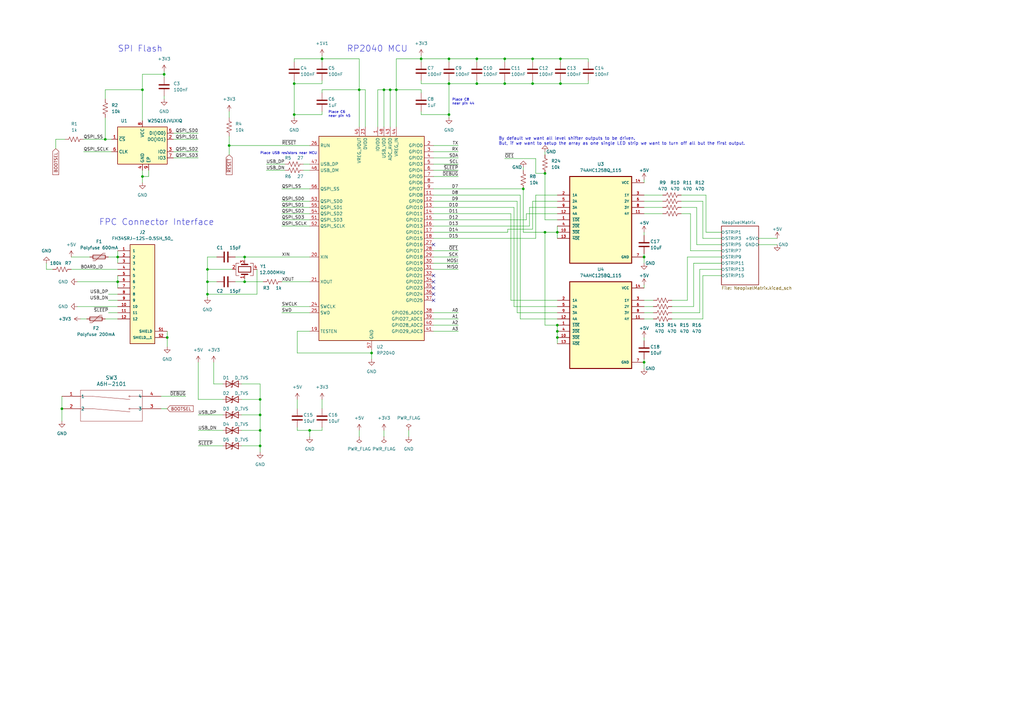
<source format=kicad_sch>
(kicad_sch (version 20230121) (generator eeschema)

  (uuid e1225fe3-1add-4bf0-8592-1d94311392e6)

  (paper "A3")

  (title_block
    (title "RGB LED Matrix Input Module")
    (date "2023-08-27")
    (rev "2")
    (company "Joseph Schroedl")
    (comment 1 "joe.schroedl@outlook.com")
    (comment 2 "https://github.com/corndog2000")
  )

  (lib_symbols
    (symbol "2023-10-21_03-08-25:A6H-2101" (pin_names (offset 0.254)) (in_bom yes) (on_board yes)
      (property "Reference" "SW" (at 20.32 7.62 0)
        (effects (font (size 1.524 1.524)))
      )
      (property "Value" "A6H-2101" (at 20.32 5.08 0)
        (effects (font (size 1.524 1.524)))
      )
      (property "Footprint" "SW_A6H-2101_OMR" (at 0 0 0)
        (effects (font (size 1.27 1.27) italic) hide)
      )
      (property "Datasheet" "A6H-2101" (at 0 0 0)
        (effects (font (size 1.27 1.27) italic) hide)
      )
      (property "ki_locked" "" (at 0 0 0)
        (effects (font (size 1.27 1.27)))
      )
      (property "ki_keywords" "A6H-2101" (at 0 0 0)
        (effects (font (size 1.27 1.27)) hide)
      )
      (property "ki_fp_filters" "SW_A6H-2101_OMR" (at 0 0 0)
        (effects (font (size 1.27 1.27)) hide)
      )
      (symbol "A6H-2101_0_1"
        (polyline
          (pts
            (xy 7.62 -10.16)
            (xy 33.02 -10.16)
          )
          (stroke (width 0.127) (type default))
          (fill (type none))
        )
        (polyline
          (pts
            (xy 7.62 2.54)
            (xy 7.62 -10.16)
          )
          (stroke (width 0.127) (type default))
          (fill (type none))
        )
        (polyline
          (pts
            (xy 12.7 -5.08)
            (xy 7.62 -5.08)
          )
          (stroke (width 0.127) (type default))
          (fill (type none))
        )
        (polyline
          (pts
            (xy 12.7 -5.08)
            (xy 27.94 -6.35)
          )
          (stroke (width 0.127) (type default))
          (fill (type none))
        )
        (polyline
          (pts
            (xy 12.7 0)
            (xy 7.62 0)
          )
          (stroke (width 0.127) (type default))
          (fill (type none))
        )
        (polyline
          (pts
            (xy 12.7 0)
            (xy 27.94 -1.27)
          )
          (stroke (width 0.127) (type default))
          (fill (type none))
        )
        (polyline
          (pts
            (xy 27.94 -5.08)
            (xy 33.02 -5.08)
          )
          (stroke (width 0.127) (type default))
          (fill (type none))
        )
        (polyline
          (pts
            (xy 27.94 0)
            (xy 33.02 0)
          )
          (stroke (width 0.127) (type default))
          (fill (type none))
        )
        (polyline
          (pts
            (xy 33.02 -10.16)
            (xy 33.02 2.54)
          )
          (stroke (width 0.127) (type default))
          (fill (type none))
        )
        (polyline
          (pts
            (xy 33.02 2.54)
            (xy 7.62 2.54)
          )
          (stroke (width 0.127) (type default))
          (fill (type none))
        )
        (circle (center 27.686 -5.08) (radius 0.254)
          (stroke (width 0.127) (type default))
          (fill (type none))
        )
        (circle (center 27.686 0) (radius 0.254)
          (stroke (width 0.127) (type default))
          (fill (type none))
        )
        (pin unspecified line (at 0 0 0) (length 7.62)
          (name "1" (effects (font (size 1.27 1.27))))
          (number "1" (effects (font (size 1.27 1.27))))
        )
        (pin unspecified line (at 0 -5.08 0) (length 7.62)
          (name "2" (effects (font (size 1.27 1.27))))
          (number "2" (effects (font (size 1.27 1.27))))
        )
        (pin unspecified line (at 40.64 -5.08 180) (length 7.62)
          (name "3" (effects (font (size 1.27 1.27))))
          (number "3" (effects (font (size 1.27 1.27))))
        )
        (pin unspecified line (at 40.64 0 180) (length 7.62)
          (name "4" (effects (font (size 1.27 1.27))))
          (number "4" (effects (font (size 1.27 1.27))))
        )
      )
    )
    (symbol "74AHC125BQ_115:74AHC125BQ_115" (pin_names (offset 1.016)) (in_bom yes) (on_board yes)
      (property "Reference" "U" (at -12.7 18.78 0)
        (effects (font (size 1.27 1.27)) (justify left bottom))
      )
      (property "Value" "74AHC125BQ_115" (at -12.7 -21.78 0)
        (effects (font (size 1.27 1.27)) (justify left bottom))
      )
      (property "Footprint" "74AHC125BQ_115:QFN50P300X250X100-15N" (at 0 0 0)
        (effects (font (size 1.27 1.27)) (justify bottom) hide)
      )
      (property "Datasheet" "" (at 0 0 0)
        (effects (font (size 1.27 1.27)) hide)
      )
      (property "MF" "Nexperia" (at 0 0 0)
        (effects (font (size 1.27 1.27)) (justify bottom) hide)
      )
      (property "Description" "\nBuffer, Non-Inverting 4 Element 1 Bit per Element 3-State Output 14-DHVQFN (2.5x3)\n" (at 0 0 0)
        (effects (font (size 1.27 1.27)) (justify bottom) hide)
      )
      (property "Package" "DHVQFN14-14 Nexperia USA Inc." (at 0 0 0)
        (effects (font (size 1.27 1.27)) (justify bottom) hide)
      )
      (property "Price" "None" (at 0 0 0)
        (effects (font (size 1.27 1.27)) (justify bottom) hide)
      )
      (property "Check_prices" "https://www.snapeda.com/parts/74AHC125BQ,115/Nexperia/view-part/?ref=eda" (at 0 0 0)
        (effects (font (size 1.27 1.27)) (justify bottom) hide)
      )
      (property "SnapEDA_Link" "https://www.snapeda.com/parts/74AHC125BQ,115/Nexperia/view-part/?ref=snap" (at 0 0 0)
        (effects (font (size 1.27 1.27)) (justify bottom) hide)
      )
      (property "MP" "74AHC125BQ,115" (at 0 0 0)
        (effects (font (size 1.27 1.27)) (justify bottom) hide)
      )
      (property "Purchase-URL" "https://www.snapeda.com/api/url_track_click_mouser/?unipart_id=5062851&manufacturer=Nexperia&part_name=74AHC125BQ,115&search_term=None" (at 0 0 0)
        (effects (font (size 1.27 1.27)) (justify bottom) hide)
      )
      (property "Availability" "In Stock" (at 0 0 0)
        (effects (font (size 1.27 1.27)) (justify bottom) hide)
      )
      (property "Manufacturer" "Nexperia" (at 0 0 0)
        (effects (font (size 1.27 1.27)) (justify bottom) hide)
      )
      (symbol "74AHC125BQ_115_0_0"
        (rectangle (start -12.7 -17.78) (end 12.7 17.78)
          (stroke (width 0.41) (type default))
          (fill (type background))
        )
        (pin input line (at -17.78 0 0) (length 5.08)
          (name "~{1OE}" (effects (font (size 1.016 1.016))))
          (number "1" (effects (font (size 1.016 1.016))))
        )
        (pin input line (at -17.78 -5.08 0) (length 5.08)
          (name "~{3OE}" (effects (font (size 1.016 1.016))))
          (number "10" (effects (font (size 1.016 1.016))))
        )
        (pin output line (at 17.78 2.54 180) (length 5.08)
          (name "4Y" (effects (font (size 1.016 1.016))))
          (number "11" (effects (font (size 1.016 1.016))))
        )
        (pin input line (at -17.78 2.54 0) (length 5.08)
          (name "4A" (effects (font (size 1.016 1.016))))
          (number "12" (effects (font (size 1.016 1.016))))
        )
        (pin input line (at -17.78 -7.62 0) (length 5.08)
          (name "~{4OE}" (effects (font (size 1.016 1.016))))
          (number "13" (effects (font (size 1.016 1.016))))
        )
        (pin power_in line (at 17.78 15.24 180) (length 5.08)
          (name "VCC" (effects (font (size 1.016 1.016))))
          (number "14" (effects (font (size 1.016 1.016))))
        )
        (pin input line (at -17.78 10.16 0) (length 5.08)
          (name "1A" (effects (font (size 1.016 1.016))))
          (number "2" (effects (font (size 1.016 1.016))))
        )
        (pin output line (at 17.78 10.16 180) (length 5.08)
          (name "1Y" (effects (font (size 1.016 1.016))))
          (number "3" (effects (font (size 1.016 1.016))))
        )
        (pin input line (at -17.78 -2.54 0) (length 5.08)
          (name "~{2OE}" (effects (font (size 1.016 1.016))))
          (number "4" (effects (font (size 1.016 1.016))))
        )
        (pin input line (at -17.78 7.62 0) (length 5.08)
          (name "2A" (effects (font (size 1.016 1.016))))
          (number "5" (effects (font (size 1.016 1.016))))
        )
        (pin output line (at 17.78 7.62 180) (length 5.08)
          (name "2Y" (effects (font (size 1.016 1.016))))
          (number "6" (effects (font (size 1.016 1.016))))
        )
        (pin power_in line (at 17.78 -15.24 180) (length 5.08)
          (name "GND" (effects (font (size 1.016 1.016))))
          (number "7" (effects (font (size 1.016 1.016))))
        )
        (pin output line (at 17.78 5.08 180) (length 5.08)
          (name "3Y" (effects (font (size 1.016 1.016))))
          (number "8" (effects (font (size 1.016 1.016))))
        )
        (pin input line (at -17.78 5.08 0) (length 5.08)
          (name "3A" (effects (font (size 1.016 1.016))))
          (number "9" (effects (font (size 1.016 1.016))))
        )
      )
    )
    (symbol "Device:C" (pin_numbers hide) (pin_names (offset 0.254)) (in_bom yes) (on_board yes)
      (property "Reference" "C" (at 0.635 2.54 0)
        (effects (font (size 1.27 1.27)) (justify left))
      )
      (property "Value" "C" (at 0.635 -2.54 0)
        (effects (font (size 1.27 1.27)) (justify left))
      )
      (property "Footprint" "" (at 0.9652 -3.81 0)
        (effects (font (size 1.27 1.27)) hide)
      )
      (property "Datasheet" "~" (at 0 0 0)
        (effects (font (size 1.27 1.27)) hide)
      )
      (property "ki_keywords" "cap capacitor" (at 0 0 0)
        (effects (font (size 1.27 1.27)) hide)
      )
      (property "ki_description" "Unpolarized capacitor" (at 0 0 0)
        (effects (font (size 1.27 1.27)) hide)
      )
      (property "ki_fp_filters" "C_*" (at 0 0 0)
        (effects (font (size 1.27 1.27)) hide)
      )
      (symbol "C_0_1"
        (polyline
          (pts
            (xy -2.032 -0.762)
            (xy 2.032 -0.762)
          )
          (stroke (width 0.508) (type default))
          (fill (type none))
        )
        (polyline
          (pts
            (xy -2.032 0.762)
            (xy 2.032 0.762)
          )
          (stroke (width 0.508) (type default))
          (fill (type none))
        )
      )
      (symbol "C_1_1"
        (pin passive line (at 0 3.81 270) (length 2.794)
          (name "~" (effects (font (size 1.27 1.27))))
          (number "1" (effects (font (size 1.27 1.27))))
        )
        (pin passive line (at 0 -3.81 90) (length 2.794)
          (name "~" (effects (font (size 1.27 1.27))))
          (number "2" (effects (font (size 1.27 1.27))))
        )
      )
    )
    (symbol "Device:Crystal_GND24" (pin_names (offset 1.016) hide) (in_bom yes) (on_board yes)
      (property "Reference" "Y" (at 3.175 5.08 0)
        (effects (font (size 1.27 1.27)) (justify left))
      )
      (property "Value" "Crystal_GND24" (at 3.175 3.175 0)
        (effects (font (size 1.27 1.27)) (justify left))
      )
      (property "Footprint" "" (at 0 0 0)
        (effects (font (size 1.27 1.27)) hide)
      )
      (property "Datasheet" "~" (at 0 0 0)
        (effects (font (size 1.27 1.27)) hide)
      )
      (property "ki_keywords" "quartz ceramic resonator oscillator" (at 0 0 0)
        (effects (font (size 1.27 1.27)) hide)
      )
      (property "ki_description" "Four pin crystal, GND on pins 2 and 4" (at 0 0 0)
        (effects (font (size 1.27 1.27)) hide)
      )
      (property "ki_fp_filters" "Crystal*" (at 0 0 0)
        (effects (font (size 1.27 1.27)) hide)
      )
      (symbol "Crystal_GND24_0_1"
        (rectangle (start -1.143 2.54) (end 1.143 -2.54)
          (stroke (width 0.3048) (type default))
          (fill (type none))
        )
        (polyline
          (pts
            (xy -2.54 0)
            (xy -2.032 0)
          )
          (stroke (width 0) (type default))
          (fill (type none))
        )
        (polyline
          (pts
            (xy -2.032 -1.27)
            (xy -2.032 1.27)
          )
          (stroke (width 0.508) (type default))
          (fill (type none))
        )
        (polyline
          (pts
            (xy 0 -3.81)
            (xy 0 -3.556)
          )
          (stroke (width 0) (type default))
          (fill (type none))
        )
        (polyline
          (pts
            (xy 0 3.556)
            (xy 0 3.81)
          )
          (stroke (width 0) (type default))
          (fill (type none))
        )
        (polyline
          (pts
            (xy 2.032 -1.27)
            (xy 2.032 1.27)
          )
          (stroke (width 0.508) (type default))
          (fill (type none))
        )
        (polyline
          (pts
            (xy 2.032 0)
            (xy 2.54 0)
          )
          (stroke (width 0) (type default))
          (fill (type none))
        )
        (polyline
          (pts
            (xy -2.54 -2.286)
            (xy -2.54 -3.556)
            (xy 2.54 -3.556)
            (xy 2.54 -2.286)
          )
          (stroke (width 0) (type default))
          (fill (type none))
        )
        (polyline
          (pts
            (xy -2.54 2.286)
            (xy -2.54 3.556)
            (xy 2.54 3.556)
            (xy 2.54 2.286)
          )
          (stroke (width 0) (type default))
          (fill (type none))
        )
      )
      (symbol "Crystal_GND24_1_1"
        (pin passive line (at -3.81 0 0) (length 1.27)
          (name "1" (effects (font (size 1.27 1.27))))
          (number "1" (effects (font (size 1.27 1.27))))
        )
        (pin passive line (at 0 5.08 270) (length 1.27)
          (name "2" (effects (font (size 1.27 1.27))))
          (number "2" (effects (font (size 1.27 1.27))))
        )
        (pin passive line (at 3.81 0 180) (length 1.27)
          (name "3" (effects (font (size 1.27 1.27))))
          (number "3" (effects (font (size 1.27 1.27))))
        )
        (pin passive line (at 0 -5.08 90) (length 1.27)
          (name "4" (effects (font (size 1.27 1.27))))
          (number "4" (effects (font (size 1.27 1.27))))
        )
      )
    )
    (symbol "Device:D_TVS" (pin_numbers hide) (pin_names (offset 1.016) hide) (in_bom yes) (on_board yes)
      (property "Reference" "D" (at 0 2.54 0)
        (effects (font (size 1.27 1.27)))
      )
      (property "Value" "D_TVS" (at 0 -2.54 0)
        (effects (font (size 1.27 1.27)))
      )
      (property "Footprint" "" (at 0 0 0)
        (effects (font (size 1.27 1.27)) hide)
      )
      (property "Datasheet" "~" (at 0 0 0)
        (effects (font (size 1.27 1.27)) hide)
      )
      (property "ki_keywords" "diode TVS thyrector" (at 0 0 0)
        (effects (font (size 1.27 1.27)) hide)
      )
      (property "ki_description" "Bidirectional transient-voltage-suppression diode" (at 0 0 0)
        (effects (font (size 1.27 1.27)) hide)
      )
      (property "ki_fp_filters" "TO-???* *_Diode_* *SingleDiode* D_*" (at 0 0 0)
        (effects (font (size 1.27 1.27)) hide)
      )
      (symbol "D_TVS_0_1"
        (polyline
          (pts
            (xy 1.27 0)
            (xy -1.27 0)
          )
          (stroke (width 0) (type default))
          (fill (type none))
        )
        (polyline
          (pts
            (xy 0.508 1.27)
            (xy 0 1.27)
            (xy 0 -1.27)
            (xy -0.508 -1.27)
          )
          (stroke (width 0.254) (type default))
          (fill (type none))
        )
        (polyline
          (pts
            (xy -2.54 1.27)
            (xy -2.54 -1.27)
            (xy 2.54 1.27)
            (xy 2.54 -1.27)
            (xy -2.54 1.27)
          )
          (stroke (width 0.254) (type default))
          (fill (type none))
        )
      )
      (symbol "D_TVS_1_1"
        (pin passive line (at -3.81 0 0) (length 2.54)
          (name "A1" (effects (font (size 1.27 1.27))))
          (number "1" (effects (font (size 1.27 1.27))))
        )
        (pin passive line (at 3.81 0 180) (length 2.54)
          (name "A2" (effects (font (size 1.27 1.27))))
          (number "2" (effects (font (size 1.27 1.27))))
        )
      )
    )
    (symbol "Device:Polyfuse" (pin_numbers hide) (pin_names (offset 0)) (in_bom yes) (on_board yes)
      (property "Reference" "F" (at -2.54 0 90)
        (effects (font (size 1.27 1.27)))
      )
      (property "Value" "Polyfuse" (at 2.54 0 90)
        (effects (font (size 1.27 1.27)))
      )
      (property "Footprint" "" (at 1.27 -5.08 0)
        (effects (font (size 1.27 1.27)) (justify left) hide)
      )
      (property "Datasheet" "~" (at 0 0 0)
        (effects (font (size 1.27 1.27)) hide)
      )
      (property "ki_keywords" "resettable fuse PTC PPTC polyfuse polyswitch" (at 0 0 0)
        (effects (font (size 1.27 1.27)) hide)
      )
      (property "ki_description" "Resettable fuse, polymeric positive temperature coefficient" (at 0 0 0)
        (effects (font (size 1.27 1.27)) hide)
      )
      (property "ki_fp_filters" "*polyfuse* *PTC*" (at 0 0 0)
        (effects (font (size 1.27 1.27)) hide)
      )
      (symbol "Polyfuse_0_1"
        (rectangle (start -0.762 2.54) (end 0.762 -2.54)
          (stroke (width 0.254) (type default))
          (fill (type none))
        )
        (polyline
          (pts
            (xy 0 2.54)
            (xy 0 -2.54)
          )
          (stroke (width 0) (type default))
          (fill (type none))
        )
        (polyline
          (pts
            (xy -1.524 2.54)
            (xy -1.524 1.524)
            (xy 1.524 -1.524)
            (xy 1.524 -2.54)
          )
          (stroke (width 0) (type default))
          (fill (type none))
        )
      )
      (symbol "Polyfuse_1_1"
        (pin passive line (at 0 3.81 270) (length 1.27)
          (name "~" (effects (font (size 1.27 1.27))))
          (number "1" (effects (font (size 1.27 1.27))))
        )
        (pin passive line (at 0 -3.81 90) (length 1.27)
          (name "~" (effects (font (size 1.27 1.27))))
          (number "2" (effects (font (size 1.27 1.27))))
        )
      )
    )
    (symbol "Device:R_US" (pin_numbers hide) (pin_names (offset 0)) (in_bom yes) (on_board yes)
      (property "Reference" "R" (at 2.54 0 90)
        (effects (font (size 1.27 1.27)))
      )
      (property "Value" "R_US" (at -2.54 0 90)
        (effects (font (size 1.27 1.27)))
      )
      (property "Footprint" "" (at 1.016 -0.254 90)
        (effects (font (size 1.27 1.27)) hide)
      )
      (property "Datasheet" "~" (at 0 0 0)
        (effects (font (size 1.27 1.27)) hide)
      )
      (property "ki_keywords" "R res resistor" (at 0 0 0)
        (effects (font (size 1.27 1.27)) hide)
      )
      (property "ki_description" "Resistor, US symbol" (at 0 0 0)
        (effects (font (size 1.27 1.27)) hide)
      )
      (property "ki_fp_filters" "R_*" (at 0 0 0)
        (effects (font (size 1.27 1.27)) hide)
      )
      (symbol "R_US_0_1"
        (polyline
          (pts
            (xy 0 -2.286)
            (xy 0 -2.54)
          )
          (stroke (width 0) (type default))
          (fill (type none))
        )
        (polyline
          (pts
            (xy 0 2.286)
            (xy 0 2.54)
          )
          (stroke (width 0) (type default))
          (fill (type none))
        )
        (polyline
          (pts
            (xy 0 -0.762)
            (xy 1.016 -1.143)
            (xy 0 -1.524)
            (xy -1.016 -1.905)
            (xy 0 -2.286)
          )
          (stroke (width 0) (type default))
          (fill (type none))
        )
        (polyline
          (pts
            (xy 0 0.762)
            (xy 1.016 0.381)
            (xy 0 0)
            (xy -1.016 -0.381)
            (xy 0 -0.762)
          )
          (stroke (width 0) (type default))
          (fill (type none))
        )
        (polyline
          (pts
            (xy 0 2.286)
            (xy 1.016 1.905)
            (xy 0 1.524)
            (xy -1.016 1.143)
            (xy 0 0.762)
          )
          (stroke (width 0) (type default))
          (fill (type none))
        )
      )
      (symbol "R_US_1_1"
        (pin passive line (at 0 3.81 270) (length 1.27)
          (name "~" (effects (font (size 1.27 1.27))))
          (number "1" (effects (font (size 1.27 1.27))))
        )
        (pin passive line (at 0 -3.81 90) (length 1.27)
          (name "~" (effects (font (size 1.27 1.27))))
          (number "2" (effects (font (size 1.27 1.27))))
        )
      )
    )
    (symbol "FH34SRJ-12S-0.5SH_50_:FH34SRJ-12S-0.5SH_50_" (pin_names (offset 1.016)) (in_bom yes) (on_board yes)
      (property "Reference" "J" (at -5.58 17.78 0)
        (effects (font (size 1.27 1.27)) (justify left bottom))
      )
      (property "Value" "FH34SRJ-12S-0.5SH_50_" (at -5.08 -25.4 0)
        (effects (font (size 1.27 1.27)) (justify left bottom))
      )
      (property "Footprint" "FH34SRJ-12S-0.5SH_50_:HRS_FH34SRJ-12S-0.5SH_50_" (at 0 0 0)
        (effects (font (size 1.27 1.27)) (justify bottom) hide)
      )
      (property "Datasheet" "" (at 0 0 0)
        (effects (font (size 1.27 1.27)) hide)
      )
      (property "MF" "Hirose Electric Co Ltd" (at 0 0 0)
        (effects (font (size 1.27 1.27)) (justify bottom) hide)
      )
      (property "Description" "\n12 Position FFC, FPC Connector Contacts, Top and Bottom 0.020 (0.50mm) Surface Mount, Right Angle\n" (at 0 0 0)
        (effects (font (size 1.27 1.27)) (justify bottom) hide)
      )
      (property "Package" "None" (at 0 0 0)
        (effects (font (size 1.27 1.27)) (justify bottom) hide)
      )
      (property "Price" "None" (at 0 0 0)
        (effects (font (size 1.27 1.27)) (justify bottom) hide)
      )
      (property "Check_prices" "https://www.snapeda.com/parts/FH34SRJ-12S-0.5SH(50)/Hirose+Electric+Co+Ltd/view-part/?ref=eda" (at 0 0 0)
        (effects (font (size 1.27 1.27)) (justify bottom) hide)
      )
      (property "SnapEDA_Link" "https://www.snapeda.com/parts/FH34SRJ-12S-0.5SH(50)/Hirose+Electric+Co+Ltd/view-part/?ref=snap" (at 0 0 0)
        (effects (font (size 1.27 1.27)) (justify bottom) hide)
      )
      (property "MP" "FH34SRJ-12S-0.5SH(50)" (at 0 0 0)
        (effects (font (size 1.27 1.27)) (justify bottom) hide)
      )
      (property "Purchase-URL" "https://www.snapeda.com/api/url_track_click_mouser/?unipart_id=3226400&manufacturer=Hirose Electric Co Ltd&part_name=FH34SRJ-12S-0.5SH(50)&search_term=fh34srj-12s-0.5sh" (at 0 0 0)
        (effects (font (size 1.27 1.27)) (justify bottom) hide)
      )
      (property "Availability" "In Stock" (at 0 0 0)
        (effects (font (size 1.27 1.27)) (justify bottom) hide)
      )
      (property "MANUFACTURER" "HRS" (at 0 0 0)
        (effects (font (size 1.27 1.27)) (justify bottom) hide)
      )
      (symbol "FH34SRJ-12S-0.5SH_50__0_0"
        (rectangle (start -5.08 -22.86) (end 5.08 17.78)
          (stroke (width 0.254) (type default))
          (fill (type background))
        )
        (pin passive line (at -10.16 15.24 0) (length 5.08)
          (name "1" (effects (font (size 1.016 1.016))))
          (number "1" (effects (font (size 1.016 1.016))))
        )
        (pin passive line (at -10.16 -7.62 0) (length 5.08)
          (name "10" (effects (font (size 1.016 1.016))))
          (number "10" (effects (font (size 1.016 1.016))))
        )
        (pin passive line (at -10.16 -10.16 0) (length 5.08)
          (name "11" (effects (font (size 1.016 1.016))))
          (number "11" (effects (font (size 1.016 1.016))))
        )
        (pin passive line (at -10.16 -12.7 0) (length 5.08)
          (name "12" (effects (font (size 1.016 1.016))))
          (number "12" (effects (font (size 1.016 1.016))))
        )
        (pin passive line (at -10.16 12.7 0) (length 5.08)
          (name "2" (effects (font (size 1.016 1.016))))
          (number "2" (effects (font (size 1.016 1.016))))
        )
        (pin passive line (at -10.16 10.16 0) (length 5.08)
          (name "3" (effects (font (size 1.016 1.016))))
          (number "3" (effects (font (size 1.016 1.016))))
        )
        (pin passive line (at -10.16 7.62 0) (length 5.08)
          (name "4" (effects (font (size 1.016 1.016))))
          (number "4" (effects (font (size 1.016 1.016))))
        )
        (pin passive line (at -10.16 5.08 0) (length 5.08)
          (name "5" (effects (font (size 1.016 1.016))))
          (number "5" (effects (font (size 1.016 1.016))))
        )
        (pin passive line (at -10.16 2.54 0) (length 5.08)
          (name "6" (effects (font (size 1.016 1.016))))
          (number "6" (effects (font (size 1.016 1.016))))
        )
        (pin passive line (at -10.16 0 0) (length 5.08)
          (name "7" (effects (font (size 1.016 1.016))))
          (number "7" (effects (font (size 1.016 1.016))))
        )
        (pin passive line (at -10.16 -2.54 0) (length 5.08)
          (name "8" (effects (font (size 1.016 1.016))))
          (number "8" (effects (font (size 1.016 1.016))))
        )
        (pin passive line (at -10.16 -5.08 0) (length 5.08)
          (name "9" (effects (font (size 1.016 1.016))))
          (number "9" (effects (font (size 1.016 1.016))))
        )
        (pin passive line (at 10.16 -17.78 180) (length 5.08)
          (name "SHIELD" (effects (font (size 1.016 1.016))))
          (number "S1" (effects (font (size 1.016 1.016))))
        )
        (pin passive line (at 10.16 -20.32 180) (length 5.08)
          (name "SHIELD__1" (effects (font (size 1.016 1.016))))
          (number "S2" (effects (font (size 1.016 1.016))))
        )
      )
    )
    (symbol "InputModule:W25Q16JVUX" (in_bom yes) (on_board yes)
      (property "Reference" "U" (at -8.89 8.89 0)
        (effects (font (size 1.27 1.27)))
      )
      (property "Value" "W25Q16JVUX" (at 7.62 8.89 0)
        (effects (font (size 1.27 1.27)))
      )
      (property "Footprint" "InputModule:SON-8-1EP_3x2mm_P0.5mm_EP0.2x1.6mm" (at 0 0 0)
        (effects (font (size 1.27 1.27)) hide)
      )
      (property "Datasheet" "https://www.winbond.com/resource-files/w25q16jv%20spi%20revh%2004082019%20plus.pdf" (at 0 0 0)
        (effects (font (size 1.27 1.27)) hide)
      )
      (property "ki_keywords" "flash memory SPI" (at 0 0 0)
        (effects (font (size 1.27 1.27)) hide)
      )
      (property "ki_description" "16Mb Serial Flash Memory, Standard/Dual/Quad SPI, USON-8" (at 0 0 0)
        (effects (font (size 1.27 1.27)) hide)
      )
      (property "ki_fp_filters" "SOIC*5.23x5.23mm*P1.27mm*" (at 0 0 0)
        (effects (font (size 1.27 1.27)) hide)
      )
      (symbol "W25Q16JVUX_0_1"
        (rectangle (start -10.16 7.62) (end 10.16 -7.62)
          (stroke (width 0.254) (type default))
          (fill (type background))
        )
      )
      (symbol "W25Q16JVUX_1_1"
        (pin input line (at -12.7 2.54 0) (length 2.54)
          (name "~{CS}" (effects (font (size 1.27 1.27))))
          (number "1" (effects (font (size 1.27 1.27))))
        )
        (pin bidirectional line (at 12.7 2.54 180) (length 2.54)
          (name "DO(IO1)" (effects (font (size 1.27 1.27))))
          (number "2" (effects (font (size 1.27 1.27))))
        )
        (pin bidirectional line (at 12.7 -2.54 180) (length 2.54)
          (name "IO2" (effects (font (size 1.27 1.27))))
          (number "3" (effects (font (size 1.27 1.27))))
        )
        (pin power_in line (at 0 -10.16 90) (length 2.54)
          (name "GND" (effects (font (size 1.27 1.27))))
          (number "4" (effects (font (size 1.27 1.27))))
        )
        (pin bidirectional line (at 12.7 5.08 180) (length 2.54)
          (name "DI(IO0)" (effects (font (size 1.27 1.27))))
          (number "5" (effects (font (size 1.27 1.27))))
        )
        (pin input line (at -12.7 -2.54 0) (length 2.54)
          (name "CLK" (effects (font (size 1.27 1.27))))
          (number "6" (effects (font (size 1.27 1.27))))
        )
        (pin bidirectional line (at 12.7 -5.08 180) (length 2.54)
          (name "IO3" (effects (font (size 1.27 1.27))))
          (number "7" (effects (font (size 1.27 1.27))))
        )
        (pin power_in line (at 0 10.16 270) (length 2.54)
          (name "VCC" (effects (font (size 1.27 1.27))))
          (number "8" (effects (font (size 1.27 1.27))))
        )
        (pin passive line (at 2.54 -10.16 90) (length 2.54)
          (name "EP" (effects (font (size 1.27 1.27))))
          (number "9" (effects (font (size 1.27 1.27))))
        )
      )
    )
    (symbol "MCU_RaspberryPi:RP2040" (in_bom yes) (on_board yes)
      (property "Reference" "U" (at 17.78 45.72 0)
        (effects (font (size 1.27 1.27)))
      )
      (property "Value" "RP2040" (at 17.78 43.18 0)
        (effects (font (size 1.27 1.27)))
      )
      (property "Footprint" "Package_DFN_QFN:QFN-56-1EP_7x7mm_P0.4mm_EP3.2x3.2mm" (at 0 0 0)
        (effects (font (size 1.27 1.27)) hide)
      )
      (property "Datasheet" "https://datasheets.raspberrypi.com/rp2040/rp2040-datasheet.pdf" (at 0 0 0)
        (effects (font (size 1.27 1.27)) hide)
      )
      (property "ki_keywords" "RP2040 ARM Cortex-M0+ USB" (at 0 0 0)
        (effects (font (size 1.27 1.27)) hide)
      )
      (property "ki_description" "A microcontroller by Raspberry Pi" (at 0 0 0)
        (effects (font (size 1.27 1.27)) hide)
      )
      (property "ki_fp_filters" "QFN*1EP*7x7mm?P0.4mm*" (at 0 0 0)
        (effects (font (size 1.27 1.27)) hide)
      )
      (symbol "RP2040_0_1"
        (rectangle (start -21.59 41.91) (end 21.59 -41.91)
          (stroke (width 0.254) (type default))
          (fill (type background))
        )
      )
      (symbol "RP2040_1_1"
        (pin power_in line (at 2.54 45.72 270) (length 3.81)
          (name "IOVDD" (effects (font (size 1.27 1.27))))
          (number "1" (effects (font (size 1.27 1.27))))
        )
        (pin passive line (at 2.54 45.72 270) (length 3.81) hide
          (name "IOVDD" (effects (font (size 1.27 1.27))))
          (number "10" (effects (font (size 1.27 1.27))))
        )
        (pin bidirectional line (at 25.4 17.78 180) (length 3.81)
          (name "GPIO8" (effects (font (size 1.27 1.27))))
          (number "11" (effects (font (size 1.27 1.27))))
        )
        (pin bidirectional line (at 25.4 15.24 180) (length 3.81)
          (name "GPIO9" (effects (font (size 1.27 1.27))))
          (number "12" (effects (font (size 1.27 1.27))))
        )
        (pin bidirectional line (at 25.4 12.7 180) (length 3.81)
          (name "GPIO10" (effects (font (size 1.27 1.27))))
          (number "13" (effects (font (size 1.27 1.27))))
        )
        (pin bidirectional line (at 25.4 10.16 180) (length 3.81)
          (name "GPIO11" (effects (font (size 1.27 1.27))))
          (number "14" (effects (font (size 1.27 1.27))))
        )
        (pin bidirectional line (at 25.4 7.62 180) (length 3.81)
          (name "GPIO12" (effects (font (size 1.27 1.27))))
          (number "15" (effects (font (size 1.27 1.27))))
        )
        (pin bidirectional line (at 25.4 5.08 180) (length 3.81)
          (name "GPIO13" (effects (font (size 1.27 1.27))))
          (number "16" (effects (font (size 1.27 1.27))))
        )
        (pin bidirectional line (at 25.4 2.54 180) (length 3.81)
          (name "GPIO14" (effects (font (size 1.27 1.27))))
          (number "17" (effects (font (size 1.27 1.27))))
        )
        (pin bidirectional line (at 25.4 0 180) (length 3.81)
          (name "GPIO15" (effects (font (size 1.27 1.27))))
          (number "18" (effects (font (size 1.27 1.27))))
        )
        (pin input line (at -25.4 -38.1 0) (length 3.81)
          (name "TESTEN" (effects (font (size 1.27 1.27))))
          (number "19" (effects (font (size 1.27 1.27))))
        )
        (pin bidirectional line (at 25.4 38.1 180) (length 3.81)
          (name "GPIO0" (effects (font (size 1.27 1.27))))
          (number "2" (effects (font (size 1.27 1.27))))
        )
        (pin input line (at -25.4 -7.62 0) (length 3.81)
          (name "XIN" (effects (font (size 1.27 1.27))))
          (number "20" (effects (font (size 1.27 1.27))))
        )
        (pin passive line (at -25.4 -17.78 0) (length 3.81)
          (name "XOUT" (effects (font (size 1.27 1.27))))
          (number "21" (effects (font (size 1.27 1.27))))
        )
        (pin passive line (at 2.54 45.72 270) (length 3.81) hide
          (name "IOVDD" (effects (font (size 1.27 1.27))))
          (number "22" (effects (font (size 1.27 1.27))))
        )
        (pin power_in line (at -2.54 45.72 270) (length 3.81)
          (name "DVDD" (effects (font (size 1.27 1.27))))
          (number "23" (effects (font (size 1.27 1.27))))
        )
        (pin input line (at -25.4 -27.94 0) (length 3.81)
          (name "SWCLK" (effects (font (size 1.27 1.27))))
          (number "24" (effects (font (size 1.27 1.27))))
        )
        (pin bidirectional line (at -25.4 -30.48 0) (length 3.81)
          (name "SWD" (effects (font (size 1.27 1.27))))
          (number "25" (effects (font (size 1.27 1.27))))
        )
        (pin input line (at -25.4 38.1 0) (length 3.81)
          (name "RUN" (effects (font (size 1.27 1.27))))
          (number "26" (effects (font (size 1.27 1.27))))
        )
        (pin bidirectional line (at 25.4 -2.54 180) (length 3.81)
          (name "GPIO16" (effects (font (size 1.27 1.27))))
          (number "27" (effects (font (size 1.27 1.27))))
        )
        (pin bidirectional line (at 25.4 -5.08 180) (length 3.81)
          (name "GPIO17" (effects (font (size 1.27 1.27))))
          (number "28" (effects (font (size 1.27 1.27))))
        )
        (pin bidirectional line (at 25.4 -7.62 180) (length 3.81)
          (name "GPIO18" (effects (font (size 1.27 1.27))))
          (number "29" (effects (font (size 1.27 1.27))))
        )
        (pin bidirectional line (at 25.4 35.56 180) (length 3.81)
          (name "GPIO1" (effects (font (size 1.27 1.27))))
          (number "3" (effects (font (size 1.27 1.27))))
        )
        (pin bidirectional line (at 25.4 -10.16 180) (length 3.81)
          (name "GPIO19" (effects (font (size 1.27 1.27))))
          (number "30" (effects (font (size 1.27 1.27))))
        )
        (pin bidirectional line (at 25.4 -12.7 180) (length 3.81)
          (name "GPIO20" (effects (font (size 1.27 1.27))))
          (number "31" (effects (font (size 1.27 1.27))))
        )
        (pin bidirectional line (at 25.4 -15.24 180) (length 3.81)
          (name "GPIO21" (effects (font (size 1.27 1.27))))
          (number "32" (effects (font (size 1.27 1.27))))
        )
        (pin passive line (at 2.54 45.72 270) (length 3.81) hide
          (name "IOVDD" (effects (font (size 1.27 1.27))))
          (number "33" (effects (font (size 1.27 1.27))))
        )
        (pin bidirectional line (at 25.4 -17.78 180) (length 3.81)
          (name "GPIO22" (effects (font (size 1.27 1.27))))
          (number "34" (effects (font (size 1.27 1.27))))
        )
        (pin bidirectional line (at 25.4 -20.32 180) (length 3.81)
          (name "GPIO23" (effects (font (size 1.27 1.27))))
          (number "35" (effects (font (size 1.27 1.27))))
        )
        (pin bidirectional line (at 25.4 -22.86 180) (length 3.81)
          (name "GPIO24" (effects (font (size 1.27 1.27))))
          (number "36" (effects (font (size 1.27 1.27))))
        )
        (pin bidirectional line (at 25.4 -25.4 180) (length 3.81)
          (name "GPIO25" (effects (font (size 1.27 1.27))))
          (number "37" (effects (font (size 1.27 1.27))))
        )
        (pin bidirectional line (at 25.4 -30.48 180) (length 3.81)
          (name "GPIO26_ADC0" (effects (font (size 1.27 1.27))))
          (number "38" (effects (font (size 1.27 1.27))))
        )
        (pin bidirectional line (at 25.4 -33.02 180) (length 3.81)
          (name "GPIO27_ADC1" (effects (font (size 1.27 1.27))))
          (number "39" (effects (font (size 1.27 1.27))))
        )
        (pin bidirectional line (at 25.4 33.02 180) (length 3.81)
          (name "GPIO2" (effects (font (size 1.27 1.27))))
          (number "4" (effects (font (size 1.27 1.27))))
        )
        (pin bidirectional line (at 25.4 -35.56 180) (length 3.81)
          (name "GPIO28_ADC2" (effects (font (size 1.27 1.27))))
          (number "40" (effects (font (size 1.27 1.27))))
        )
        (pin bidirectional line (at 25.4 -38.1 180) (length 3.81)
          (name "GPIO29_ADC3" (effects (font (size 1.27 1.27))))
          (number "41" (effects (font (size 1.27 1.27))))
        )
        (pin passive line (at 2.54 45.72 270) (length 3.81) hide
          (name "IOVDD" (effects (font (size 1.27 1.27))))
          (number "42" (effects (font (size 1.27 1.27))))
        )
        (pin power_in line (at 7.62 45.72 270) (length 3.81)
          (name "ADC_AVDD" (effects (font (size 1.27 1.27))))
          (number "43" (effects (font (size 1.27 1.27))))
        )
        (pin power_in line (at 10.16 45.72 270) (length 3.81)
          (name "VREG_IN" (effects (font (size 1.27 1.27))))
          (number "44" (effects (font (size 1.27 1.27))))
        )
        (pin power_out line (at -5.08 45.72 270) (length 3.81)
          (name "VREG_VOUT" (effects (font (size 1.27 1.27))))
          (number "45" (effects (font (size 1.27 1.27))))
        )
        (pin bidirectional line (at -25.4 27.94 0) (length 3.81)
          (name "USB_DM" (effects (font (size 1.27 1.27))))
          (number "46" (effects (font (size 1.27 1.27))))
        )
        (pin bidirectional line (at -25.4 30.48 0) (length 3.81)
          (name "USB_DP" (effects (font (size 1.27 1.27))))
          (number "47" (effects (font (size 1.27 1.27))))
        )
        (pin power_in line (at 5.08 45.72 270) (length 3.81)
          (name "USB_VDD" (effects (font (size 1.27 1.27))))
          (number "48" (effects (font (size 1.27 1.27))))
        )
        (pin passive line (at 2.54 45.72 270) (length 3.81) hide
          (name "IOVDD" (effects (font (size 1.27 1.27))))
          (number "49" (effects (font (size 1.27 1.27))))
        )
        (pin bidirectional line (at 25.4 30.48 180) (length 3.81)
          (name "GPIO3" (effects (font (size 1.27 1.27))))
          (number "5" (effects (font (size 1.27 1.27))))
        )
        (pin passive line (at -2.54 45.72 270) (length 3.81) hide
          (name "DVDD" (effects (font (size 1.27 1.27))))
          (number "50" (effects (font (size 1.27 1.27))))
        )
        (pin bidirectional line (at -25.4 7.62 0) (length 3.81)
          (name "QSPI_SD3" (effects (font (size 1.27 1.27))))
          (number "51" (effects (font (size 1.27 1.27))))
        )
        (pin output line (at -25.4 5.08 0) (length 3.81)
          (name "QSPI_SCLK" (effects (font (size 1.27 1.27))))
          (number "52" (effects (font (size 1.27 1.27))))
        )
        (pin bidirectional line (at -25.4 15.24 0) (length 3.81)
          (name "QSPI_SD0" (effects (font (size 1.27 1.27))))
          (number "53" (effects (font (size 1.27 1.27))))
        )
        (pin bidirectional line (at -25.4 10.16 0) (length 3.81)
          (name "QSPI_SD2" (effects (font (size 1.27 1.27))))
          (number "54" (effects (font (size 1.27 1.27))))
        )
        (pin bidirectional line (at -25.4 12.7 0) (length 3.81)
          (name "QSPI_SD1" (effects (font (size 1.27 1.27))))
          (number "55" (effects (font (size 1.27 1.27))))
        )
        (pin bidirectional line (at -25.4 20.32 0) (length 3.81)
          (name "QSPI_SS" (effects (font (size 1.27 1.27))))
          (number "56" (effects (font (size 1.27 1.27))))
        )
        (pin power_in line (at 0 -45.72 90) (length 3.81)
          (name "GND" (effects (font (size 1.27 1.27))))
          (number "57" (effects (font (size 1.27 1.27))))
        )
        (pin bidirectional line (at 25.4 27.94 180) (length 3.81)
          (name "GPIO4" (effects (font (size 1.27 1.27))))
          (number "6" (effects (font (size 1.27 1.27))))
        )
        (pin bidirectional line (at 25.4 25.4 180) (length 3.81)
          (name "GPIO5" (effects (font (size 1.27 1.27))))
          (number "7" (effects (font (size 1.27 1.27))))
        )
        (pin bidirectional line (at 25.4 22.86 180) (length 3.81)
          (name "GPIO6" (effects (font (size 1.27 1.27))))
          (number "8" (effects (font (size 1.27 1.27))))
        )
        (pin bidirectional line (at 25.4 20.32 180) (length 3.81)
          (name "GPIO7" (effects (font (size 1.27 1.27))))
          (number "9" (effects (font (size 1.27 1.27))))
        )
      )
    )
    (symbol "power:+1V1" (power) (pin_names (offset 0)) (in_bom yes) (on_board yes)
      (property "Reference" "#PWR" (at 0 -3.81 0)
        (effects (font (size 1.27 1.27)) hide)
      )
      (property "Value" "+1V1" (at 0 3.556 0)
        (effects (font (size 1.27 1.27)))
      )
      (property "Footprint" "" (at 0 0 0)
        (effects (font (size 1.27 1.27)) hide)
      )
      (property "Datasheet" "" (at 0 0 0)
        (effects (font (size 1.27 1.27)) hide)
      )
      (property "ki_keywords" "global power" (at 0 0 0)
        (effects (font (size 1.27 1.27)) hide)
      )
      (property "ki_description" "Power symbol creates a global label with name \"+1V1\"" (at 0 0 0)
        (effects (font (size 1.27 1.27)) hide)
      )
      (symbol "+1V1_0_1"
        (polyline
          (pts
            (xy -0.762 1.27)
            (xy 0 2.54)
          )
          (stroke (width 0) (type default))
          (fill (type none))
        )
        (polyline
          (pts
            (xy 0 0)
            (xy 0 2.54)
          )
          (stroke (width 0) (type default))
          (fill (type none))
        )
        (polyline
          (pts
            (xy 0 2.54)
            (xy 0.762 1.27)
          )
          (stroke (width 0) (type default))
          (fill (type none))
        )
      )
      (symbol "+1V1_1_1"
        (pin power_in line (at 0 0 90) (length 0) hide
          (name "+1V1" (effects (font (size 1.27 1.27))))
          (number "1" (effects (font (size 1.27 1.27))))
        )
      )
    )
    (symbol "power:+3V3" (power) (pin_names (offset 0)) (in_bom yes) (on_board yes)
      (property "Reference" "#PWR" (at 0 -3.81 0)
        (effects (font (size 1.27 1.27)) hide)
      )
      (property "Value" "+3V3" (at 0 3.556 0)
        (effects (font (size 1.27 1.27)))
      )
      (property "Footprint" "" (at 0 0 0)
        (effects (font (size 1.27 1.27)) hide)
      )
      (property "Datasheet" "" (at 0 0 0)
        (effects (font (size 1.27 1.27)) hide)
      )
      (property "ki_keywords" "global power" (at 0 0 0)
        (effects (font (size 1.27 1.27)) hide)
      )
      (property "ki_description" "Power symbol creates a global label with name \"+3V3\"" (at 0 0 0)
        (effects (font (size 1.27 1.27)) hide)
      )
      (symbol "+3V3_0_1"
        (polyline
          (pts
            (xy -0.762 1.27)
            (xy 0 2.54)
          )
          (stroke (width 0) (type default))
          (fill (type none))
        )
        (polyline
          (pts
            (xy 0 0)
            (xy 0 2.54)
          )
          (stroke (width 0) (type default))
          (fill (type none))
        )
        (polyline
          (pts
            (xy 0 2.54)
            (xy 0.762 1.27)
          )
          (stroke (width 0) (type default))
          (fill (type none))
        )
      )
      (symbol "+3V3_1_1"
        (pin power_in line (at 0 0 90) (length 0) hide
          (name "+3V3" (effects (font (size 1.27 1.27))))
          (number "1" (effects (font (size 1.27 1.27))))
        )
      )
    )
    (symbol "power:+5V" (power) (pin_names (offset 0)) (in_bom yes) (on_board yes)
      (property "Reference" "#PWR" (at 0 -3.81 0)
        (effects (font (size 1.27 1.27)) hide)
      )
      (property "Value" "+5V" (at 0 3.556 0)
        (effects (font (size 1.27 1.27)))
      )
      (property "Footprint" "" (at 0 0 0)
        (effects (font (size 1.27 1.27)) hide)
      )
      (property "Datasheet" "" (at 0 0 0)
        (effects (font (size 1.27 1.27)) hide)
      )
      (property "ki_keywords" "global power" (at 0 0 0)
        (effects (font (size 1.27 1.27)) hide)
      )
      (property "ki_description" "Power symbol creates a global label with name \"+5V\"" (at 0 0 0)
        (effects (font (size 1.27 1.27)) hide)
      )
      (symbol "+5V_0_1"
        (polyline
          (pts
            (xy -0.762 1.27)
            (xy 0 2.54)
          )
          (stroke (width 0) (type default))
          (fill (type none))
        )
        (polyline
          (pts
            (xy 0 0)
            (xy 0 2.54)
          )
          (stroke (width 0) (type default))
          (fill (type none))
        )
        (polyline
          (pts
            (xy 0 2.54)
            (xy 0.762 1.27)
          )
          (stroke (width 0) (type default))
          (fill (type none))
        )
      )
      (symbol "+5V_1_1"
        (pin power_in line (at 0 0 90) (length 0) hide
          (name "+5V" (effects (font (size 1.27 1.27))))
          (number "1" (effects (font (size 1.27 1.27))))
        )
      )
    )
    (symbol "power:GND" (power) (pin_names (offset 0)) (in_bom yes) (on_board yes)
      (property "Reference" "#PWR" (at 0 -6.35 0)
        (effects (font (size 1.27 1.27)) hide)
      )
      (property "Value" "GND" (at 0 -3.81 0)
        (effects (font (size 1.27 1.27)))
      )
      (property "Footprint" "" (at 0 0 0)
        (effects (font (size 1.27 1.27)) hide)
      )
      (property "Datasheet" "" (at 0 0 0)
        (effects (font (size 1.27 1.27)) hide)
      )
      (property "ki_keywords" "global power" (at 0 0 0)
        (effects (font (size 1.27 1.27)) hide)
      )
      (property "ki_description" "Power symbol creates a global label with name \"GND\" , ground" (at 0 0 0)
        (effects (font (size 1.27 1.27)) hide)
      )
      (symbol "GND_0_1"
        (polyline
          (pts
            (xy 0 0)
            (xy 0 -1.27)
            (xy 1.27 -1.27)
            (xy 0 -2.54)
            (xy -1.27 -1.27)
            (xy 0 -1.27)
          )
          (stroke (width 0) (type default))
          (fill (type none))
        )
      )
      (symbol "GND_1_1"
        (pin power_in line (at 0 0 270) (length 0) hide
          (name "GND" (effects (font (size 1.27 1.27))))
          (number "1" (effects (font (size 1.27 1.27))))
        )
      )
    )
    (symbol "power:PWR_FLAG" (power) (pin_numbers hide) (pin_names (offset 0) hide) (in_bom yes) (on_board yes)
      (property "Reference" "#FLG" (at 0 1.905 0)
        (effects (font (size 1.27 1.27)) hide)
      )
      (property "Value" "PWR_FLAG" (at 0 3.81 0)
        (effects (font (size 1.27 1.27)))
      )
      (property "Footprint" "" (at 0 0 0)
        (effects (font (size 1.27 1.27)) hide)
      )
      (property "Datasheet" "~" (at 0 0 0)
        (effects (font (size 1.27 1.27)) hide)
      )
      (property "ki_keywords" "flag power" (at 0 0 0)
        (effects (font (size 1.27 1.27)) hide)
      )
      (property "ki_description" "Special symbol for telling ERC where power comes from" (at 0 0 0)
        (effects (font (size 1.27 1.27)) hide)
      )
      (symbol "PWR_FLAG_0_0"
        (pin power_out line (at 0 0 90) (length 0)
          (name "pwr" (effects (font (size 1.27 1.27))))
          (number "1" (effects (font (size 1.27 1.27))))
        )
      )
      (symbol "PWR_FLAG_0_1"
        (polyline
          (pts
            (xy 0 0)
            (xy 0 1.27)
            (xy -1.016 1.905)
            (xy 0 2.54)
            (xy 1.016 1.905)
            (xy 0 1.27)
          )
          (stroke (width 0) (type default))
          (fill (type none))
        )
      )
    )
  )

  (junction (at 132.08 24.13) (diameter 0) (color 0 0 0 0)
    (uuid 007a2c37-c7a6-4a1b-825a-70ac8663bdc8)
  )
  (junction (at 43.18 57.15) (diameter 0) (color 0 0 0 0)
    (uuid 00ec07e0-8c2f-4494-8c62-e68156bb31f9)
  )
  (junction (at 184.15 34.29) (diameter 0) (color 0 0 0 0)
    (uuid 092431d0-9c22-44b7-a34a-6aa092539397)
  )
  (junction (at 228.6 95.25) (diameter 0) (color 0 0 0 0)
    (uuid 0b00e6f0-9721-427d-a4cd-34e78660c0fb)
  )
  (junction (at 207.01 24.13) (diameter 0) (color 0 0 0 0)
    (uuid 13cfe91e-df94-4d8b-97ae-362cacaa480d)
  )
  (junction (at 218.44 24.13) (diameter 0) (color 0 0 0 0)
    (uuid 1613378e-8091-453f-8abf-1fd79ca5b1a2)
  )
  (junction (at 85.09 120.65) (diameter 0) (color 0 0 0 0)
    (uuid 1854309d-f71d-40ad-a910-fef503347d25)
  )
  (junction (at 152.4 144.78) (diameter 0) (color 0 0 0 0)
    (uuid 1a28a293-1e1a-4507-abd6-f93e024db19c)
  )
  (junction (at 228.6 135.89) (diameter 0) (color 0 0 0 0)
    (uuid 206c07de-82f2-4c75-9e4e-ceffeeec51fb)
  )
  (junction (at 120.65 46.99) (diameter 0) (color 0 0 0 0)
    (uuid 24a937b9-aa53-4747-a8fb-5f867aa1b3f5)
  )
  (junction (at 229.87 24.13) (diameter 0) (color 0 0 0 0)
    (uuid 2852dd34-1456-4227-918d-8e403c6eec58)
  )
  (junction (at 127 176.53) (diameter 0) (color 0 0 0 0)
    (uuid 2ca2b119-6354-4f79-87af-0661bcee88c9)
  )
  (junction (at 100.33 105.41) (diameter 0) (color 0 0 0 0)
    (uuid 2f57a037-05de-4c91-a9d0-09b44effffc0)
  )
  (junction (at 229.87 34.29) (diameter 0) (color 0 0 0 0)
    (uuid 30647b67-2c4a-413b-a7fd-ccc870fbe48b)
  )
  (junction (at 172.72 24.13) (diameter 0) (color 0 0 0 0)
    (uuid 30faa084-de9d-4100-9212-0b02f187ef0b)
  )
  (junction (at 106.68 170.18) (diameter 0) (color 0 0 0 0)
    (uuid 320407ae-f118-4d10-9437-4ed619db6725)
  )
  (junction (at 85.09 110.49) (diameter 0) (color 0 0 0 0)
    (uuid 395e7b5a-8678-4f69-a522-19241c48a726)
  )
  (junction (at 218.44 34.29) (diameter 0) (color 0 0 0 0)
    (uuid 3bde5d28-6ecf-450e-af83-2794f5524555)
  )
  (junction (at 195.58 34.29) (diameter 0) (color 0 0 0 0)
    (uuid 4363683f-cfca-4e7e-851d-c1b6f2807b7f)
  )
  (junction (at 100.33 115.57) (diameter 0) (color 0 0 0 0)
    (uuid 4e421a14-6c2e-432e-aecb-6bc6addc7e0a)
  )
  (junction (at 264.16 105.41) (diameter 0) (color 0 0 0 0)
    (uuid 55811fb3-8334-4d61-89bf-6b4ae7768d84)
  )
  (junction (at 228.6 138.43) (diameter 0) (color 0 0 0 0)
    (uuid 55980eaf-4df2-4a97-8d60-48593dc6a049)
  )
  (junction (at 106.68 176.53) (diameter 0) (color 0 0 0 0)
    (uuid 57fac183-4f98-4b02-a290-de0c19da509d)
  )
  (junction (at 25.4 167.64) (diameter 0) (color 0 0 0 0)
    (uuid 627dd640-084d-4c6d-8e4f-ab7fe2618829)
  )
  (junction (at 214.63 77.47) (diameter 0) (color 0 0 0 0)
    (uuid 6d8e7a1f-b53d-449d-9ac6-37ffc2b58f0d)
  )
  (junction (at 106.68 182.88) (diameter 0) (color 0 0 0 0)
    (uuid 71ac9539-1366-4c92-bd89-a8aa994ef931)
  )
  (junction (at 223.52 95.25) (diameter 0) (color 0 0 0 0)
    (uuid 732acca7-cf49-40e7-96c3-034eaa11b137)
  )
  (junction (at 228.6 133.35) (diameter 0) (color 0 0 0 0)
    (uuid 7910816c-1d0e-4ab2-9ce4-7d40d0f71eef)
  )
  (junction (at 207.01 34.29) (diameter 0) (color 0 0 0 0)
    (uuid 804108ba-1452-4741-9e3f-38d52adb98d8)
  )
  (junction (at 147.32 36.83) (diameter 0) (color 0 0 0 0)
    (uuid 91d8de15-b04e-4dc1-946d-9fe5696d93df)
  )
  (junction (at 58.42 36.83) (diameter 0) (color 0 0 0 0)
    (uuid 9a98c222-14d7-4573-8448-d5f1c17c9b9a)
  )
  (junction (at 93.98 59.69) (diameter 0) (color 0 0 0 0)
    (uuid b82d6f2a-8f82-4d45-8e79-9301e979f754)
  )
  (junction (at 157.48 36.83) (diameter 0) (color 0 0 0 0)
    (uuid ba7b407d-24c5-4a80-9da1-96dc7cda275a)
  )
  (junction (at 223.52 71.12) (diameter 0) (color 0 0 0 0)
    (uuid bbd4c7f6-4211-4e41-b124-41d13d70a1da)
  )
  (junction (at 120.65 34.29) (diameter 0) (color 0 0 0 0)
    (uuid bcdfab98-1a0c-404c-8bf3-6e94e830f428)
  )
  (junction (at 68.58 138.43) (diameter 0) (color 0 0 0 0)
    (uuid be82b711-e865-4f7d-89a0-b477b7a5d4bc)
  )
  (junction (at 195.58 24.13) (diameter 0) (color 0 0 0 0)
    (uuid c1646011-dc9b-46e5-bc4d-864838a5bbc2)
  )
  (junction (at 184.15 24.13) (diameter 0) (color 0 0 0 0)
    (uuid c50d18ed-2696-4465-9b22-89e587d85f29)
  )
  (junction (at 67.31 30.48) (diameter 0) (color 0 0 0 0)
    (uuid c5771cbd-fc40-421b-a060-a37a85c3ceff)
  )
  (junction (at 184.15 46.99) (diameter 0) (color 0 0 0 0)
    (uuid cc6d97d7-b1aa-4fed-82b7-fa5f53cdf067)
  )
  (junction (at 85.09 115.57) (diameter 0) (color 0 0 0 0)
    (uuid cd61f67c-2aea-4129-92e4-129515e26bf3)
  )
  (junction (at 48.26 105.41) (diameter 0) (color 0 0 0 0)
    (uuid d5835691-fc42-42df-bb46-50d4900a11e2)
  )
  (junction (at 264.16 148.59) (diameter 0) (color 0 0 0 0)
    (uuid d8c21721-a331-4941-96a5-3da0056257c0)
  )
  (junction (at 160.02 36.83) (diameter 0) (color 0 0 0 0)
    (uuid da70507b-07c3-4fb5-904b-8fc25a4ccbc5)
  )
  (junction (at 48.26 115.57) (diameter 0) (color 0 0 0 0)
    (uuid db1dd22a-04a6-4fbe-ad7d-1dbeb45db9e0)
  )
  (junction (at 162.56 36.83) (diameter 0) (color 0 0 0 0)
    (uuid e6aeba1c-380f-4ccb-9525-dccf75b5b74b)
  )
  (junction (at 58.42 72.39) (diameter 0) (color 0 0 0 0)
    (uuid ea334cc5-9d03-468a-83ac-919af23966d9)
  )
  (junction (at 106.68 163.83) (diameter 0) (color 0 0 0 0)
    (uuid f74f704b-a1f8-414d-a3d8-f3b6370fc2c7)
  )

  (no_connect (at 177.8 120.65) (uuid 0a767ed9-80c1-4b09-aaf5-45194e96a404))
  (no_connect (at 177.8 115.57) (uuid 160279e0-b4e9-4c7d-b3e8-35a667bf1ffa))
  (no_connect (at 177.8 123.19) (uuid 35928525-9f11-4d25-a5b9-ffaf5a3a6795))
  (no_connect (at 177.8 113.03) (uuid 38cfb388-ba33-4774-8bee-05139a961667))
  (no_connect (at 177.8 100.33) (uuid 45952542-2525-4213-8727-ed81e7e1b45b))
  (no_connect (at 177.8 118.11) (uuid 6151e2e2-5ce1-47c0-a5b5-430ebde7a4e8))

  (wire (pts (xy 177.8 69.85) (xy 187.96 69.85))
    (stroke (width 0) (type default))
    (uuid 0115b85a-f313-4399-a566-dd6264b7467b)
  )
  (wire (pts (xy 147.32 36.83) (xy 147.32 52.07))
    (stroke (width 0) (type default))
    (uuid 048865e8-aea8-4b3e-978d-0b22b7a69aa5)
  )
  (wire (pts (xy 121.92 144.78) (xy 152.4 144.78))
    (stroke (width 0) (type default))
    (uuid 04c45e0b-aa72-4c31-ba4f-ccba3531d001)
  )
  (wire (pts (xy 60.96 69.85) (xy 60.96 72.39))
    (stroke (width 0) (type default))
    (uuid 079bf82d-7407-4bcf-93ee-3bf46f8516e9)
  )
  (wire (pts (xy 147.32 24.13) (xy 132.08 24.13))
    (stroke (width 0) (type default))
    (uuid 08e190b3-c162-4b69-85e0-269df60f5bec)
  )
  (wire (pts (xy 67.31 29.21) (xy 67.31 30.48))
    (stroke (width 0) (type default))
    (uuid 0a49437d-2c54-4a00-90f9-81d1ec01177c)
  )
  (wire (pts (xy 289.56 95.25) (xy 295.91 95.25))
    (stroke (width 0) (type default))
    (uuid 0acf0ac4-77ae-4808-8ed8-4bb2e9334828)
  )
  (wire (pts (xy 184.15 46.99) (xy 184.15 48.26))
    (stroke (width 0) (type default))
    (uuid 0c2a6b6f-71bc-40e8-9e9c-003297a30adb)
  )
  (wire (pts (xy 152.4 144.78) (xy 152.4 147.32))
    (stroke (width 0) (type default))
    (uuid 0c654353-11da-45e8-95e9-bc6bec97393c)
  )
  (wire (pts (xy 177.8 107.95) (xy 187.96 107.95))
    (stroke (width 0) (type default))
    (uuid 0e3fc603-1eba-4a0e-a04b-8703f508d223)
  )
  (wire (pts (xy 93.98 59.69) (xy 93.98 63.5))
    (stroke (width 0) (type default))
    (uuid 0ee2e0f2-19eb-4a01-860f-76bcbb22d14c)
  )
  (wire (pts (xy 34.29 57.15) (xy 43.18 57.15))
    (stroke (width 0) (type default))
    (uuid 0f3f9561-7357-4b74-9864-7b0abdcb4c92)
  )
  (wire (pts (xy 288.29 113.03) (xy 288.29 130.81))
    (stroke (width 0) (type default))
    (uuid 0f475fd6-7ab5-4f42-bb08-ca6cb3cfa263)
  )
  (wire (pts (xy 157.48 52.07) (xy 157.48 36.83))
    (stroke (width 0) (type default))
    (uuid 0f7a7bc7-9410-4676-9ce4-4322881b7ef9)
  )
  (wire (pts (xy 223.52 133.35) (xy 223.52 95.25))
    (stroke (width 0) (type default))
    (uuid 0fbfbfd8-44c6-4d30-8ec5-7ce681af656e)
  )
  (wire (pts (xy 271.78 87.63) (xy 264.16 87.63))
    (stroke (width 0) (type default))
    (uuid 107fdbab-58a1-4f0e-ae09-19e650c34c0d)
  )
  (wire (pts (xy 99.06 182.88) (xy 106.68 182.88))
    (stroke (width 0) (type default))
    (uuid 109e963c-9e53-4396-87e6-baa8e4496a6b)
  )
  (wire (pts (xy 100.33 115.57) (xy 107.95 115.57))
    (stroke (width 0) (type default))
    (uuid 10c718c8-028c-4478-a76e-ce84f9a34719)
  )
  (wire (pts (xy 218.44 33.02) (xy 218.44 34.29))
    (stroke (width 0) (type default))
    (uuid 122fe9df-aa52-4008-bf51-c6b5a314e48d)
  )
  (wire (pts (xy 207.01 24.13) (xy 207.01 25.4))
    (stroke (width 0) (type default))
    (uuid 136feac3-63af-484f-937d-aaa9168f7dc9)
  )
  (wire (pts (xy 109.22 69.85) (xy 116.84 69.85))
    (stroke (width 0) (type default))
    (uuid 14693d66-d431-4032-92a5-41e0b08a891a)
  )
  (wire (pts (xy 43.18 36.83) (xy 58.42 36.83))
    (stroke (width 0) (type default))
    (uuid 171ffc97-e7f3-45fa-a407-5eace66303e1)
  )
  (wire (pts (xy 121.92 176.53) (xy 127 176.53))
    (stroke (width 0) (type default))
    (uuid 18bb3821-275f-4abf-b20b-a0cca9bb7f6c)
  )
  (wire (pts (xy 228.6 80.01) (xy 219.71 80.01))
    (stroke (width 0) (type default))
    (uuid 18d91d07-f990-4bb8-897b-4b1b16e019af)
  )
  (wire (pts (xy 215.9 90.17) (xy 215.9 87.63))
    (stroke (width 0) (type default))
    (uuid 1930608d-fde2-4609-8977-d7861e5b5392)
  )
  (wire (pts (xy 172.72 24.13) (xy 162.56 24.13))
    (stroke (width 0) (type default))
    (uuid 1a307992-7145-492c-8619-2dff52afebc5)
  )
  (wire (pts (xy 210.82 125.73) (xy 228.6 125.73))
    (stroke (width 0) (type default))
    (uuid 1a86db77-b279-4c45-98d9-ae91ad491e01)
  )
  (wire (pts (xy 279.4 85.09) (xy 285.75 85.09))
    (stroke (width 0) (type default))
    (uuid 1cd9ee02-8744-42d7-925d-798d54f8dc4c)
  )
  (wire (pts (xy 223.52 95.25) (xy 228.6 95.25))
    (stroke (width 0) (type default))
    (uuid 1d6ff00a-5aef-4b90-8b05-1b65e60c5aa5)
  )
  (wire (pts (xy 149.86 36.83) (xy 149.86 52.07))
    (stroke (width 0) (type default))
    (uuid 1d84a8a0-c253-4159-85db-fdbd4e36ed2b)
  )
  (wire (pts (xy 44.45 105.41) (xy 48.26 105.41))
    (stroke (width 0) (type default))
    (uuid 22009ab9-3b4b-4e30-840d-2e8b287f236d)
  )
  (wire (pts (xy 264.16 123.19) (xy 267.97 123.19))
    (stroke (width 0) (type default))
    (uuid 223065f9-8267-4ff5-878a-d0fc9264016e)
  )
  (wire (pts (xy 115.57 92.71) (xy 127 92.71))
    (stroke (width 0) (type default))
    (uuid 24c84d6e-d38f-4f9f-9505-3d2fc7dc06ba)
  )
  (wire (pts (xy 21.59 110.49) (xy 19.05 110.49))
    (stroke (width 0) (type default))
    (uuid 2666a003-4ca7-447c-b6e2-d5c93b7e489e)
  )
  (wire (pts (xy 219.71 97.79) (xy 177.8 97.79))
    (stroke (width 0) (type default))
    (uuid 26960bdd-277b-4c72-a294-9e707d657114)
  )
  (wire (pts (xy 264.16 73.66) (xy 264.16 74.93))
    (stroke (width 0) (type default))
    (uuid 27765df7-bca7-44ec-b40f-73440056d3c4)
  )
  (wire (pts (xy 34.29 62.23) (xy 45.72 62.23))
    (stroke (width 0) (type default))
    (uuid 277ad3b7-0573-4c33-868e-6c5e016f35d0)
  )
  (wire (pts (xy 271.78 82.55) (xy 264.16 82.55))
    (stroke (width 0) (type default))
    (uuid 27d51c78-e05f-4a51-b8fe-bb59cf984629)
  )
  (wire (pts (xy 213.36 80.01) (xy 213.36 130.81))
    (stroke (width 0) (type default))
    (uuid 28669878-d5ce-4dc6-b9bf-157508d53de1)
  )
  (wire (pts (xy 154.94 36.83) (xy 154.94 52.07))
    (stroke (width 0) (type default))
    (uuid 286ba195-57be-4e5f-a114-660fb6f0ada6)
  )
  (wire (pts (xy 115.57 128.27) (xy 127 128.27))
    (stroke (width 0) (type default))
    (uuid 28eee79f-c4c5-40cc-90c5-89753e970087)
  )
  (wire (pts (xy 71.12 64.77) (xy 81.28 64.77))
    (stroke (width 0) (type default))
    (uuid 29597600-7082-40c8-a97b-aa01fcb768d7)
  )
  (wire (pts (xy 120.65 24.13) (xy 132.08 24.13))
    (stroke (width 0) (type default))
    (uuid 2a8379e8-f195-4723-b983-20540964820b)
  )
  (wire (pts (xy 121.92 135.89) (xy 121.92 144.78))
    (stroke (width 0) (type default))
    (uuid 2ae87755-a4a3-4945-91ef-8e03f68e8eb0)
  )
  (wire (pts (xy 172.72 38.1) (xy 172.72 36.83))
    (stroke (width 0) (type default))
    (uuid 2aec28e2-5406-4852-a35e-be18d5219e42)
  )
  (wire (pts (xy 195.58 34.29) (xy 207.01 34.29))
    (stroke (width 0) (type default))
    (uuid 2b102b10-1de6-4aa4-974c-6da0e07f6417)
  )
  (wire (pts (xy 99.06 157.48) (xy 106.68 157.48))
    (stroke (width 0) (type default))
    (uuid 2c92c49c-d45e-4418-a9cc-0ff8181f977d)
  )
  (wire (pts (xy 184.15 34.29) (xy 184.15 33.02))
    (stroke (width 0) (type default))
    (uuid 2cad807c-fb77-48fd-a31d-f4342dc44484)
  )
  (wire (pts (xy 288.29 97.79) (xy 288.29 82.55))
    (stroke (width 0) (type default))
    (uuid 2d536d23-ac22-4af0-8b55-f77a592e4130)
  )
  (wire (pts (xy 207.01 33.02) (xy 207.01 34.29))
    (stroke (width 0) (type default))
    (uuid 2e524499-d936-41d3-b92b-73b52f461918)
  )
  (wire (pts (xy 177.8 85.09) (xy 210.82 85.09))
    (stroke (width 0) (type default))
    (uuid 2f6a81bf-8e0e-46c5-a3a8-5a75fc9c4649)
  )
  (wire (pts (xy 85.09 105.41) (xy 85.09 110.49))
    (stroke (width 0) (type default))
    (uuid 30bace99-0870-49e7-b2e6-ef8ef3b2baf4)
  )
  (wire (pts (xy 85.09 110.49) (xy 95.25 110.49))
    (stroke (width 0) (type default))
    (uuid 314a097c-529b-4a3c-b82f-a9f8ce898e12)
  )
  (wire (pts (xy 264.16 128.27) (xy 267.97 128.27))
    (stroke (width 0) (type default))
    (uuid 31fdcf91-98de-48c5-9c8e-a080b3c04a5a)
  )
  (wire (pts (xy 68.58 167.64) (xy 66.04 167.64))
    (stroke (width 0) (type default))
    (uuid 3596e8b0-f221-47c3-8f27-98faaf85b678)
  )
  (wire (pts (xy 177.8 59.69) (xy 187.96 59.69))
    (stroke (width 0) (type default))
    (uuid 35c0d073-28a5-40ac-b5f1-13105e5a8a71)
  )
  (wire (pts (xy 184.15 24.13) (xy 195.58 24.13))
    (stroke (width 0) (type default))
    (uuid 35e7f950-2e9b-4907-b38a-cb4314792f28)
  )
  (wire (pts (xy 157.48 36.83) (xy 160.02 36.83))
    (stroke (width 0) (type default))
    (uuid 38034552-b345-49d7-a3a8-08f8e63e400b)
  )
  (wire (pts (xy 43.18 40.64) (xy 43.18 36.83))
    (stroke (width 0) (type default))
    (uuid 38334df4-d7da-4887-8caf-51a169fccfbf)
  )
  (wire (pts (xy 58.42 74.93) (xy 58.42 72.39))
    (stroke (width 0) (type default))
    (uuid 397375cb-2e24-4b33-a46f-89206aec83d1)
  )
  (wire (pts (xy 58.42 72.39) (xy 58.42 69.85))
    (stroke (width 0) (type default))
    (uuid 39b9c1d9-a2d0-4adc-a94e-0e9c3dc1d642)
  )
  (wire (pts (xy 68.58 138.43) (xy 68.58 142.24))
    (stroke (width 0) (type default))
    (uuid 3a397b80-a55a-4e3d-8ed5-dcc19076495d)
  )
  (wire (pts (xy 58.42 36.83) (xy 58.42 49.53))
    (stroke (width 0) (type default))
    (uuid 3b8ac84a-bc00-4c21-94c3-661d44ab4381)
  )
  (wire (pts (xy 120.65 34.29) (xy 132.08 34.29))
    (stroke (width 0) (type default))
    (uuid 3bc2bb1b-0abe-43e4-bf13-918248e3a0b1)
  )
  (wire (pts (xy 115.57 115.57) (xy 127 115.57))
    (stroke (width 0) (type default))
    (uuid 3c1e3464-3859-4ff3-9e73-d3435cb2f21b)
  )
  (wire (pts (xy 228.6 92.71) (xy 228.6 95.25))
    (stroke (width 0) (type default))
    (uuid 3c3f64b0-19dc-4046-a70b-7ee6f2e838d8)
  )
  (wire (pts (xy 81.28 163.83) (xy 91.44 163.83))
    (stroke (width 0) (type default))
    (uuid 3e9af3af-0a9f-4cfc-b97a-4556414a15a7)
  )
  (wire (pts (xy 132.08 33.02) (xy 132.08 34.29))
    (stroke (width 0) (type default))
    (uuid 3ea7a6bd-f404-4d69-a84f-95606b9ce1d8)
  )
  (wire (pts (xy 121.92 163.83) (xy 121.92 167.64))
    (stroke (width 0) (type default))
    (uuid 3eae41ec-9e42-4e40-848c-9cb90b4fd7ad)
  )
  (wire (pts (xy 22.86 60.96) (xy 22.86 57.15))
    (stroke (width 0) (type default))
    (uuid 40dd019f-32b4-4c0a-b689-59049cfc242a)
  )
  (wire (pts (xy 264.16 138.43) (xy 264.16 139.7))
    (stroke (width 0) (type default))
    (uuid 4188a1d8-a760-4ba0-9d5c-5889fe93d86e)
  )
  (wire (pts (xy 208.28 95.25) (xy 208.28 93.98))
    (stroke (width 0) (type default))
    (uuid 419d374f-a4b0-4805-be49-e1f3aaf994fa)
  )
  (wire (pts (xy 48.26 105.41) (xy 48.26 107.95))
    (stroke (width 0) (type default))
    (uuid 43341098-de53-42b8-9c57-c1f045907036)
  )
  (wire (pts (xy 106.68 176.53) (xy 106.68 182.88))
    (stroke (width 0) (type default))
    (uuid 45f0d1b8-610d-4b9d-ac6d-a0d416acad5a)
  )
  (wire (pts (xy 177.8 62.23) (xy 187.96 62.23))
    (stroke (width 0) (type default))
    (uuid 46bf0e99-11e3-40d4-ad6a-84ad925c5dd7)
  )
  (wire (pts (xy 207.01 34.29) (xy 218.44 34.29))
    (stroke (width 0) (type default))
    (uuid 47daa468-3a17-4eb6-9db3-6552ff5549db)
  )
  (wire (pts (xy 281.94 105.41) (xy 295.91 105.41))
    (stroke (width 0) (type default))
    (uuid 4a531f49-ac26-4f36-bea3-52fb95cbdd51)
  )
  (wire (pts (xy 106.68 170.18) (xy 106.68 176.53))
    (stroke (width 0) (type default))
    (uuid 4b51a085-f3cf-4583-b9ea-13ba8203bc10)
  )
  (wire (pts (xy 44.45 128.27) (xy 48.26 128.27))
    (stroke (width 0) (type default))
    (uuid 4d0e11ce-e352-420c-9bde-2cf6d6d663f3)
  )
  (wire (pts (xy 167.64 176.53) (xy 167.64 179.07))
    (stroke (width 0) (type default))
    (uuid 4d50cea6-8660-4876-a793-57c8d8558e8a)
  )
  (wire (pts (xy 311.15 97.79) (xy 318.77 97.79))
    (stroke (width 0) (type default))
    (uuid 4d85d4dd-7c68-43fa-82c2-503c41acc7d1)
  )
  (wire (pts (xy 228.6 95.25) (xy 228.6 97.79))
    (stroke (width 0) (type default))
    (uuid 4e031872-7cb1-4767-888c-6e0514485225)
  )
  (wire (pts (xy 60.96 72.39) (xy 58.42 72.39))
    (stroke (width 0) (type default))
    (uuid 4e04dfbb-ef48-4eb8-aff1-640c5ea82835)
  )
  (wire (pts (xy 162.56 36.83) (xy 162.56 52.07))
    (stroke (width 0) (type default))
    (uuid 52615987-a8fc-477f-b313-9d7c5f9b1107)
  )
  (wire (pts (xy 177.8 67.31) (xy 187.96 67.31))
    (stroke (width 0) (type default))
    (uuid 529fc935-b102-487b-ad4e-da1aa3a8d2b7)
  )
  (wire (pts (xy 33.02 130.81) (xy 35.56 130.81))
    (stroke (width 0) (type default))
    (uuid 537558c9-7621-4494-9148-85def991439f)
  )
  (wire (pts (xy 87.63 148.59) (xy 87.63 157.48))
    (stroke (width 0) (type default))
    (uuid 53a5a287-f1db-4411-9bff-44a74f21f191)
  )
  (wire (pts (xy 177.8 72.39) (xy 187.96 72.39))
    (stroke (width 0) (type default))
    (uuid 544ea57a-78e9-4ed8-a4ff-f62969808a6c)
  )
  (wire (pts (xy 66.04 162.56) (xy 76.2 162.56))
    (stroke (width 0) (type default))
    (uuid 547177c8-6a90-4433-87dd-ee7b4615aff7)
  )
  (wire (pts (xy 120.65 46.99) (xy 132.08 46.99))
    (stroke (width 0) (type default))
    (uuid 5644db99-d00a-49a4-935f-d72bd1e8d2b0)
  )
  (wire (pts (xy 217.17 92.71) (xy 177.8 92.71))
    (stroke (width 0) (type default))
    (uuid 56ec15b4-3f03-4a79-9caa-225a86815f68)
  )
  (wire (pts (xy 223.52 62.23) (xy 223.52 63.5))
    (stroke (width 0) (type default))
    (uuid 5730b273-cb4a-4df8-ab42-12b0e614d0ba)
  )
  (wire (pts (xy 43.18 57.15) (xy 45.72 57.15))
    (stroke (width 0) (type default))
    (uuid 574bccd2-9921-4ade-8864-d4aee616d3db)
  )
  (wire (pts (xy 88.9 105.41) (xy 85.09 105.41))
    (stroke (width 0) (type default))
    (uuid 574e5d46-a5ca-4197-8473-4907f099d4d3)
  )
  (wire (pts (xy 109.22 67.31) (xy 116.84 67.31))
    (stroke (width 0) (type default))
    (uuid 583ec183-ab80-479f-996f-f2a19efb8f7b)
  )
  (wire (pts (xy 121.92 175.26) (xy 121.92 176.53))
    (stroke (width 0) (type default))
    (uuid 59595eac-8c0b-4da0-b2d2-30ebdd4e5cf1)
  )
  (wire (pts (xy 71.12 57.15) (xy 81.28 57.15))
    (stroke (width 0) (type default))
    (uuid 5a1e7b3f-32dd-4fc1-8b2b-7ec4112ec3cd)
  )
  (wire (pts (xy 115.57 82.55) (xy 127 82.55))
    (stroke (width 0) (type default))
    (uuid 5aa0f489-b3a0-42df-a695-a244be19683a)
  )
  (wire (pts (xy 177.8 135.89) (xy 187.96 135.89))
    (stroke (width 0) (type default))
    (uuid 5c30984f-42a9-4420-9a66-add024ba6f62)
  )
  (wire (pts (xy 43.18 48.26) (xy 43.18 57.15))
    (stroke (width 0) (type default))
    (uuid 5c40b777-abb2-495a-80e5-582c687882d6)
  )
  (wire (pts (xy 81.28 176.53) (xy 91.44 176.53))
    (stroke (width 0) (type default))
    (uuid 5c69ab78-17be-4357-9106-0d4cbb2c16a9)
  )
  (wire (pts (xy 264.16 148.59) (xy 264.16 151.13))
    (stroke (width 0) (type default))
    (uuid 5c73fb95-fa11-466f-a3ad-6aff4c2251fb)
  )
  (wire (pts (xy 115.57 87.63) (xy 127 87.63))
    (stroke (width 0) (type default))
    (uuid 5dd5a656-4ec0-482b-bb78-a7e49fd16937)
  )
  (wire (pts (xy 177.8 77.47) (xy 214.63 77.47))
    (stroke (width 0) (type default))
    (uuid 5e619c32-4cf3-48fa-8007-111d40abbe50)
  )
  (wire (pts (xy 93.98 45.72) (xy 93.98 48.26))
    (stroke (width 0) (type default))
    (uuid 5e66f074-c293-423d-a5e7-96e1c6d9320f)
  )
  (wire (pts (xy 44.45 123.19) (xy 48.26 123.19))
    (stroke (width 0) (type default))
    (uuid 5eb65107-2944-4f9d-b4c1-e9526ef0ab0a)
  )
  (wire (pts (xy 184.15 34.29) (xy 184.15 46.99))
    (stroke (width 0) (type default))
    (uuid 63fd485d-84ac-4395-8a1a-1133d0d7155c)
  )
  (wire (pts (xy 177.8 130.81) (xy 187.96 130.81))
    (stroke (width 0) (type default))
    (uuid 65a6907c-55e9-4b74-adce-416dd8881857)
  )
  (wire (pts (xy 48.26 102.87) (xy 48.26 105.41))
    (stroke (width 0) (type default))
    (uuid 66d4d861-4baa-4574-a660-b8d305a9e5ea)
  )
  (wire (pts (xy 67.31 30.48) (xy 67.31 31.75))
    (stroke (width 0) (type default))
    (uuid 67087f31-b7d8-42e2-8fb9-b332d7978b24)
  )
  (wire (pts (xy 288.29 82.55) (xy 279.4 82.55))
    (stroke (width 0) (type default))
    (uuid 6716cdf7-ec8b-4d49-9fd0-74e4d3fb4272)
  )
  (wire (pts (xy 241.3 33.02) (xy 241.3 34.29))
    (stroke (width 0) (type default))
    (uuid 677fd899-2f5c-4094-8a57-ed9042c29455)
  )
  (wire (pts (xy 177.8 95.25) (xy 208.28 95.25))
    (stroke (width 0) (type default))
    (uuid 6837c8f5-a744-41c6-8276-68c7814d4d82)
  )
  (wire (pts (xy 264.16 80.01) (xy 271.78 80.01))
    (stroke (width 0) (type default))
    (uuid 6a75ad2a-2c5c-432f-943e-1210a83b3979)
  )
  (wire (pts (xy 48.26 113.03) (xy 48.26 115.57))
    (stroke (width 0) (type default))
    (uuid 6af74c6e-4cfb-4ea2-a9b7-28afa7bd6724)
  )
  (wire (pts (xy 264.16 95.25) (xy 264.16 96.52))
    (stroke (width 0) (type default))
    (uuid 6b3f397e-b99f-4eff-9004-f2ad30ae459e)
  )
  (wire (pts (xy 207.01 24.13) (xy 218.44 24.13))
    (stroke (width 0) (type default))
    (uuid 6bad2fff-a45d-4015-a6ec-c5f8a0860ade)
  )
  (wire (pts (xy 267.97 130.81) (xy 264.16 130.81))
    (stroke (width 0) (type default))
    (uuid 6c4df386-4dae-43a6-91e0-76bcee946878)
  )
  (wire (pts (xy 58.42 30.48) (xy 58.42 36.83))
    (stroke (width 0) (type default))
    (uuid 6f927cc9-e8c9-48df-acad-4674b46d9354)
  )
  (wire (pts (xy 67.31 39.37) (xy 67.31 40.64))
    (stroke (width 0) (type default))
    (uuid 6fbdae2f-da92-4834-8870-7a03cfa4dd8b)
  )
  (wire (pts (xy 127 135.89) (xy 121.92 135.89))
    (stroke (width 0) (type default))
    (uuid 7032977e-e932-4afd-90ec-a59682d66953)
  )
  (wire (pts (xy 172.72 33.02) (xy 172.72 34.29))
    (stroke (width 0) (type default))
    (uuid 711a8406-0fcf-4267-ad3d-c3d675ead840)
  )
  (wire (pts (xy 219.71 71.12) (xy 223.52 71.12))
    (stroke (width 0) (type default))
    (uuid 729b48fe-8a0e-4189-9be4-bfb6ceee6b5f)
  )
  (wire (pts (xy 132.08 163.83) (xy 132.08 167.64))
    (stroke (width 0) (type default))
    (uuid 72d28750-a09d-46d7-87fb-1c12f1fe0ec7)
  )
  (wire (pts (xy 228.6 133.35) (xy 228.6 135.89))
    (stroke (width 0) (type default))
    (uuid 72f07f6a-99d4-44c9-819a-3639e8f272c5)
  )
  (wire (pts (xy 85.09 120.65) (xy 85.09 121.92))
    (stroke (width 0) (type default))
    (uuid 72fd56fa-bd36-463c-a7a2-b99ff4731555)
  )
  (wire (pts (xy 106.68 163.83) (xy 106.68 170.18))
    (stroke (width 0) (type default))
    (uuid 73c6a04b-3860-4442-ae08-eee2b330d875)
  )
  (wire (pts (xy 124.46 67.31) (xy 127 67.31))
    (stroke (width 0) (type default))
    (uuid 75a87c4f-4195-4086-a443-c142e796f616)
  )
  (wire (pts (xy 284.48 125.73) (xy 275.59 125.73))
    (stroke (width 0) (type default))
    (uuid 75c2f00a-a937-4051-9968-d5e343da38df)
  )
  (wire (pts (xy 228.6 128.27) (xy 212.09 128.27))
    (stroke (width 0) (type default))
    (uuid 772d61d3-a248-40f4-bbae-2e90b48e0e0f)
  )
  (wire (pts (xy 184.15 25.4) (xy 184.15 24.13))
    (stroke (width 0) (type default))
    (uuid 773084cb-f795-4104-bab0-730b580d3789)
  )
  (wire (pts (xy 218.44 24.13) (xy 218.44 25.4))
    (stroke (width 0) (type default))
    (uuid 773409e2-1fb0-42e1-a65e-21a228cd7402)
  )
  (wire (pts (xy 229.87 33.02) (xy 229.87 34.29))
    (stroke (width 0) (type default))
    (uuid 77fd4681-234d-440d-9c4f-f51694c5c52c)
  )
  (wire (pts (xy 100.33 115.57) (xy 100.33 114.3))
    (stroke (width 0) (type default))
    (uuid 7853d0f5-2445-4464-9838-769e0c2dc683)
  )
  (wire (pts (xy 85.09 115.57) (xy 85.09 120.65))
    (stroke (width 0) (type default))
    (uuid 7b765d38-3533-461f-a0a7-d959738cb3ed)
  )
  (wire (pts (xy 160.02 52.07) (xy 160.02 36.83))
    (stroke (width 0) (type default))
    (uuid 7edaf1f0-1d19-4d5d-b78c-e50901dbbd59)
  )
  (wire (pts (xy 184.15 34.29) (xy 195.58 34.29))
    (stroke (width 0) (type default))
    (uuid 7f98c090-2ed6-440e-8eef-e7764783b04a)
  )
  (wire (pts (xy 99.06 176.53) (xy 106.68 176.53))
    (stroke (width 0) (type default))
    (uuid 7ff92df5-f1bb-4c2a-875b-2fb7cda3d6d9)
  )
  (wire (pts (xy 25.4 167.64) (xy 25.4 172.72))
    (stroke (width 0) (type default))
    (uuid 811b86e2-8d02-477c-8a52-30aacc47ce15)
  )
  (wire (pts (xy 99.06 170.18) (xy 106.68 170.18))
    (stroke (width 0) (type default))
    (uuid 8204402b-02a8-4ad0-8d1f-4ba3a59da9e8)
  )
  (wire (pts (xy 177.8 133.35) (xy 187.96 133.35))
    (stroke (width 0) (type default))
    (uuid 821df5cc-8ca5-448e-a651-b5c2d6933a5b)
  )
  (wire (pts (xy 275.59 128.27) (xy 287.02 128.27))
    (stroke (width 0) (type default))
    (uuid 83304bc6-885f-40a8-90d6-715b9a91e4ca)
  )
  (wire (pts (xy 67.31 30.48) (xy 58.42 30.48))
    (stroke (width 0) (type default))
    (uuid 8333d89e-fc1e-4304-809c-c9016afe459d)
  )
  (wire (pts (xy 217.17 85.09) (xy 217.17 92.71))
    (stroke (width 0) (type default))
    (uuid 83696227-8ce5-46ac-8709-cc25cb412c44)
  )
  (wire (pts (xy 209.55 123.19) (xy 209.55 87.63))
    (stroke (width 0) (type default))
    (uuid 84b37840-397d-487b-9c8e-6680a934d421)
  )
  (wire (pts (xy 120.65 46.99) (xy 120.65 48.26))
    (stroke (width 0) (type default))
    (uuid 8577ebc1-ce78-4dfb-a160-9d52b4a2f248)
  )
  (wire (pts (xy 295.91 102.87) (xy 283.21 102.87))
    (stroke (width 0) (type default))
    (uuid 87dd0f1a-24a5-4961-bb97-3c1db4fd4e60)
  )
  (wire (pts (xy 241.3 25.4) (xy 241.3 24.13))
    (stroke (width 0) (type default))
    (uuid 8824f406-b248-4566-8cf3-759595efefdf)
  )
  (wire (pts (xy 157.48 176.53) (xy 157.48 179.07))
    (stroke (width 0) (type default))
    (uuid 884ad167-fcc0-4d92-8551-577b8f1e151c)
  )
  (wire (pts (xy 71.12 62.23) (xy 81.28 62.23))
    (stroke (width 0) (type default))
    (uuid 8873e278-f807-4c1d-b936-c101e2be2f09)
  )
  (wire (pts (xy 172.72 24.13) (xy 172.72 25.4))
    (stroke (width 0) (type default))
    (uuid 8bfed3da-692e-484f-8b2c-156fd6257d07)
  )
  (wire (pts (xy 71.12 54.61) (xy 81.28 54.61))
    (stroke (width 0) (type default))
    (uuid 8c410e83-da9a-4fd2-a964-223e1ad07189)
  )
  (wire (pts (xy 287.02 128.27) (xy 287.02 110.49))
    (stroke (width 0) (type default))
    (uuid 8c70f605-2039-4f36-97b4-ad65a1eefe73)
  )
  (wire (pts (xy 68.58 135.89) (xy 68.58 138.43))
    (stroke (width 0) (type default))
    (uuid 8d968c3e-79bb-48e2-97b3-66cab135ea53)
  )
  (wire (pts (xy 195.58 24.13) (xy 207.01 24.13))
    (stroke (width 0) (type default))
    (uuid 8efcf24f-79b5-47b8-988d-b3a38b12d598)
  )
  (wire (pts (xy 162.56 24.13) (xy 162.56 36.83))
    (stroke (width 0) (type default))
    (uuid 9120d64d-452e-4cfa-a7bb-3f85c44f6dd0)
  )
  (wire (pts (xy 287.02 110.49) (xy 295.91 110.49))
    (stroke (width 0) (type default))
    (uuid 91607ef3-2cc4-4cbc-8502-de78b5494072)
  )
  (wire (pts (xy 284.48 107.95) (xy 284.48 125.73))
    (stroke (width 0) (type default))
    (uuid 92fd460d-40ab-4d5e-a916-87e921339bcb)
  )
  (wire (pts (xy 115.57 77.47) (xy 127 77.47))
    (stroke (width 0) (type default))
    (uuid 934736e8-dccf-4f52-b5a3-a6b7f7c94030)
  )
  (wire (pts (xy 264.16 85.09) (xy 271.78 85.09))
    (stroke (width 0) (type default))
    (uuid 93f43fa8-55f2-4bd0-b594-928b0e45f6b2)
  )
  (wire (pts (xy 223.52 71.12) (xy 223.52 90.17))
    (stroke (width 0) (type default))
    (uuid 96cd1005-2f67-4f1c-b592-a83324075c6a)
  )
  (wire (pts (xy 100.33 105.41) (xy 127 105.41))
    (stroke (width 0) (type default))
    (uuid 9702166e-808a-4b32-8c74-67786ea3362a)
  )
  (wire (pts (xy 218.44 93.98) (xy 218.44 82.55))
    (stroke (width 0) (type default))
    (uuid 97be2eb6-9375-4801-8ebd-7e4d3696f980)
  )
  (wire (pts (xy 43.18 130.81) (xy 48.26 130.81))
    (stroke (width 0) (type default))
    (uuid 982bf03a-8585-48bf-ade7-b16c677a9db9)
  )
  (wire (pts (xy 152.4 143.51) (xy 152.4 144.78))
    (stroke (width 0) (type default))
    (uuid 98e84605-adce-4e73-b0fe-6a578d583161)
  )
  (wire (pts (xy 105.41 110.49) (xy 105.41 120.65))
    (stroke (width 0) (type default))
    (uuid 98ff2054-b3cd-4d47-8399-3cb1280fe1fa)
  )
  (wire (pts (xy 147.32 24.13) (xy 147.32 36.83))
    (stroke (width 0) (type default))
    (uuid 9a5b9654-c112-4d9e-aaec-c02e4b7d224e)
  )
  (wire (pts (xy 99.06 163.83) (xy 106.68 163.83))
    (stroke (width 0) (type default))
    (uuid 9aa95f47-1821-438d-8438-18c6b82464f0)
  )
  (wire (pts (xy 115.57 90.17) (xy 127 90.17))
    (stroke (width 0) (type default))
    (uuid 9c8e4a38-1bfe-4737-9da3-04fab39f5fe8)
  )
  (wire (pts (xy 214.63 95.25) (xy 223.52 95.25))
    (stroke (width 0) (type default))
    (uuid 9c933596-5245-4aae-bd7d-23e9898ec961)
  )
  (wire (pts (xy 127 176.53) (xy 127 179.07))
    (stroke (width 0) (type default))
    (uuid 9c93740b-0163-479b-a1a6-8048fa51b478)
  )
  (wire (pts (xy 281.94 123.19) (xy 281.94 105.41))
    (stroke (width 0) (type default))
    (uuid 9e330435-1068-4b07-a3b1-08c768f5fa65)
  )
  (wire (pts (xy 81.28 182.88) (xy 91.44 182.88))
    (stroke (width 0) (type default))
    (uuid 9e775b2d-835d-4d4d-8ced-aa90e6e31148)
  )
  (wire (pts (xy 275.59 123.19) (xy 281.94 123.19))
    (stroke (width 0) (type default))
    (uuid 9ee28ef3-77af-41c6-95bc-31d51b277a8d)
  )
  (wire (pts (xy 96.52 115.57) (xy 100.33 115.57))
    (stroke (width 0) (type default))
    (uuid 9ff60758-6c62-4efe-8b6e-ead995dc1be5)
  )
  (wire (pts (xy 218.44 34.29) (xy 229.87 34.29))
    (stroke (width 0) (type default))
    (uuid a151b94e-ddae-45cb-b714-eb479f2ef5fa)
  )
  (wire (pts (xy 177.8 128.27) (xy 187.96 128.27))
    (stroke (width 0) (type default))
    (uuid a17b6495-18c5-454f-b620-62133fc263af)
  )
  (wire (pts (xy 31.75 125.73) (xy 48.26 125.73))
    (stroke (width 0) (type default))
    (uuid a1c2fe91-315b-4424-b585-97799f7c5614)
  )
  (wire (pts (xy 264.16 104.14) (xy 264.16 105.41))
    (stroke (width 0) (type default))
    (uuid a29a82a9-e5d7-4a78-9dd0-3ba4aa0ff9ca)
  )
  (wire (pts (xy 177.8 64.77) (xy 187.96 64.77))
    (stroke (width 0) (type default))
    (uuid a2bae51f-7b1e-438d-8ff7-90e5ac367b3a)
  )
  (wire (pts (xy 267.97 125.73) (xy 264.16 125.73))
    (stroke (width 0) (type default))
    (uuid a30f82d8-1466-4d5c-943f-b70601084250)
  )
  (wire (pts (xy 264.16 116.84) (xy 264.16 118.11))
    (stroke (width 0) (type default))
    (uuid a452389c-d5d2-4d4a-a063-2829409ea9e5)
  )
  (wire (pts (xy 212.09 82.55) (xy 177.8 82.55))
    (stroke (width 0) (type default))
    (uuid a4b70ea8-9e95-4fc4-90ff-2218ce2c9793)
  )
  (wire (pts (xy 195.58 33.02) (xy 195.58 34.29))
    (stroke (width 0) (type default))
    (uuid a6c6840a-04e2-447b-ad8a-12cbf4e03181)
  )
  (wire (pts (xy 106.68 182.88) (xy 106.68 185.42))
    (stroke (width 0) (type default))
    (uuid a6fcd205-067d-42fa-b7e9-38a0cb83a990)
  )
  (wire (pts (xy 85.09 110.49) (xy 85.09 115.57))
    (stroke (width 0) (type default))
    (uuid a82466d8-a134-4f8f-a56b-a4ff456231a7)
  )
  (wire (pts (xy 229.87 24.13) (xy 229.87 25.4))
    (stroke (width 0) (type default))
    (uuid a8da0fdb-3b44-41d4-856c-1d17b7311965)
  )
  (wire (pts (xy 132.08 175.26) (xy 132.08 176.53))
    (stroke (width 0) (type default))
    (uuid a8e3ea3b-bc1b-43dc-b022-d1f093a7d90a)
  )
  (wire (pts (xy 127 59.69) (xy 93.98 59.69))
    (stroke (width 0) (type default))
    (uuid a9617bd2-b1fb-4ecd-899b-e55fd04a4dfb)
  )
  (wire (pts (xy 132.08 45.72) (xy 132.08 46.99))
    (stroke (width 0) (type default))
    (uuid a9aba6e9-f02b-46de-a9ab-c635a2619927)
  )
  (wire (pts (xy 172.72 22.86) (xy 172.72 24.13))
    (stroke (width 0) (type default))
    (uuid ac6fef50-f2b3-4c4c-8bc3-0a1886cc2fa5)
  )
  (wire (pts (xy 22.86 57.15) (xy 26.67 57.15))
    (stroke (width 0) (type default))
    (uuid ad855f5a-f53e-4f57-88b0-9d1691220e5c)
  )
  (wire (pts (xy 120.65 33.02) (xy 120.65 34.29))
    (stroke (width 0) (type default))
    (uuid ae8d9de0-175e-4f85-ade6-77dff29aceaf)
  )
  (wire (pts (xy 172.72 45.72) (xy 172.72 46.99))
    (stroke (width 0) (type default))
    (uuid af067a5b-f1ac-42b5-a137-a15c44a96ba8)
  )
  (wire (pts (xy 105.41 120.65) (xy 85.09 120.65))
    (stroke (width 0) (type default))
    (uuid b2074587-bdf2-43c0-97eb-bcb8735324bb)
  )
  (wire (pts (xy 213.36 130.81) (xy 228.6 130.81))
    (stroke (width 0) (type default))
    (uuid b3b72ba9-a673-4656-b1f7-903371de6c6c)
  )
  (wire (pts (xy 177.8 90.17) (xy 215.9 90.17))
    (stroke (width 0) (type default))
    (uuid b46a12f6-9212-475b-9959-23db908ccd8d)
  )
  (wire (pts (xy 209.55 87.63) (xy 177.8 87.63))
    (stroke (width 0) (type default))
    (uuid b4d7da66-f622-4a1c-b8c1-b641a90d3180)
  )
  (wire (pts (xy 295.91 97.79) (xy 288.29 97.79))
    (stroke (width 0) (type default))
    (uuid b5b33850-cc0e-4de2-9090-d0b11fe954c4)
  )
  (wire (pts (xy 264.16 147.32) (xy 264.16 148.59))
    (stroke (width 0) (type default))
    (uuid b692858d-1045-4058-bcff-db05320bc800)
  )
  (wire (pts (xy 218.44 24.13) (xy 229.87 24.13))
    (stroke (width 0) (type default))
    (uuid b7c42d0b-50b5-4e80-b903-196b1147e036)
  )
  (wire (pts (xy 25.4 162.56) (xy 25.4 167.64))
    (stroke (width 0) (type default))
    (uuid b8c4d8d7-196e-425b-9617-47650c742c93)
  )
  (wire (pts (xy 228.6 123.19) (xy 209.55 123.19))
    (stroke (width 0) (type default))
    (uuid bab9f6a1-d2b3-4e61-a176-04b750aeb7e0)
  )
  (wire (pts (xy 228.6 138.43) (xy 228.6 140.97))
    (stroke (width 0) (type default))
    (uuid bb01ddfa-5025-4156-8c9e-40f2d0fad7ab)
  )
  (wire (pts (xy 132.08 22.86) (xy 132.08 24.13))
    (stroke (width 0) (type default))
    (uuid bd29948b-b91f-4d22-b0ea-294c2ae0fa65)
  )
  (wire (pts (xy 96.52 105.41) (xy 100.33 105.41))
    (stroke (width 0) (type default))
    (uuid bfd2b842-123d-4a7e-98e1-26c0716db425)
  )
  (wire (pts (xy 172.72 46.99) (xy 184.15 46.99))
    (stroke (width 0) (type default))
    (uuid c14db00a-d22d-4a57-a7cc-25639eb1d7da)
  )
  (wire (pts (xy 187.96 102.87) (xy 177.8 102.87))
    (stroke (width 0) (type default))
    (uuid c1c2ab39-62a6-472b-95ff-14bcccdc0beb)
  )
  (wire (pts (xy 228.6 135.89) (xy 228.6 138.43))
    (stroke (width 0) (type default))
    (uuid c79e2722-a81f-4142-b463-8cd4daa81c04)
  )
  (wire (pts (xy 31.75 115.57) (xy 48.26 115.57))
    (stroke (width 0) (type default))
    (uuid c7eaa73b-090a-443d-b7b0-dfe73a96347b)
  )
  (wire (pts (xy 283.21 87.63) (xy 279.4 87.63))
    (stroke (width 0) (type default))
    (uuid c882888a-cd59-4739-b692-adb0868ee769)
  )
  (wire (pts (xy 81.28 170.18) (xy 91.44 170.18))
    (stroke (width 0) (type default))
    (uuid c8c1a49c-1988-47ae-b7d5-3efb5ee3d2ae)
  )
  (wire (pts (xy 132.08 24.13) (xy 132.08 25.4))
    (stroke (width 0) (type default))
    (uuid c8e4ea24-e0a6-4ce0-a203-cd0277b175a0)
  )
  (wire (pts (xy 295.91 107.95) (xy 284.48 107.95))
    (stroke (width 0) (type default))
    (uuid c99c3153-05df-4cb6-a99c-02229eba83d8)
  )
  (wire (pts (xy 29.21 105.41) (xy 36.83 105.41))
    (stroke (width 0) (type default))
    (uuid ca4419ac-bd43-41d7-b74a-29656175f91f)
  )
  (wire (pts (xy 44.45 120.65) (xy 48.26 120.65))
    (stroke (width 0) (type default))
    (uuid ca4d5ef8-fa0e-4358-b98d-a0b13eac05d6)
  )
  (wire (pts (xy 48.26 110.49) (xy 29.21 110.49))
    (stroke (width 0) (type default))
    (uuid caa44176-616f-4dfe-ae83-55d6d6b7600f)
  )
  (wire (pts (xy 228.6 133.35) (xy 223.52 133.35))
    (stroke (width 0) (type default))
    (uuid cab6e882-b057-4a1f-aa79-f6aefcd626c9)
  )
  (wire (pts (xy 177.8 105.41) (xy 187.96 105.41))
    (stroke (width 0) (type default))
    (uuid ccf21482-fd30-42ec-954e-e47a0a0fd2f5)
  )
  (wire (pts (xy 208.28 93.98) (xy 218.44 93.98))
    (stroke (width 0) (type default))
    (uuid cd238ead-5175-4110-ae11-da564aed83a7)
  )
  (wire (pts (xy 279.4 80.01) (xy 289.56 80.01))
    (stroke (width 0) (type default))
    (uuid cd7d0ce9-913f-4904-bf21-5b7d5c1e6d6f)
  )
  (wire (pts (xy 214.63 95.25) (xy 214.63 77.47))
    (stroke (width 0) (type default))
    (uuid ce1e2a21-2c61-4335-aff4-6cc99a63a447)
  )
  (wire (pts (xy 132.08 36.83) (xy 132.08 38.1))
    (stroke (width 0) (type default))
    (uuid d21dc284-fa4b-4ac2-b00b-c9bb48ad8f3a)
  )
  (wire (pts (xy 289.56 80.01) (xy 289.56 95.25))
    (stroke (width 0) (type default))
    (uuid d2b1e116-18bf-4d1a-8a00-870e18362e82)
  )
  (wire (pts (xy 120.65 24.13) (xy 120.65 25.4))
    (stroke (width 0) (type default))
    (uuid d36cf693-75cd-4100-a4dd-8aec9a7027bb)
  )
  (wire (pts (xy 218.44 82.55) (xy 228.6 82.55))
    (stroke (width 0) (type default))
    (uuid d377e524-622b-443c-bde0-5c8d7b6befc8)
  )
  (wire (pts (xy 172.72 34.29) (xy 184.15 34.29))
    (stroke (width 0) (type default))
    (uuid d3fec42c-fd3f-4c6e-8014-182ac473f161)
  )
  (wire (pts (xy 48.26 115.57) (xy 48.26 118.11))
    (stroke (width 0) (type default))
    (uuid d8400e1a-0542-4fd2-b181-84ece4191d96)
  )
  (wire (pts (xy 149.86 36.83) (xy 147.32 36.83))
    (stroke (width 0) (type default))
    (uuid d8e9ff1b-8e92-4ded-b2fd-513c5aef8f41)
  )
  (wire (pts (xy 162.56 36.83) (xy 172.72 36.83))
    (stroke (width 0) (type default))
    (uuid daad7d18-cf0e-470b-8aec-469e0b4c1bb7)
  )
  (wire (pts (xy 285.75 85.09) (xy 285.75 100.33))
    (stroke (width 0) (type default))
    (uuid db2d3f2e-b544-4c82-8c0c-404857a5f9e0)
  )
  (wire (pts (xy 106.68 157.48) (xy 106.68 163.83))
    (stroke (width 0) (type default))
    (uuid db998908-ca2d-4067-992c-159b1f5373e9)
  )
  (wire (pts (xy 177.8 80.01) (xy 213.36 80.01))
    (stroke (width 0) (type default))
    (uuid dee9d2ae-5493-4597-b355-a7baf6a08c04)
  )
  (wire (pts (xy 229.87 24.13) (xy 241.3 24.13))
    (stroke (width 0) (type default))
    (uuid e13cb10f-f6f2-40e8-a107-6de5e2e9fb75)
  )
  (wire (pts (xy 283.21 102.87) (xy 283.21 87.63))
    (stroke (width 0) (type default))
    (uuid e14a90ba-daa6-4cf7-8d5d-f404054fdf44)
  )
  (wire (pts (xy 212.09 128.27) (xy 212.09 82.55))
    (stroke (width 0) (type default))
    (uuid e1c55210-0c4a-4e1e-a852-e744c77cdf9f)
  )
  (wire (pts (xy 115.57 85.09) (xy 127 85.09))
    (stroke (width 0) (type default))
    (uuid e31322a9-9307-4680-b978-cb80c00dbdae)
  )
  (wire (pts (xy 207.01 65.024) (xy 219.71 65.024))
    (stroke (width 0) (type default))
    (uuid e57fdc95-af63-4f58-95f4-abdd023f7af7)
  )
  (wire (pts (xy 81.28 148.59) (xy 81.28 163.83))
    (stroke (width 0) (type default))
    (uuid e5d177cd-2eee-4d6d-ad3e-c47c87747c60)
  )
  (wire (pts (xy 195.58 24.13) (xy 195.58 25.4))
    (stroke (width 0) (type default))
    (uuid e71109d9-58eb-41f5-9ceb-f0e52e4ee748)
  )
  (wire (pts (xy 154.94 36.83) (xy 157.48 36.83))
    (stroke (width 0) (type default))
    (uuid e7276313-8417-4112-814b-57a1d90e89fb)
  )
  (wire (pts (xy 85.09 115.57) (xy 88.9 115.57))
    (stroke (width 0) (type default))
    (uuid e91bada5-2958-4d3c-af63-926ee84555fd)
  )
  (wire (pts (xy 229.87 34.29) (xy 241.3 34.29))
    (stroke (width 0) (type default))
    (uuid eafb4cf6-26e1-4222-be6f-850206f02689)
  )
  (wire (pts (xy 285.75 100.33) (xy 295.91 100.33))
    (stroke (width 0) (type default))
    (uuid eb5f24ad-9f45-4cec-b9b2-3609dd46aba6)
  )
  (wire (pts (xy 115.57 125.73) (xy 127 125.73))
    (stroke (width 0) (type default))
    (uuid eb6cffb6-8b20-4134-80cb-1ba70e722f0c)
  )
  (wire (pts (xy 93.98 55.88) (xy 93.98 59.69))
    (stroke (width 0) (type default))
    (uuid ec44d099-c8c9-4e97-adad-c262d523493d)
  )
  (wire (pts (xy 132.08 36.83) (xy 147.32 36.83))
    (stroke (width 0) (type default))
    (uuid ec70051a-9c4b-47ec-bfd9-e7982a25d055)
  )
  (wire (pts (xy 219.71 65.024) (xy 219.71 71.12))
    (stroke (width 0) (type default))
    (uuid ed489f18-1e0a-4e77-8f9c-e427fe805822)
  )
  (wire (pts (xy 215.9 87.63) (xy 228.6 87.63))
    (stroke (width 0) (type default))
    (uuid ed6d8897-d1b4-41f0-b566-46aa22ed035d)
  )
  (wire (pts (xy 288.29 130.81) (xy 275.59 130.81))
    (stroke (width 0) (type default))
    (uuid f1f0abaa-1921-49d3-a9a5-60ad7f1bead9)
  )
  (wire (pts (xy 210.82 85.09) (xy 210.82 125.73))
    (stroke (width 0) (type default))
    (uuid f1febeac-0f03-4f82-bae0-098f75bcfa66)
  )
  (wire (pts (xy 19.05 110.49) (xy 19.05 107.95))
    (stroke (width 0) (type default))
    (uuid f22ca1e8-fd16-4d2d-acf0-64d7a941fe07)
  )
  (wire (pts (xy 214.63 68.58) (xy 214.63 69.85))
    (stroke (width 0) (type default))
    (uuid f29c540d-630a-427a-9f89-d2fcb0133dfe)
  )
  (wire (pts (xy 132.08 176.53) (xy 127 176.53))
    (stroke (width 0) (type default))
    (uuid f3d1f07f-43c5-4cef-8aaf-ed1e125bbd2d)
  )
  (wire (pts (xy 295.91 113.03) (xy 288.29 113.03))
    (stroke (width 0) (type default))
    (uuid f3e9c55e-aaf7-4532-be11-c77c3a0c34a7)
  )
  (wire (pts (xy 172.72 24.13) (xy 184.15 24.13))
    (stroke (width 0) (type default))
    (uuid f494324b-0987-47d9-830e-639bf4bdfb7f)
  )
  (wire (pts (xy 228.6 85.09) (xy 217.17 85.09))
    (stroke (width 0) (type default))
    (uuid f50a1c08-a35b-4377-ac29-1a6139f0851e)
  )
  (wire (pts (xy 100.33 105.41) (xy 100.33 106.68))
    (stroke (width 0) (type default))
    (uuid f558f290-a0da-437f-947e-caad845bab80)
  )
  (wire (pts (xy 223.52 90.17) (xy 228.6 90.17))
    (stroke (width 0) (type default))
    (uuid f6a7e9f9-ec9d-4caa-8fed-f5833fa5cae3)
  )
  (wire (pts (xy 264.16 105.41) (xy 264.16 107.95))
    (stroke (width 0) (type default))
    (uuid f7033eb8-e3ef-4681-ad30-f1c7c0e6c084)
  )
  (wire (pts (xy 120.65 34.29) (xy 120.65 46.99))
    (stroke (width 0) (type default))
    (uuid f7565c83-4ff4-4856-83a4-a221d954242a)
  )
  (wire (pts (xy 160.02 36.83) (xy 162.56 36.83))
    (stroke (width 0) (type default))
    (uuid f7f8c283-1438-4a40-a843-eb45dd683153)
  )
  (wire (pts (xy 124.46 69.85) (xy 127 69.85))
    (stroke (width 0) (type default))
    (uuid f82ccc64-c36b-4b6e-8b65-cfdc31d7fc25)
  )
  (wire (pts (xy 177.8 110.49) (xy 187.96 110.49))
    (stroke (width 0) (type default))
    (uuid f8563a14-a5fc-4de2-aebd-d666d7d5d464)
  )
  (wire (pts (xy 219.71 80.01) (xy 219.71 97.79))
    (stroke (width 0) (type default))
    (uuid f88e0c6f-35da-4e14-aa45-0476e827d6f5)
  )
  (wire (pts (xy 311.15 100.33) (xy 318.77 100.33))
    (stroke (width 0) (type default))
    (uuid fa0acbf1-41d9-4e4d-bf8f-7e718678d1b3)
  )
  (wire (pts (xy 87.63 157.48) (xy 91.44 157.48))
    (stroke (width 0) (type default))
    (uuid ff43ee1b-4207-48ac-a250-6595b242de59)
  )
  (wire (pts (xy 147.32 176.53) (xy 147.32 179.07))
    (stroke (width 0) (type default))
    (uuid ffc12006-f9a8-4191-8223-333b810adc4d)
  )

  (text "By default we want all level shifter outputs to be driven.\nBut, if we want to setup the array as one single LED strip we want to turn off all but the first output."
    (at 204.47 59.69 0)
    (effects (font (size 1.27 1.27)) (justify left bottom))
    (uuid 026306a1-5196-4250-8185-c0315721b24c)
  )
  (text "SPI Flash" (at 48.26 21.59 0)
    (effects (font (size 2.54 2.54)) (justify left bottom))
    (uuid 46a23c27-8b73-4916-b4ee-f21307cf0ae6)
  )
  (text "Place C8\nnear pin 44" (at 185.42 43.18 0)
    (effects (font (size 1 1)) (justify left bottom))
    (uuid 9ac92533-9199-4bd0-a276-1605e708f133)
  )
  (text "Place USB resistors near MCU" (at 106.68 63.5 0)
    (effects (font (size 1 1)) (justify left bottom))
    (uuid aa920159-d6cb-429f-b7b5-8cda574e4bd1)
  )
  (text "Place C6\nnear pin 45" (at 134.62 48.26 0)
    (effects (font (size 1 1)) (justify left bottom))
    (uuid d6a1d1e4-78a8-47e2-8c53-f8049369c004)
  )
  (text "FPC Connector Interface" (at 40.64 92.71 0)
    (effects (font (size 2.54 2.54)) (justify left bottom))
    (uuid d828549d-40ac-4404-83d2-4198017ecb85)
  )
  (text "RP2040 MCU" (at 142.24 21.59 0)
    (effects (font (size 2.54 2.54)) (justify left bottom))
    (uuid d9566a3a-ba27-47f2-9f82-42749a44f51a)
  )

  (label "QSPI_SD1" (at 115.57 85.09 0) (fields_autoplaced)
    (effects (font (size 1.27 1.27)) (justify left bottom))
    (uuid 01b51f83-8d3b-4e4e-b758-4aa7e16c30fd)
  )
  (label "TX" (at 187.96 59.69 180) (fields_autoplaced)
    (effects (font (size 1.27 1.27)) (justify right bottom))
    (uuid 0685b887-cde4-4736-ab39-859367026ecc)
  )
  (label "QSPI_SD1" (at 81.28 57.15 180) (fields_autoplaced)
    (effects (font (size 1.27 1.27)) (justify right bottom))
    (uuid 083ff456-e8b8-453b-9d3d-036008f685cc)
  )
  (label "~{DEBUG}" (at 76.2 162.56 180) (fields_autoplaced)
    (effects (font (size 1.27 1.27)) (justify right bottom))
    (uuid 10ba170c-5b50-4f86-8b75-38b3cde1fef4)
  )
  (label "QSPI_SD2" (at 115.57 87.63 0) (fields_autoplaced)
    (effects (font (size 1.27 1.27)) (justify left bottom))
    (uuid 1b3c756c-b0d9-40f0-bbbf-c47af4743bf3)
  )
  (label "QSPI_SD0" (at 81.28 54.61 180) (fields_autoplaced)
    (effects (font (size 1.27 1.27)) (justify right bottom))
    (uuid 1bd9b68f-43e2-464f-a9f6-4d3bbb5f3a79)
  )
  (label "XIN" (at 115.57 105.41 0) (fields_autoplaced)
    (effects (font (size 1.27 1.27)) (justify left bottom))
    (uuid 1e3c40fd-d299-4262-9a7b-3bab8dec6f06)
  )
  (label "~{SLEEP}" (at 187.96 69.85 180) (fields_autoplaced)
    (effects (font (size 1.27 1.27)) (justify right bottom))
    (uuid 24329ff0-e093-4561-aee2-65a7ef5398f5)
  )
  (label "A3" (at 187.96 135.89 180) (fields_autoplaced)
    (effects (font (size 1.27 1.27)) (justify right bottom))
    (uuid 25ef4640-2e75-440f-9e49-ee6d98f0022b)
  )
  (label "BOARD_ID" (at 33.02 110.49 0) (fields_autoplaced)
    (effects (font (size 1.27 1.27)) (justify left bottom))
    (uuid 276e4fed-707e-4482-9f80-40153094c4fe)
  )
  (label "MOSI" (at 187.96 107.95 180) (fields_autoplaced)
    (effects (font (size 1.27 1.27)) (justify right bottom))
    (uuid 29dbb379-09f3-49bb-8f2d-c9f992d4ae65)
  )
  (label "~{SLEEP}" (at 44.45 128.27 180) (fields_autoplaced)
    (effects (font (size 1.27 1.27)) (justify right bottom))
    (uuid 2dea6869-d8a8-4b68-8a83-79405dba0d4a)
  )
  (label "D15" (at 187.96 97.79 180) (fields_autoplaced)
    (effects (font (size 1.27 1.27)) (justify right bottom))
    (uuid 392d3f64-80c1-42c8-b59f-4ebf15b0acb3)
  )
  (label "D13" (at 187.96 92.71 180) (fields_autoplaced)
    (effects (font (size 1.27 1.27)) (justify right bottom))
    (uuid 3d6bcfe7-4e34-4803-9392-e50dab515db3)
  )
  (label "QSPI_SS" (at 115.57 77.47 0) (fields_autoplaced)
    (effects (font (size 1.27 1.27)) (justify left bottom))
    (uuid 400cc964-328e-4944-8765-5e9a8f42c669)
  )
  (label "~{OE1}" (at 207.01 65.024 0) (fields_autoplaced)
    (effects (font (size 1.27 1.27)) (justify left bottom))
    (uuid 40ff4463-b718-4102-a484-4bb18f1420dd)
  )
  (label "MISO" (at 187.96 110.49 180) (fields_autoplaced)
    (effects (font (size 1.27 1.27)) (justify right bottom))
    (uuid 4547245f-f897-447d-afff-be39b8d61d60)
  )
  (label "USB_DP" (at 81.28 170.18 0) (fields_autoplaced)
    (effects (font (size 1.27 1.27)) (justify left bottom))
    (uuid 493d3966-5297-4477-972f-0445e6fbf6fe)
  )
  (label "USB_DN" (at 81.28 176.53 0) (fields_autoplaced)
    (effects (font (size 1.27 1.27)) (justify left bottom))
    (uuid 49675983-3770-4943-be69-bd9b17d6b5ed)
  )
  (label "D11" (at 187.96 87.63 180) (fields_autoplaced)
    (effects (font (size 1.27 1.27)) (justify right bottom))
    (uuid 519f2e3c-9589-442e-be01-da21a1747b62)
  )
  (label "~{RESET}" (at 115.57 59.69 0) (fields_autoplaced)
    (effects (font (size 1.27 1.27)) (justify left bottom))
    (uuid 520ce55d-d59d-4fe0-a341-e528a47827d5)
  )
  (label "~{OE1}" (at 187.96 102.87 180) (fields_autoplaced)
    (effects (font (size 1.27 1.27)) (justify right bottom))
    (uuid 533b72e2-8777-42c8-a828-24241c60e097)
  )
  (label "QSPI_SCLK" (at 115.57 92.71 0) (fields_autoplaced)
    (effects (font (size 1.27 1.27)) (justify left bottom))
    (uuid 567cfd75-30e7-4cdb-9d33-b0a179ef1c1c)
  )
  (label "D14" (at 187.96 95.25 180) (fields_autoplaced)
    (effects (font (size 1.27 1.27)) (justify right bottom))
    (uuid 5aa68bb3-51fc-41b0-b441-2ec1ac7f523c)
  )
  (label "QSPI_SS" (at 34.29 57.15 0) (fields_autoplaced)
    (effects (font (size 1.27 1.27)) (justify left bottom))
    (uuid 648fcb3b-ba5e-4ecb-bf48-2def0dbd5685)
  )
  (label "USB_DP" (at 44.45 120.65 180) (fields_autoplaced)
    (effects (font (size 1.27 1.27)) (justify right bottom))
    (uuid 65079d24-0af8-440c-9fe6-019898c11d26)
  )
  (label "D12" (at 187.96 90.17 180) (fields_autoplaced)
    (effects (font (size 1.27 1.27)) (justify right bottom))
    (uuid 6c014f99-8b44-40ea-a5e7-007eaf247d3c)
  )
  (label "QSPI_SD0" (at 115.57 82.55 0) (fields_autoplaced)
    (effects (font (size 1.27 1.27)) (justify left bottom))
    (uuid 6f6e820f-4f33-4873-abcf-8e23cbe2ce36)
  )
  (label "USB_DP" (at 109.22 67.31 0) (fields_autoplaced)
    (effects (font (size 1.27 1.27)) (justify left bottom))
    (uuid 6f79e1bb-7434-44be-bfe0-6759cacb13b5)
  )
  (label "SCL" (at 187.96 67.31 180) (fields_autoplaced)
    (effects (font (size 1.27 1.27)) (justify right bottom))
    (uuid 75dd85c6-7cc9-48aa-9c93-88414cb1b63d)
  )
  (label "D10" (at 187.96 85.09 180) (fields_autoplaced)
    (effects (font (size 1.27 1.27)) (justify right bottom))
    (uuid 761b922f-4417-46cd-aece-43e03f9651ab)
  )
  (label "A0" (at 187.96 128.27 180) (fields_autoplaced)
    (effects (font (size 1.27 1.27)) (justify right bottom))
    (uuid 79a7772c-f013-42f1-ae00-ccedf0e4e98f)
  )
  (label "~{DEBUG}" (at 187.96 72.39 180) (fields_autoplaced)
    (effects (font (size 1.27 1.27)) (justify right bottom))
    (uuid 79b2fad0-18ba-4452-af28-032898cb4d3d)
  )
  (label "QSPI_SCLK" (at 34.29 62.23 0) (fields_autoplaced)
    (effects (font (size 1.27 1.27)) (justify left bottom))
    (uuid 80aabeff-f90e-49ed-b6bf-212c4c70356d)
  )
  (label "USB_DN" (at 44.45 123.19 180) (fields_autoplaced)
    (effects (font (size 1.27 1.27)) (justify right bottom))
    (uuid 8df47cf2-ae60-41e9-8713-649cd6f637de)
  )
  (label "RX" (at 187.96 62.23 180) (fields_autoplaced)
    (effects (font (size 1.27 1.27)) (justify right bottom))
    (uuid 915cfc4f-56bb-4e5e-a17a-86846dcbba81)
  )
  (label "QSPI_SD2" (at 81.28 62.23 180) (fields_autoplaced)
    (effects (font (size 1.27 1.27)) (justify right bottom))
    (uuid 9d192f0f-982b-4a4e-a53b-8e218844a908)
  )
  (label "A2" (at 187.96 133.35 180) (fields_autoplaced)
    (effects (font (size 1.27 1.27)) (justify right bottom))
    (uuid ad68d800-141b-4063-b5a7-94ccd389b3ca)
  )
  (label "D8" (at 187.96 80.01 180) (fields_autoplaced)
    (effects (font (size 1.27 1.27)) (justify right bottom))
    (uuid b594e5f4-75c7-40b3-91b1-f86d66597e77)
  )
  (label "SCK" (at 187.96 105.41 180) (fields_autoplaced)
    (effects (font (size 1.27 1.27)) (justify right bottom))
    (uuid bda72ba6-e442-43b8-8957-0f6957154e93)
  )
  (label "SWD" (at 115.57 128.27 0) (fields_autoplaced)
    (effects (font (size 1.27 1.27)) (justify left bottom))
    (uuid c04fa7b3-d1ac-4325-8ff7-3ac8a7f334f6)
  )
  (label "SDA" (at 187.96 64.77 180) (fields_autoplaced)
    (effects (font (size 1.27 1.27)) (justify right bottom))
    (uuid d6b169e8-82db-4c9f-8a42-b39d98d83931)
  )
  (label "USB_DN" (at 109.22 69.85 0) (fields_autoplaced)
    (effects (font (size 1.27 1.27)) (justify left bottom))
    (uuid db86239a-b9ad-45bf-9b69-f87556b7f0dc)
  )
  (label "~{SLEEP}" (at 81.28 182.88 0) (fields_autoplaced)
    (effects (font (size 1.27 1.27)) (justify left bottom))
    (uuid dfd6c43b-c093-4fe2-bbb8-aad8c38a2928)
  )
  (label "XOUT" (at 115.57 115.57 0) (fields_autoplaced)
    (effects (font (size 1.27 1.27)) (justify left bottom))
    (uuid e664231b-c6bd-4240-ba38-bba2655be9ec)
  )
  (label "D9" (at 187.96 82.55 180) (fields_autoplaced)
    (effects (font (size 1.27 1.27)) (justify right bottom))
    (uuid ea03b9dc-1a9f-419b-857f-462954be0e02)
  )
  (label "QSPI_SD3" (at 81.28 64.77 180) (fields_autoplaced)
    (effects (font (size 1.27 1.27)) (justify right bottom))
    (uuid eb45a710-1671-48a7-91b2-31051d98b6f0)
  )
  (label "D7" (at 187.96 77.47 180) (fields_autoplaced)
    (effects (font (size 1.27 1.27)) (justify right bottom))
    (uuid fc2bb089-ef4d-464a-a22f-7135c9a0eed5)
  )
  (label "QSPI_SD3" (at 115.57 90.17 0) (fields_autoplaced)
    (effects (font (size 1.27 1.27)) (justify left bottom))
    (uuid fc76515f-ef9a-41a8-a284-d98305d29348)
  )
  (label "A1" (at 187.96 130.81 180) (fields_autoplaced)
    (effects (font (size 1.27 1.27)) (justify right bottom))
    (uuid fd8ac10d-5b70-47d0-8338-e96acba02c26)
  )
  (label "SWCLK" (at 115.57 125.73 0) (fields_autoplaced)
    (effects (font (size 1.27 1.27)) (justify left bottom))
    (uuid fddb3e2a-c7cf-4a4a-94cc-eed48dbbcb09)
  )

  (global_label "BOOTSEL" (shape input) (at 68.58 167.64 0) (fields_autoplaced)
    (effects (font (size 1.27 1.27)) (justify left))
    (uuid 487356f8-7fed-475a-ae33-8197d821396e)
    (property "Intersheetrefs" "${INTERSHEET_REFS}" (at 79.8504 167.64 0)
      (effects (font (size 1.27 1.27)) (justify left) hide)
    )
  )
  (global_label "~{RESET}" (shape input) (at 93.98 63.5 270) (fields_autoplaced)
    (effects (font (size 1.27 1.27)) (justify right))
    (uuid c41b424b-a677-4bef-a27a-f960d845df11)
    (property "Intersheetrefs" "${INTERSHEET_REFS}" (at 93.98 72.2303 90)
      (effects (font (size 1.27 1.27)) (justify right) hide)
    )
  )
  (global_label "BOOTSEL" (shape input) (at 22.86 60.96 270) (fields_autoplaced)
    (effects (font (size 1.27 1.27)) (justify right))
    (uuid c872814b-e958-4a72-9431-d1b43b0e9fda)
    (property "Intersheetrefs" "${INTERSHEET_REFS}" (at 22.86 72.2304 90)
      (effects (font (size 1.27 1.27)) (justify right) hide)
    )
  )

  (symbol (lib_id "Device:R_US") (at 120.65 69.85 90) (unit 1)
    (in_bom yes) (on_board yes) (dnp no)
    (uuid 053924b9-8e92-4e17-ba32-3e37635f769c)
    (property "Reference" "R6" (at 118.11 72.39 90)
      (effects (font (size 1.27 1.27)))
    )
    (property "Value" "27" (at 123.19 72.39 90)
      (effects (font (size 1.27 1.27)))
    )
    (property "Footprint" "Resistor_SMD:R_0402_1005Metric" (at 120.904 68.834 90)
      (effects (font (size 1.27 1.27)) hide)
    )
    (property "Datasheet" "~" (at 120.65 69.85 0)
      (effects (font (size 1.27 1.27)) hide)
    )
    (pin "1" (uuid a6a27496-be8b-4745-8b2d-8fa57f92c020))
    (pin "2" (uuid 16ef6c60-16f5-4752-a8dd-2a40fca470f7))
    (instances
      (project "MicrocontrollerInputModule"
        (path "/e1225fe3-1add-4bf0-8592-1d94311392e6"
          (reference "R6") (unit 1)
        )
      )
    )
  )

  (symbol (lib_id "power:GND") (at 318.77 100.33 0) (unit 1)
    (in_bom yes) (on_board yes) (dnp no)
    (uuid 0c578df6-8a6d-4f4f-a486-5439592bbfb1)
    (property "Reference" "#PWR01137" (at 318.77 106.68 0)
      (effects (font (size 1.27 1.27)) hide)
    )
    (property "Value" "GND" (at 321.31 100.33 0)
      (effects (font (size 1.27 1.27)))
    )
    (property "Footprint" "" (at 318.77 100.33 0)
      (effects (font (size 1.27 1.27)) hide)
    )
    (property "Datasheet" "" (at 318.77 100.33 0)
      (effects (font (size 1.27 1.27)) hide)
    )
    (pin "1" (uuid 85422e87-562f-491b-a18b-ff3e91aa3808))
    (instances
      (project "MicrocontrollerInputModule"
        (path "/e1225fe3-1add-4bf0-8592-1d94311392e6"
          (reference "#PWR01137") (unit 1)
        )
      )
    )
  )

  (symbol (lib_id "Device:C") (at 92.71 105.41 90) (unit 1)
    (in_bom yes) (on_board yes) (dnp no)
    (uuid 0e45b3d1-0c22-4564-9b27-a5bbbe3889b2)
    (property "Reference" "C1" (at 90.17 101.6 90)
      (effects (font (size 1.27 1.27)))
    )
    (property "Value" "15pF" (at 96.52 101.6 90)
      (effects (font (size 1.27 1.27)))
    )
    (property "Footprint" "Capacitor_SMD:C_0402_1005Metric" (at 96.52 104.4448 0)
      (effects (font (size 1.27 1.27)) hide)
    )
    (property "Datasheet" "~" (at 92.71 105.41 0)
      (effects (font (size 1.27 1.27)) hide)
    )
    (pin "1" (uuid ddb1244f-ef0e-4690-a050-71c456d09850))
    (pin "2" (uuid a7f11c1c-782a-4f7e-8a71-d2f004ebb5c1))
    (instances
      (project "MicrocontrollerInputModule"
        (path "/e1225fe3-1add-4bf0-8592-1d94311392e6"
          (reference "C1") (unit 1)
        )
      )
    )
  )

  (symbol (lib_id "power:+3V3") (at 132.08 163.83 0) (unit 1)
    (in_bom yes) (on_board yes) (dnp no) (fields_autoplaced)
    (uuid 128f431f-f956-46f7-b58e-0c472e879c0a)
    (property "Reference" "#PWR024" (at 132.08 167.64 0)
      (effects (font (size 1.27 1.27)) hide)
    )
    (property "Value" "+3V3" (at 132.08 158.75 0)
      (effects (font (size 1.27 1.27)))
    )
    (property "Footprint" "" (at 132.08 163.83 0)
      (effects (font (size 1.27 1.27)) hide)
    )
    (property "Datasheet" "" (at 132.08 163.83 0)
      (effects (font (size 1.27 1.27)) hide)
    )
    (pin "1" (uuid 5f1a709c-3898-48d3-b512-1bd10d00ae2e))
    (instances
      (project "MicrocontrollerInputModule"
        (path "/e1225fe3-1add-4bf0-8592-1d94311392e6"
          (reference "#PWR024") (unit 1)
        )
      )
    )
  )

  (symbol (lib_id "power:+5V") (at 121.92 163.83 0) (unit 1)
    (in_bom yes) (on_board yes) (dnp no) (fields_autoplaced)
    (uuid 129609ca-21b8-4721-8a84-ae1aa281d9c0)
    (property "Reference" "#PWR022" (at 121.92 167.64 0)
      (effects (font (size 1.27 1.27)) hide)
    )
    (property "Value" "+5V" (at 121.92 158.75 0)
      (effects (font (size 1.27 1.27)))
    )
    (property "Footprint" "" (at 121.92 163.83 0)
      (effects (font (size 1.27 1.27)) hide)
    )
    (property "Datasheet" "" (at 121.92 163.83 0)
      (effects (font (size 1.27 1.27)) hide)
    )
    (pin "1" (uuid 5c563b03-395e-449e-b0ef-8054d6a8be19))
    (instances
      (project "MicrocontrollerInputModule"
        (path "/e1225fe3-1add-4bf0-8592-1d94311392e6"
          (reference "#PWR022") (unit 1)
        )
      )
    )
  )

  (symbol (lib_id "Device:R_US") (at 275.59 87.63 90) (unit 1)
    (in_bom no) (on_board yes) (dnp no)
    (uuid 191e350c-16db-46e3-a230-6499360f1f3a)
    (property "Reference" "R12" (at 287.02 74.93 90)
      (effects (font (size 1.27 1.27)))
    )
    (property "Value" "470" (at 287.02 77.47 90)
      (effects (font (size 1.27 1.27)))
    )
    (property "Footprint" "Resistor_SMD:R_0402_1005Metric" (at 275.844 86.614 90)
      (effects (font (size 1.27 1.27)) hide)
    )
    (property "Datasheet" "~" (at 275.59 87.63 0)
      (effects (font (size 1.27 1.27)) hide)
    )
    (pin "1" (uuid c2239cfb-5892-4bd1-8052-fad72ee69a1f))
    (pin "2" (uuid 1375518e-f385-4a79-88ae-4e7892a3f2a8))
    (instances
      (project "MicrocontrollerInputModule"
        (path "/e1225fe3-1add-4bf0-8592-1d94311392e6"
          (reference "R12") (unit 1)
        )
      )
    )
  )

  (symbol (lib_id "power:GND") (at 106.68 185.42 0) (unit 1)
    (in_bom yes) (on_board yes) (dnp no) (fields_autoplaced)
    (uuid 1b7383fe-5fe8-473f-828f-667c6edc5e81)
    (property "Reference" "#PWR021" (at 106.68 191.77 0)
      (effects (font (size 1.27 1.27)) hide)
    )
    (property "Value" "GND" (at 106.68 190.5 0)
      (effects (font (size 1.27 1.27)))
    )
    (property "Footprint" "" (at 106.68 185.42 0)
      (effects (font (size 1.27 1.27)) hide)
    )
    (property "Datasheet" "" (at 106.68 185.42 0)
      (effects (font (size 1.27 1.27)) hide)
    )
    (pin "1" (uuid 53ff9e0f-2249-41f7-bbca-799c95745c34))
    (instances
      (project "MicrocontrollerInputModule"
        (path "/e1225fe3-1add-4bf0-8592-1d94311392e6"
          (reference "#PWR021") (unit 1)
        )
      )
    )
  )

  (symbol (lib_id "Device:R_US") (at 43.18 44.45 0) (unit 1)
    (in_bom no) (on_board yes) (dnp no) (fields_autoplaced)
    (uuid 1d731bca-9814-4078-9421-f640d9819d88)
    (property "Reference" "R2" (at 45.72 43.1799 0)
      (effects (font (size 1.27 1.27)) (justify left))
    )
    (property "Value" "10k" (at 45.72 45.7199 0)
      (effects (font (size 1.27 1.27)) (justify left))
    )
    (property "Footprint" "Resistor_SMD:R_0402_1005Metric" (at 44.196 44.704 90)
      (effects (font (size 1.27 1.27)) hide)
    )
    (property "Datasheet" "~" (at 43.18 44.45 0)
      (effects (font (size 1.27 1.27)) hide)
    )
    (pin "1" (uuid 51090038-52be-4ec8-a328-4de61303d6d8))
    (pin "2" (uuid 971f48df-cc88-4d17-b71c-c4ea4349d320))
    (instances
      (project "MicrocontrollerInputModule"
        (path "/e1225fe3-1add-4bf0-8592-1d94311392e6"
          (reference "R2") (unit 1)
        )
      )
    )
  )

  (symbol (lib_id "Device:R_US") (at 275.59 80.01 90) (unit 1)
    (in_bom no) (on_board yes) (dnp no)
    (uuid 1d7710dc-81e8-44aa-98c7-52bf40212136)
    (property "Reference" "R9" (at 271.78 74.93 90)
      (effects (font (size 1.27 1.27)))
    )
    (property "Value" "470" (at 271.78 77.47 90)
      (effects (font (size 1.27 1.27)))
    )
    (property "Footprint" "Resistor_SMD:R_0402_1005Metric" (at 275.844 78.994 90)
      (effects (font (size 1.27 1.27)) hide)
    )
    (property "Datasheet" "~" (at 275.59 80.01 0)
      (effects (font (size 1.27 1.27)) hide)
    )
    (pin "1" (uuid f4d3e527-0ded-4b82-9793-19e0eafa9317))
    (pin "2" (uuid 3629626c-067e-4e84-b0a7-554f5e9fcb15))
    (instances
      (project "MicrocontrollerInputModule"
        (path "/e1225fe3-1add-4bf0-8592-1d94311392e6"
          (reference "R9") (unit 1)
        )
      )
    )
  )

  (symbol (lib_id "power:+3V3") (at 67.31 29.21 0) (unit 1)
    (in_bom yes) (on_board yes) (dnp no) (fields_autoplaced)
    (uuid 21cd82d7-18b8-4883-837c-86bd614647f5)
    (property "Reference" "#PWR04" (at 67.31 33.02 0)
      (effects (font (size 1.27 1.27)) hide)
    )
    (property "Value" "+3V3" (at 67.31 24.13 0)
      (effects (font (size 1.27 1.27)))
    )
    (property "Footprint" "" (at 67.31 29.21 0)
      (effects (font (size 1.27 1.27)) hide)
    )
    (property "Datasheet" "" (at 67.31 29.21 0)
      (effects (font (size 1.27 1.27)) hide)
    )
    (pin "1" (uuid f486574e-61c0-4210-a96e-ed036a060df0))
    (instances
      (project "MicrocontrollerInputModule"
        (path "/e1225fe3-1add-4bf0-8592-1d94311392e6"
          (reference "#PWR04") (unit 1)
        )
      )
    )
  )

  (symbol (lib_id "Device:D_TVS") (at 95.25 170.18 180) (unit 1)
    (in_bom yes) (on_board yes) (dnp no)
    (uuid 27e06a27-975b-4996-bee2-0c9425ef3e10)
    (property "Reference" "D3" (at 92.71 167.64 0)
      (effects (font (size 1.27 1.27)))
    )
    (property "Value" "D_TVS" (at 99.06 167.64 0)
      (effects (font (size 1.27 1.27)))
    )
    (property "Footprint" "Diode_SMD:D_0402_1005Metric" (at 95.25 170.18 0)
      (effects (font (size 1.27 1.27)) hide)
    )
    (property "Datasheet" "~" (at 95.25 170.18 0)
      (effects (font (size 1.27 1.27)) hide)
    )
    (pin "1" (uuid e02a27ba-4ec6-4f41-9451-70196720c2a4))
    (pin "2" (uuid 24f3699d-c8f0-4a80-97cf-610f87fa9e46))
    (instances
      (project "MicrocontrollerInputModule"
        (path "/e1225fe3-1add-4bf0-8592-1d94311392e6"
          (reference "D3") (unit 1)
        )
      )
    )
  )

  (symbol (lib_id "power:GND") (at 120.65 48.26 0) (unit 1)
    (in_bom yes) (on_board yes) (dnp no) (fields_autoplaced)
    (uuid 29d03c70-3f96-4ea8-8391-8d08585a7b98)
    (property "Reference" "#PWR08" (at 120.65 54.61 0)
      (effects (font (size 1.27 1.27)) hide)
    )
    (property "Value" "GND" (at 120.65 53.34 0)
      (effects (font (size 1.27 1.27)))
    )
    (property "Footprint" "" (at 120.65 48.26 0)
      (effects (font (size 1.27 1.27)) hide)
    )
    (property "Datasheet" "" (at 120.65 48.26 0)
      (effects (font (size 1.27 1.27)) hide)
    )
    (pin "1" (uuid b3ad9125-ce0b-4b3d-b0cd-f1225b379dbd))
    (instances
      (project "MicrocontrollerInputModule"
        (path "/e1225fe3-1add-4bf0-8592-1d94311392e6"
          (reference "#PWR08") (unit 1)
        )
      )
    )
  )

  (symbol (lib_id "power:GND") (at 31.75 125.73 270) (unit 1)
    (in_bom yes) (on_board yes) (dnp no) (fields_autoplaced)
    (uuid 2a2cb2d5-ed8c-477b-b20f-af4ac1372f36)
    (property "Reference" "#PWR0644" (at 25.4 125.73 0)
      (effects (font (size 1.27 1.27)) hide)
    )
    (property "Value" "GND" (at 27.94 125.73 90)
      (effects (font (size 1.27 1.27)) (justify right))
    )
    (property "Footprint" "" (at 31.75 125.73 0)
      (effects (font (size 1.27 1.27)) hide)
    )
    (property "Datasheet" "" (at 31.75 125.73 0)
      (effects (font (size 1.27 1.27)) hide)
    )
    (pin "1" (uuid adc2d3fd-6922-4841-b723-1ca281045c27))
    (instances
      (project "MicrocontrollerInputModule"
        (path "/e1225fe3-1add-4bf0-8592-1d94311392e6"
          (reference "#PWR0644") (unit 1)
        )
      )
    )
  )

  (symbol (lib_id "Device:R_US") (at 93.98 52.07 0) (unit 1)
    (in_bom no) (on_board yes) (dnp no) (fields_autoplaced)
    (uuid 2bc620da-b7aa-4055-86fd-e0424cdcd0c4)
    (property "Reference" "R4" (at 96.52 50.7999 0)
      (effects (font (size 1.27 1.27)) (justify left))
    )
    (property "Value" "10k" (at 96.52 53.3399 0)
      (effects (font (size 1.27 1.27)) (justify left))
    )
    (property "Footprint" "Resistor_SMD:R_0402_1005Metric" (at 94.996 52.324 90)
      (effects (font (size 1.27 1.27)) hide)
    )
    (property "Datasheet" "~" (at 93.98 52.07 0)
      (effects (font (size 1.27 1.27)) hide)
    )
    (pin "1" (uuid 6acae1c6-0e45-427a-a7ca-529715169760))
    (pin "2" (uuid b5cd1893-7fda-4b5f-83b3-2028d2235fe9))
    (instances
      (project "MicrocontrollerInputModule"
        (path "/e1225fe3-1add-4bf0-8592-1d94311392e6"
          (reference "R4") (unit 1)
        )
      )
    )
  )

  (symbol (lib_id "Device:C") (at 264.16 100.33 0) (unit 1)
    (in_bom yes) (on_board yes) (dnp no)
    (uuid 2c7e3a9b-012c-4d36-8da2-5efea7b69237)
    (property "Reference" "C17" (at 266.7 99.06 0)
      (effects (font (size 1.27 1.27)) (justify left))
    )
    (property "Value" "10uF" (at 266.7 101.6 0)
      (effects (font (size 1.27 1.27)) (justify left))
    )
    (property "Footprint" "Capacitor_SMD:C_0603_1608Metric" (at 265.1252 104.14 0)
      (effects (font (size 1.27 1.27)) hide)
    )
    (property "Datasheet" "~" (at 264.16 100.33 0)
      (effects (font (size 1.27 1.27)) hide)
    )
    (pin "1" (uuid ea45b100-24c9-424e-8ec2-193562e0667d))
    (pin "2" (uuid 4ec2cad2-ec6e-4b5b-9bc2-1889d517bbef))
    (instances
      (project "MicrocontrollerInputModule"
        (path "/e1225fe3-1add-4bf0-8592-1d94311392e6"
          (reference "C17") (unit 1)
        )
      )
    )
  )

  (symbol (lib_id "power:GND") (at 214.63 68.58 180) (unit 1)
    (in_bom yes) (on_board yes) (dnp no)
    (uuid 2cbcef7d-d14c-4716-b6e0-922debe3e4b5)
    (property "Reference" "#PWR0640" (at 214.63 62.23 0)
      (effects (font (size 1.27 1.27)) hide)
    )
    (property "Value" "GND" (at 212.09 68.58 0)
      (effects (font (size 1.27 1.27)))
    )
    (property "Footprint" "" (at 214.63 68.58 0)
      (effects (font (size 1.27 1.27)) hide)
    )
    (property "Datasheet" "" (at 214.63 68.58 0)
      (effects (font (size 1.27 1.27)) hide)
    )
    (pin "1" (uuid 4996974b-8709-46d1-aa14-070740ef75b7))
    (instances
      (project "MicrocontrollerInputModule"
        (path "/e1225fe3-1add-4bf0-8592-1d94311392e6"
          (reference "#PWR0640") (unit 1)
        )
      )
    )
  )

  (symbol (lib_id "74AHC125BQ_115:74AHC125BQ_115") (at 246.38 133.35 0) (unit 1)
    (in_bom yes) (on_board yes) (dnp no) (fields_autoplaced)
    (uuid 2cf929f2-9fe0-4dc6-a332-9d2b6b6d8a34)
    (property "Reference" "U4" (at 246.38 110.49 0)
      (effects (font (size 1.27 1.27)))
    )
    (property "Value" "74AHC125BQ_115" (at 246.38 113.03 0)
      (effects (font (size 1.27 1.27)))
    )
    (property "Footprint" "74AHC125BQ_115:QFN50P300X250X100-15N" (at 246.38 133.35 0)
      (effects (font (size 1.27 1.27)) (justify bottom) hide)
    )
    (property "Datasheet" "" (at 246.38 133.35 0)
      (effects (font (size 1.27 1.27)) hide)
    )
    (property "MF" "Nexperia" (at 246.38 133.35 0)
      (effects (font (size 1.27 1.27)) (justify bottom) hide)
    )
    (property "Description" "\nBuffer, Non-Inverting 4 Element 1 Bit per Element 3-State Output 14-DHVQFN (2.5x3)\n" (at 246.38 133.35 0)
      (effects (font (size 1.27 1.27)) (justify bottom) hide)
    )
    (property "Package" "DHVQFN14-14 Nexperia USA Inc." (at 246.38 133.35 0)
      (effects (font (size 1.27 1.27)) (justify bottom) hide)
    )
    (property "Price" "None" (at 246.38 133.35 0)
      (effects (font (size 1.27 1.27)) (justify bottom) hide)
    )
    (property "Check_prices" "https://www.snapeda.com/parts/74AHC125BQ,115/Nexperia/view-part/?ref=eda" (at 246.38 133.35 0)
      (effects (font (size 1.27 1.27)) (justify bottom) hide)
    )
    (property "SnapEDA_Link" "https://www.snapeda.com/parts/74AHC125BQ,115/Nexperia/view-part/?ref=snap" (at 246.38 133.35 0)
      (effects (font (size 1.27 1.27)) (justify bottom) hide)
    )
    (property "MP" "74AHC125BQ,115" (at 246.38 133.35 0)
      (effects (font (size 1.27 1.27)) (justify bottom) hide)
    )
    (property "Purchase-URL" "https://www.snapeda.com/api/url_track_click_mouser/?unipart_id=5062851&manufacturer=Nexperia&part_name=74AHC125BQ,115&search_term=None" (at 246.38 133.35 0)
      (effects (font (size 1.27 1.27)) (justify bottom) hide)
    )
    (property "Availability" "In Stock" (at 246.38 133.35 0)
      (effects (font (size 1.27 1.27)) (justify bottom) hide)
    )
    (property "Manufacturer" "Nexperia" (at 246.38 133.35 0)
      (effects (font (size 1.27 1.27)) (justify bottom) hide)
    )
    (pin "1" (uuid ce4e2f7e-792b-4221-8903-934114273d80))
    (pin "10" (uuid 77b30f55-d76a-4523-891d-6ced918c16d3))
    (pin "11" (uuid 11c4db13-3052-4d0c-b8e9-8360ed9b5dfc))
    (pin "12" (uuid a1e9e57b-b8e3-40fa-9e73-f28f5775092c))
    (pin "13" (uuid 688563c2-9b44-431d-9af9-3517bb1b4794))
    (pin "14" (uuid f44596bb-ec17-4573-a3ea-b9028a34e34f))
    (pin "2" (uuid 6fdbeb34-73ea-4fdc-8ef4-8ce86ebc56fa))
    (pin "3" (uuid ebf4124c-9fc1-4581-828f-00cb9fd75762))
    (pin "4" (uuid dfd2f199-fbbf-471e-822a-d91b448184c5))
    (pin "5" (uuid f086475c-9449-4449-a4b6-25ca8bda09f4))
    (pin "6" (uuid 8655ae9f-e16c-497b-8974-f2efc225c861))
    (pin "7" (uuid 8c4ea299-cd9d-48f2-9af9-718b9cc29af2))
    (pin "8" (uuid ef803e14-d9b3-40d0-9aae-c2792f556abd))
    (pin "9" (uuid cd879885-995f-4312-be3c-235a89ee171d))
    (instances
      (project "MicrocontrollerInputModule"
        (path "/e1225fe3-1add-4bf0-8592-1d94311392e6"
          (reference "U4") (unit 1)
        )
      )
    )
  )

  (symbol (lib_id "power:GND") (at 58.42 74.93 0) (unit 1)
    (in_bom yes) (on_board yes) (dnp no) (fields_autoplaced)
    (uuid 2f3d74ac-d1e0-424a-b1a0-f7d97494a24a)
    (property "Reference" "#PWR03" (at 58.42 81.28 0)
      (effects (font (size 1.27 1.27)) hide)
    )
    (property "Value" "GND" (at 58.42 80.01 0)
      (effects (font (size 1.27 1.27)))
    )
    (property "Footprint" "" (at 58.42 74.93 0)
      (effects (font (size 1.27 1.27)) hide)
    )
    (property "Datasheet" "" (at 58.42 74.93 0)
      (effects (font (size 1.27 1.27)) hide)
    )
    (pin "1" (uuid 92d39a81-538e-42ce-88a0-b60ca73c5601))
    (instances
      (project "MicrocontrollerInputModule"
        (path "/e1225fe3-1add-4bf0-8592-1d94311392e6"
          (reference "#PWR03") (unit 1)
        )
      )
    )
  )

  (symbol (lib_id "power:+3V3") (at 157.48 176.53 0) (unit 1)
    (in_bom yes) (on_board yes) (dnp no) (fields_autoplaced)
    (uuid 345bd63e-911e-4428-af60-252af60f00f5)
    (property "Reference" "#PWR0102" (at 157.48 180.34 0)
      (effects (font (size 1.27 1.27)) hide)
    )
    (property "Value" "+3V3" (at 157.48 171.45 0)
      (effects (font (size 1.27 1.27)))
    )
    (property "Footprint" "" (at 157.48 176.53 0)
      (effects (font (size 1.27 1.27)) hide)
    )
    (property "Datasheet" "" (at 157.48 176.53 0)
      (effects (font (size 1.27 1.27)) hide)
    )
    (pin "1" (uuid 0bb4df11-928b-44ad-8ad9-2ed5ec5cb635))
    (instances
      (project "MicrocontrollerInputModule"
        (path "/e1225fe3-1add-4bf0-8592-1d94311392e6"
          (reference "#PWR0102") (unit 1)
        )
      )
    )
  )

  (symbol (lib_id "MCU_RaspberryPi:RP2040") (at 152.4 97.79 0) (unit 1)
    (in_bom yes) (on_board yes) (dnp no) (fields_autoplaced)
    (uuid 378699dd-e87c-4c5a-a140-15a3a1202459)
    (property "Reference" "U2" (at 154.4194 142.24 0)
      (effects (font (size 1.27 1.27)) (justify left))
    )
    (property "Value" "RP2040" (at 154.4194 144.78 0)
      (effects (font (size 1.27 1.27)) (justify left))
    )
    (property "Footprint" "Package_DFN_QFN:QFN-56-1EP_7x7mm_P0.4mm_EP3.2x3.2mm" (at 152.4 97.79 0)
      (effects (font (size 1.27 1.27)) hide)
    )
    (property "Datasheet" "https://datasheets.raspberrypi.com/rp2040/rp2040-datasheet.pdf" (at 152.4 97.79 0)
      (effects (font (size 1.27 1.27)) hide)
    )
    (pin "1" (uuid 571dd615-d162-4ebd-8b81-42bbdb96c67e))
    (pin "10" (uuid 4465665b-e4f6-4799-9bae-02e50a487e59))
    (pin "11" (uuid e0dd36f1-b303-48c4-a142-767e9a51b9d5))
    (pin "12" (uuid b301f7d3-e78d-45b6-9427-d348dedde4f2))
    (pin "13" (uuid 008d9af1-e7c5-44fe-a23e-0fe2d5a100f1))
    (pin "14" (uuid dedbef72-c597-4cfc-84b3-dab13c670fe6))
    (pin "15" (uuid 7b3ddce0-2f68-4698-9ad4-85d8688f92d5))
    (pin "16" (uuid 7e3d3754-f105-4fd9-ac07-a1d43c0f00b2))
    (pin "17" (uuid 527892f5-0291-42cb-828a-5af86f2500ac))
    (pin "18" (uuid 8faa7ac7-4ed9-4fa3-8014-9e3d476d445a))
    (pin "19" (uuid b73b54cb-f626-4826-9398-568eebd892f1))
    (pin "2" (uuid 79be72fe-fb2c-412c-96eb-e5227ddb356d))
    (pin "20" (uuid 5173a971-46e3-4c60-bbd8-70924f1555f1))
    (pin "21" (uuid e3b3b0da-6ebe-4181-8b79-9a40de9d920c))
    (pin "22" (uuid 761952d4-7edb-47c9-8376-1f3f1ff58dc0))
    (pin "23" (uuid fcc75b9d-efc7-4df2-94b9-b3ca56fd2872))
    (pin "24" (uuid f85efef1-38dd-49d4-8ddf-e81c3f1b7b7c))
    (pin "25" (uuid 9a1c053d-7480-4bde-bedb-3264bd1d0cda))
    (pin "26" (uuid 72220142-9731-4796-9671-0b5a06b99210))
    (pin "27" (uuid 58205d2b-132c-49ae-8ca8-58975f85fb07))
    (pin "28" (uuid 3c37ba7b-041e-4543-b71d-01b0249285cb))
    (pin "29" (uuid 5d352e11-9ae1-440f-8c46-eff791db989c))
    (pin "3" (uuid 03c16296-2eb5-4c7f-8b18-0617b2e02697))
    (pin "30" (uuid ecebaa70-b073-4198-9042-9cb005e2a2e1))
    (pin "31" (uuid 7162ec8c-3c65-4b2e-b70b-5885f670f0ee))
    (pin "32" (uuid 515bc7cd-c3c6-47e9-aaa4-3d9e4178e685))
    (pin "33" (uuid 21b0dbe9-0448-4017-a331-341707ad1fd3))
    (pin "34" (uuid 53b27869-6d5a-40d2-8793-82ba4494c20a))
    (pin "35" (uuid 71cb6e27-761b-47db-90a5-117d57333aeb))
    (pin "36" (uuid 19eeab55-c163-449d-ac52-d2ad2ef7f0a7))
    (pin "37" (uuid 8f23722e-245b-40c5-9cfa-88933348c4c7))
    (pin "38" (uuid 1f95e789-9b12-4c10-ac0d-74ace39cc4f4))
    (pin "39" (uuid 8ea05eb9-7d87-4e50-9f46-847fdf1d1658))
    (pin "4" (uuid 7e0afe36-4d23-4ce7-b4c8-32d0ac22bb7a))
    (pin "40" (uuid 099a9895-b3ae-4834-b9a0-389621d8f718))
    (pin "41" (uuid b435eb53-359e-473e-b64d-de9e58c60378))
    (pin "42" (uuid 7f964f87-a7a9-4bcc-93e7-42f01bf3e013))
    (pin "43" (uuid c9b65ac7-f990-4939-80e0-285556687a2b))
    (pin "44" (uuid 23a16595-e163-48fa-9300-a4cac019f7b0))
    (pin "45" (uuid 3b738165-4dda-4ac3-8445-46f4c3c2422c))
    (pin "46" (uuid 807a21e1-5d19-409d-b583-a2c3e4bdae4b))
    (pin "47" (uuid 18412159-5be2-4489-8ee7-3462746bc576))
    (pin "48" (uuid fbde41eb-fa9c-4fef-8f3e-1c2f24a087de))
    (pin "49" (uuid 3c0a5a5f-ea6d-4ac3-976a-ed549df62cba))
    (pin "5" (uuid ce84c8b9-ba4a-483f-850f-38d5efa00759))
    (pin "50" (uuid c32dd27f-1265-4332-904e-88f1fa990c9a))
    (pin "51" (uuid 08ca6977-36d8-4527-9032-605095678095))
    (pin "52" (uuid ae3e7f88-7ac0-454a-9bf2-6b118b0a8083))
    (pin "53" (uuid 89ee56a5-fbf7-49e1-94c8-f1ee2d3b8f9c))
    (pin "54" (uuid bca868b3-40fd-4931-8539-6ef1429d218f))
    (pin "55" (uuid c3967cb2-1921-4b6c-8468-86f28a3db98b))
    (pin "56" (uuid ed540e39-8947-4292-a45a-0a5315430822))
    (pin "57" (uuid cd200cc1-590a-4a14-98de-5bfff5d20a04))
    (pin "6" (uuid dc8f9413-514f-441f-9916-22a64c4d739f))
    (pin "7" (uuid 8efdccde-60ff-4008-a8b7-076891a53e20))
    (pin "8" (uuid c47ae150-eaca-4e08-92c5-89c566ed2299))
    (pin "9" (uuid 84879846-eb17-4bad-832b-952840186cc7))
    (instances
      (project "MicrocontrollerInputModule"
        (path "/e1225fe3-1add-4bf0-8592-1d94311392e6"
          (reference "U2") (unit 1)
        )
      )
    )
  )

  (symbol (lib_id "FH34SRJ-12S-0.5SH_50_:FH34SRJ-12S-0.5SH_50_") (at 58.42 118.11 0) (unit 1)
    (in_bom yes) (on_board yes) (dnp no) (fields_autoplaced)
    (uuid 3c10f28e-297a-4a8d-8da3-b9e14157ba45)
    (property "Reference" "J2" (at 58.42 95.25 0)
      (effects (font (size 1.27 1.27)))
    )
    (property "Value" "FH34SRJ-12S-0.5SH_50_" (at 58.42 97.79 0)
      (effects (font (size 1.27 1.27)))
    )
    (property "Footprint" "FH34SRJ-12S-0.5SH_50_:HRS_FH34SRJ-12S-0.5SH_50_" (at 58.42 118.11 0)
      (effects (font (size 1.27 1.27)) (justify bottom) hide)
    )
    (property "Datasheet" "" (at 58.42 118.11 0)
      (effects (font (size 1.27 1.27)) hide)
    )
    (property "MF" "Hirose Electric Co Ltd" (at 58.42 118.11 0)
      (effects (font (size 1.27 1.27)) (justify bottom) hide)
    )
    (property "Description" "\n12 Position FFC, FPC Connector Contacts, Top and Bottom 0.020 (0.50mm) Surface Mount, Right Angle\n" (at 58.42 118.11 0)
      (effects (font (size 1.27 1.27)) (justify bottom) hide)
    )
    (property "Package" "None" (at 58.42 118.11 0)
      (effects (font (size 1.27 1.27)) (justify bottom) hide)
    )
    (property "Price" "None" (at 58.42 118.11 0)
      (effects (font (size 1.27 1.27)) (justify bottom) hide)
    )
    (property "Check_prices" "https://www.snapeda.com/parts/FH34SRJ-12S-0.5SH(50)/Hirose+Electric+Co+Ltd/view-part/?ref=eda" (at 58.42 118.11 0)
      (effects (font (size 1.27 1.27)) (justify bottom) hide)
    )
    (property "SnapEDA_Link" "https://www.snapeda.com/parts/FH34SRJ-12S-0.5SH(50)/Hirose+Electric+Co+Ltd/view-part/?ref=snap" (at 58.42 118.11 0)
      (effects (font (size 1.27 1.27)) (justify bottom) hide)
    )
    (property "MP" "FH34SRJ-12S-0.5SH(50)" (at 58.42 118.11 0)
      (effects (font (size 1.27 1.27)) (justify bottom) hide)
    )
    (property "Purchase-URL" "https://www.snapeda.com/api/url_track_click_mouser/?unipart_id=3226400&manufacturer=Hirose Electric Co Ltd&part_name=FH34SRJ-12S-0.5SH(50)&search_term=fh34srj-12s-0.5sh" (at 58.42 118.11 0)
      (effects (font (size 1.27 1.27)) (justify bottom) hide)
    )
    (property "Availability" "In Stock" (at 58.42 118.11 0)
      (effects (font (size 1.27 1.27)) (justify bottom) hide)
    )
    (property "MANUFACTURER" "HRS" (at 58.42 118.11 0)
      (effects (font (size 1.27 1.27)) (justify bottom) hide)
    )
    (pin "1" (uuid 56967d81-af2a-4c28-a11d-e2008c95e5af))
    (pin "10" (uuid 0a886bd3-718c-4d31-8ab7-482802b34710))
    (pin "11" (uuid 928395dc-90ce-4ae2-a017-430f1f58eb55))
    (pin "12" (uuid 8457ccfc-eb47-4706-8412-41158faa3ebf))
    (pin "2" (uuid 4ba48f1e-bb6d-42ba-8e99-2921fd51a03f))
    (pin "3" (uuid a40d6651-2164-4b2a-b973-4aa79884b2d1))
    (pin "4" (uuid 514b463f-62fb-4559-8519-94e0b9d7891a))
    (pin "5" (uuid 30e81285-940c-4ac4-951c-e6b19383f813))
    (pin "6" (uuid 038c1bc6-8620-432f-93a2-b49c72afa89f))
    (pin "7" (uuid 659eb225-f834-4c49-942d-637065f0d3b1))
    (pin "8" (uuid 153b3f4b-a366-4df4-88a2-d2b820e43598))
    (pin "9" (uuid 176f442f-c729-4c41-842c-dade1ef5cc93))
    (pin "S1" (uuid cd4d027f-6029-4581-9b17-8be9537f1a9a))
    (pin "S2" (uuid a51e5091-c05c-4d3a-acd8-b8b233d9f82d))
    (instances
      (project "MicrocontrollerInputModule"
        (path "/e1225fe3-1add-4bf0-8592-1d94311392e6"
          (reference "J2") (unit 1)
        )
      )
    )
  )

  (symbol (lib_id "power:PWR_FLAG") (at 147.32 179.07 180) (unit 1)
    (in_bom yes) (on_board yes) (dnp no) (fields_autoplaced)
    (uuid 3cac9563-b274-4373-9299-20b99c9d539b)
    (property "Reference" "#FLG0103" (at 147.32 180.975 0)
      (effects (font (size 1.27 1.27)) hide)
    )
    (property "Value" "PWR_FLAG" (at 147.32 184.15 0)
      (effects (font (size 1.27 1.27)))
    )
    (property "Footprint" "" (at 147.32 179.07 0)
      (effects (font (size 1.27 1.27)) hide)
    )
    (property "Datasheet" "~" (at 147.32 179.07 0)
      (effects (font (size 1.27 1.27)) hide)
    )
    (pin "1" (uuid a10fba67-22d7-4f58-8a5a-e500b9753945))
    (instances
      (project "MicrocontrollerInputModule"
        (path "/e1225fe3-1add-4bf0-8592-1d94311392e6"
          (reference "#FLG0103") (unit 1)
        )
      )
    )
  )

  (symbol (lib_id "power:GND") (at 167.64 179.07 0) (unit 1)
    (in_bom yes) (on_board yes) (dnp no) (fields_autoplaced)
    (uuid 3e8f78ec-c968-4d3e-b544-75859b423e12)
    (property "Reference" "#PWR0103" (at 167.64 185.42 0)
      (effects (font (size 1.27 1.27)) hide)
    )
    (property "Value" "GND" (at 167.64 184.15 0)
      (effects (font (size 1.27 1.27)))
    )
    (property "Footprint" "" (at 167.64 179.07 0)
      (effects (font (size 1.27 1.27)) hide)
    )
    (property "Datasheet" "" (at 167.64 179.07 0)
      (effects (font (size 1.27 1.27)) hide)
    )
    (pin "1" (uuid 55903296-80b4-44d5-9271-812027748039))
    (instances
      (project "MicrocontrollerInputModule"
        (path "/e1225fe3-1add-4bf0-8592-1d94311392e6"
          (reference "#PWR0103") (unit 1)
        )
      )
    )
  )

  (symbol (lib_id "power:PWR_FLAG") (at 157.48 179.07 180) (unit 1)
    (in_bom yes) (on_board yes) (dnp no) (fields_autoplaced)
    (uuid 47766976-abf5-49ff-98b5-9e3bd8c2156c)
    (property "Reference" "#FLG0101" (at 157.48 180.975 0)
      (effects (font (size 1.27 1.27)) hide)
    )
    (property "Value" "PWR_FLAG" (at 157.48 184.15 0)
      (effects (font (size 1.27 1.27)))
    )
    (property "Footprint" "" (at 157.48 179.07 0)
      (effects (font (size 1.27 1.27)) hide)
    )
    (property "Datasheet" "~" (at 157.48 179.07 0)
      (effects (font (size 1.27 1.27)) hide)
    )
    (pin "1" (uuid 16151021-4afe-4df4-8787-4cf25501f0f4))
    (instances
      (project "MicrocontrollerInputModule"
        (path "/e1225fe3-1add-4bf0-8592-1d94311392e6"
          (reference "#FLG0101") (unit 1)
        )
      )
    )
  )

  (symbol (lib_id "Device:R_US") (at 120.65 67.31 90) (unit 1)
    (in_bom yes) (on_board yes) (dnp no)
    (uuid 4c20f8d5-3986-44e5-9bfd-359d654c1f48)
    (property "Reference" "R5" (at 118.11 64.77 90)
      (effects (font (size 1.27 1.27)))
    )
    (property "Value" "27" (at 123.19 64.77 90)
      (effects (font (size 1.27 1.27)))
    )
    (property "Footprint" "Resistor_SMD:R_0402_1005Metric" (at 120.904 66.294 90)
      (effects (font (size 1.27 1.27)) hide)
    )
    (property "Datasheet" "~" (at 120.65 67.31 0)
      (effects (font (size 1.27 1.27)) hide)
    )
    (pin "1" (uuid 6de181fe-70d6-4b00-8bbb-df1b81df5f51))
    (pin "2" (uuid c57f799b-fdd4-48c1-bfc3-0480b46c0eb9))
    (instances
      (project "MicrocontrollerInputModule"
        (path "/e1225fe3-1add-4bf0-8592-1d94311392e6"
          (reference "R5") (unit 1)
        )
      )
    )
  )

  (symbol (lib_id "Device:C") (at 264.16 143.51 0) (unit 1)
    (in_bom yes) (on_board yes) (dnp no)
    (uuid 4c3664e0-72ee-4b61-a353-43eda6811c01)
    (property "Reference" "C18" (at 266.7 142.24 0)
      (effects (font (size 1.27 1.27)) (justify left))
    )
    (property "Value" "10uF" (at 266.7 144.78 0)
      (effects (font (size 1.27 1.27)) (justify left))
    )
    (property "Footprint" "Capacitor_SMD:C_0603_1608Metric" (at 265.1252 147.32 0)
      (effects (font (size 1.27 1.27)) hide)
    )
    (property "Datasheet" "~" (at 264.16 143.51 0)
      (effects (font (size 1.27 1.27)) hide)
    )
    (pin "1" (uuid 397a32de-9d72-4838-9d55-ea37c819fc52))
    (pin "2" (uuid 557ae0d6-6ea4-48ef-a1b1-c28d1b11f7db))
    (instances
      (project "MicrocontrollerInputModule"
        (path "/e1225fe3-1add-4bf0-8592-1d94311392e6"
          (reference "C18") (unit 1)
        )
      )
    )
  )

  (symbol (lib_id "power:+3V3") (at 172.72 22.86 0) (unit 1)
    (in_bom yes) (on_board yes) (dnp no) (fields_autoplaced)
    (uuid 4d8fec90-cb7f-4adc-a2d1-fd1622c98c3f)
    (property "Reference" "#PWR011" (at 172.72 26.67 0)
      (effects (font (size 1.27 1.27)) hide)
    )
    (property "Value" "+3V3" (at 172.72 17.78 0)
      (effects (font (size 1.27 1.27)))
    )
    (property "Footprint" "" (at 172.72 22.86 0)
      (effects (font (size 1.27 1.27)) hide)
    )
    (property "Datasheet" "" (at 172.72 22.86 0)
      (effects (font (size 1.27 1.27)) hide)
    )
    (pin "1" (uuid 59367e68-fc3b-4e0e-a8e1-d6fa48eeacc2))
    (instances
      (project "MicrocontrollerInputModule"
        (path "/e1225fe3-1add-4bf0-8592-1d94311392e6"
          (reference "#PWR011") (unit 1)
        )
      )
    )
  )

  (symbol (lib_id "power:+5V") (at 318.77 97.79 0) (unit 1)
    (in_bom yes) (on_board yes) (dnp no)
    (uuid 4f46f7aa-7c7b-4573-93fc-f6077e940138)
    (property "Reference" "#PWR01138" (at 318.77 101.6 0)
      (effects (font (size 1.27 1.27)) hide)
    )
    (property "Value" "+5V" (at 318.77 93.98 0)
      (effects (font (size 1.27 1.27)))
    )
    (property "Footprint" "" (at 318.77 97.79 0)
      (effects (font (size 1.27 1.27)) hide)
    )
    (property "Datasheet" "" (at 318.77 97.79 0)
      (effects (font (size 1.27 1.27)) hide)
    )
    (pin "1" (uuid 2bf075fe-f93d-4f62-a8ce-0b1b509bd421))
    (instances
      (project "MicrocontrollerInputModule"
        (path "/e1225fe3-1add-4bf0-8592-1d94311392e6"
          (reference "#PWR01138") (unit 1)
        )
      )
    )
  )

  (symbol (lib_id "power:+3V3") (at 33.02 130.81 90) (unit 1)
    (in_bom yes) (on_board yes) (dnp no) (fields_autoplaced)
    (uuid 511b7c56-859b-44a1-b1be-91bb9a44e88f)
    (property "Reference" "#PWR0645" (at 36.83 130.81 0)
      (effects (font (size 1.27 1.27)) hide)
    )
    (property "Value" "+3V3" (at 29.21 130.81 90)
      (effects (font (size 1.27 1.27)) (justify left))
    )
    (property "Footprint" "" (at 33.02 130.81 0)
      (effects (font (size 1.27 1.27)) hide)
    )
    (property "Datasheet" "" (at 33.02 130.81 0)
      (effects (font (size 1.27 1.27)) hide)
    )
    (pin "1" (uuid 52a76b3d-af13-4880-b564-e2a701f37e1b))
    (instances
      (project "MicrocontrollerInputModule"
        (path "/e1225fe3-1add-4bf0-8592-1d94311392e6"
          (reference "#PWR0645") (unit 1)
        )
      )
    )
  )

  (symbol (lib_id "power:+5V") (at 81.28 148.59 0) (unit 1)
    (in_bom yes) (on_board yes) (dnp no) (fields_autoplaced)
    (uuid 56a96d30-c970-45a7-9324-5a155b7c54a9)
    (property "Reference" "#PWR019" (at 81.28 152.4 0)
      (effects (font (size 1.27 1.27)) hide)
    )
    (property "Value" "+5V" (at 81.28 143.51 0)
      (effects (font (size 1.27 1.27)))
    )
    (property "Footprint" "" (at 81.28 148.59 0)
      (effects (font (size 1.27 1.27)) hide)
    )
    (property "Datasheet" "" (at 81.28 148.59 0)
      (effects (font (size 1.27 1.27)) hide)
    )
    (pin "1" (uuid ef02a5d7-0e09-403d-9f7d-11ea5652d848))
    (instances
      (project "MicrocontrollerInputModule"
        (path "/e1225fe3-1add-4bf0-8592-1d94311392e6"
          (reference "#PWR019") (unit 1)
        )
      )
    )
  )

  (symbol (lib_id "power:+5V") (at 264.16 138.43 0) (unit 1)
    (in_bom yes) (on_board yes) (dnp no)
    (uuid 5ea9ddcd-8109-4d73-9e77-110d2d36b959)
    (property "Reference" "#PWR0639" (at 264.16 142.24 0)
      (effects (font (size 1.27 1.27)) hide)
    )
    (property "Value" "+5V" (at 264.16 134.62 0)
      (effects (font (size 1.27 1.27)))
    )
    (property "Footprint" "" (at 264.16 138.43 0)
      (effects (font (size 1.27 1.27)) hide)
    )
    (property "Datasheet" "" (at 264.16 138.43 0)
      (effects (font (size 1.27 1.27)) hide)
    )
    (pin "1" (uuid 723f5010-dc7a-4b72-a2a5-de60b6af9ae6))
    (instances
      (project "MicrocontrollerInputModule"
        (path "/e1225fe3-1add-4bf0-8592-1d94311392e6"
          (reference "#PWR0639") (unit 1)
        )
      )
    )
  )

  (symbol (lib_id "Device:C") (at 121.92 171.45 0) (unit 1)
    (in_bom yes) (on_board yes) (dnp no)
    (uuid 5ecc0447-56be-4f3b-951b-2a17673662e7)
    (property "Reference" "C15" (at 124.46 170.18 0)
      (effects (font (size 1.27 1.27)) (justify left))
    )
    (property "Value" "10uF" (at 124.46 172.72 0)
      (effects (font (size 1.27 1.27)) (justify left))
    )
    (property "Footprint" "Capacitor_SMD:C_0603_1608Metric" (at 122.8852 175.26 0)
      (effects (font (size 1.27 1.27)) hide)
    )
    (property "Datasheet" "~" (at 121.92 171.45 0)
      (effects (font (size 1.27 1.27)) hide)
    )
    (pin "1" (uuid 0362d7eb-c53d-4287-b124-2fa67d23564b))
    (pin "2" (uuid 1ac96f48-fa27-458b-99d3-7287d9fe1f00))
    (instances
      (project "MicrocontrollerInputModule"
        (path "/e1225fe3-1add-4bf0-8592-1d94311392e6"
          (reference "C15") (unit 1)
        )
      )
    )
  )

  (symbol (lib_id "Device:C") (at 207.01 29.21 0) (unit 1)
    (in_bom yes) (on_board yes) (dnp no)
    (uuid 5ee81e6a-9575-4563-95b6-5488258b636e)
    (property "Reference" "C11" (at 209.55 27.94 0)
      (effects (font (size 1.27 1.27)) (justify left))
    )
    (property "Value" "100nF" (at 209.55 30.48 0)
      (effects (font (size 1.27 1.27)) (justify left))
    )
    (property "Footprint" "Capacitor_SMD:C_0402_1005Metric" (at 207.9752 33.02 0)
      (effects (font (size 1.27 1.27)) hide)
    )
    (property "Datasheet" "~" (at 207.01 29.21 0)
      (effects (font (size 1.27 1.27)) hide)
    )
    (pin "1" (uuid 4020cbad-a6a5-4b74-86d8-c44a09ef0f72))
    (pin "2" (uuid 738888ec-28ef-4671-bf65-18169bef8b2a))
    (instances
      (project "MicrocontrollerInputModule"
        (path "/e1225fe3-1add-4bf0-8592-1d94311392e6"
          (reference "C11") (unit 1)
        )
      )
    )
  )

  (symbol (lib_id "power:+5V") (at 264.16 116.84 0) (unit 1)
    (in_bom yes) (on_board yes) (dnp no)
    (uuid 6391796e-5111-4823-8586-64c58e43a3fc)
    (property "Reference" "#PWR0637" (at 264.16 120.65 0)
      (effects (font (size 1.27 1.27)) hide)
    )
    (property "Value" "+5V" (at 264.16 113.03 0)
      (effects (font (size 1.27 1.27)))
    )
    (property "Footprint" "" (at 264.16 116.84 0)
      (effects (font (size 1.27 1.27)) hide)
    )
    (property "Datasheet" "" (at 264.16 116.84 0)
      (effects (font (size 1.27 1.27)) hide)
    )
    (pin "1" (uuid c53ace17-a640-4237-8c6f-579c5de57b90))
    (instances
      (project "MicrocontrollerInputModule"
        (path "/e1225fe3-1add-4bf0-8592-1d94311392e6"
          (reference "#PWR0637") (unit 1)
        )
      )
    )
  )

  (symbol (lib_id "Device:C") (at 184.15 29.21 0) (unit 1)
    (in_bom yes) (on_board yes) (dnp no)
    (uuid 672c6da7-ecaf-4f1a-b5cb-7f82dac31e5c)
    (property "Reference" "C9" (at 186.69 27.94 0)
      (effects (font (size 1.27 1.27)) (justify left))
    )
    (property "Value" "100nF" (at 186.69 30.48 0)
      (effects (font (size 1.27 1.27)) (justify left))
    )
    (property "Footprint" "Capacitor_SMD:C_0402_1005Metric" (at 185.1152 33.02 0)
      (effects (font (size 1.27 1.27)) hide)
    )
    (property "Datasheet" "~" (at 184.15 29.21 0)
      (effects (font (size 1.27 1.27)) hide)
    )
    (pin "1" (uuid 8a38eb96-798c-4d71-b6c4-16367a41f22d))
    (pin "2" (uuid 00c672a2-0081-4e5e-9b48-94e9a705b920))
    (instances
      (project "MicrocontrollerInputModule"
        (path "/e1225fe3-1add-4bf0-8592-1d94311392e6"
          (reference "C9") (unit 1)
        )
      )
    )
  )

  (symbol (lib_id "Device:R_US") (at 271.78 123.19 90) (unit 1)
    (in_bom no) (on_board yes) (dnp no)
    (uuid 686347a2-48d7-420c-acdb-5fd36fe3a1ed)
    (property "Reference" "R13" (at 270.51 133.35 90)
      (effects (font (size 1.27 1.27)))
    )
    (property "Value" "470" (at 270.51 135.89 90)
      (effects (font (size 1.27 1.27)))
    )
    (property "Footprint" "Resistor_SMD:R_0402_1005Metric" (at 272.034 122.174 90)
      (effects (font (size 1.27 1.27)) hide)
    )
    (property "Datasheet" "~" (at 271.78 123.19 0)
      (effects (font (size 1.27 1.27)) hide)
    )
    (pin "1" (uuid e3ecceab-5a29-49e7-a82b-502082648184))
    (pin "2" (uuid c8c04c29-9fab-449e-b0eb-7348a4992cde))
    (instances
      (project "MicrocontrollerInputModule"
        (path "/e1225fe3-1add-4bf0-8592-1d94311392e6"
          (reference "R13") (unit 1)
        )
      )
    )
  )

  (symbol (lib_id "power:GND") (at 67.31 40.64 0) (unit 1)
    (in_bom yes) (on_board yes) (dnp no) (fields_autoplaced)
    (uuid 68ea0555-10ad-44ad-93b9-2a91cf41a511)
    (property "Reference" "#PWR05" (at 67.31 46.99 0)
      (effects (font (size 1.27 1.27)) hide)
    )
    (property "Value" "GND" (at 67.31 45.72 0)
      (effects (font (size 1.27 1.27)))
    )
    (property "Footprint" "" (at 67.31 40.64 0)
      (effects (font (size 1.27 1.27)) hide)
    )
    (property "Datasheet" "" (at 67.31 40.64 0)
      (effects (font (size 1.27 1.27)) hide)
    )
    (pin "1" (uuid 23790e16-3a8c-4008-9cb5-0cfb1950640f))
    (instances
      (project "MicrocontrollerInputModule"
        (path "/e1225fe3-1add-4bf0-8592-1d94311392e6"
          (reference "#PWR05") (unit 1)
        )
      )
    )
  )

  (symbol (lib_id "power:GND") (at 31.75 115.57 270) (unit 1)
    (in_bom yes) (on_board yes) (dnp no) (fields_autoplaced)
    (uuid 6a941f47-a09f-40c5-b3b8-b9cbfe461190)
    (property "Reference" "#PWR0642" (at 25.4 115.57 0)
      (effects (font (size 1.27 1.27)) hide)
    )
    (property "Value" "GND" (at 27.94 115.57 90)
      (effects (font (size 1.27 1.27)) (justify right))
    )
    (property "Footprint" "" (at 31.75 115.57 0)
      (effects (font (size 1.27 1.27)) hide)
    )
    (property "Datasheet" "" (at 31.75 115.57 0)
      (effects (font (size 1.27 1.27)) hide)
    )
    (pin "1" (uuid 2ebbd66a-e8dd-4d5e-a895-2b8e4d972811))
    (instances
      (project "MicrocontrollerInputModule"
        (path "/e1225fe3-1add-4bf0-8592-1d94311392e6"
          (reference "#PWR0642") (unit 1)
        )
      )
    )
  )

  (symbol (lib_id "Device:R_US") (at 25.4 110.49 270) (unit 1)
    (in_bom yes) (on_board yes) (dnp no)
    (uuid 713ce2e4-47b1-4785-b160-4be41b46e811)
    (property "Reference" "R7" (at 27.94 107.95 90)
      (effects (font (size 1.27 1.27)))
    )
    (property "Value" "180k" (at 22.86 107.95 90)
      (effects (font (size 1.27 1.27)))
    )
    (property "Footprint" "Resistor_SMD:R_0402_1005Metric" (at 25.146 111.506 90)
      (effects (font (size 1.27 1.27)) hide)
    )
    (property "Datasheet" "~" (at 25.4 110.49 0)
      (effects (font (size 1.27 1.27)) hide)
    )
    (pin "1" (uuid 4bb29415-d85e-4e37-be46-834738e0bc36))
    (pin "2" (uuid 14541a7d-3b9c-4c33-a053-dc83938933c9))
    (instances
      (project "MicrocontrollerInputModule"
        (path "/e1225fe3-1add-4bf0-8592-1d94311392e6"
          (reference "R7") (unit 1)
        )
      )
    )
  )

  (symbol (lib_id "power:+3V3") (at 93.98 45.72 0) (unit 1)
    (in_bom yes) (on_board yes) (dnp no) (fields_autoplaced)
    (uuid 72edc773-26d0-4eef-9e95-218e028dedd7)
    (property "Reference" "#PWR06" (at 93.98 49.53 0)
      (effects (font (size 1.27 1.27)) hide)
    )
    (property "Value" "+3V3" (at 93.98 40.64 0)
      (effects (font (size 1.27 1.27)))
    )
    (property "Footprint" "" (at 93.98 45.72 0)
      (effects (font (size 1.27 1.27)) hide)
    )
    (property "Datasheet" "" (at 93.98 45.72 0)
      (effects (font (size 1.27 1.27)) hide)
    )
    (pin "1" (uuid 9e4558e7-9f5c-4f11-9b91-95b883f728b4))
    (instances
      (project "MicrocontrollerInputModule"
        (path "/e1225fe3-1add-4bf0-8592-1d94311392e6"
          (reference "#PWR06") (unit 1)
        )
      )
    )
  )

  (symbol (lib_id "power:GND") (at 184.15 48.26 0) (unit 1)
    (in_bom yes) (on_board yes) (dnp no) (fields_autoplaced)
    (uuid 760fd540-d984-49a0-8d33-449263f7735f)
    (property "Reference" "#PWR012" (at 184.15 54.61 0)
      (effects (font (size 1.27 1.27)) hide)
    )
    (property "Value" "GND" (at 184.15 53.34 0)
      (effects (font (size 1.27 1.27)))
    )
    (property "Footprint" "" (at 184.15 48.26 0)
      (effects (font (size 1.27 1.27)) hide)
    )
    (property "Datasheet" "" (at 184.15 48.26 0)
      (effects (font (size 1.27 1.27)) hide)
    )
    (pin "1" (uuid 2794c5c3-1233-47f6-b9c5-11ae67cc2c2a))
    (instances
      (project "MicrocontrollerInputModule"
        (path "/e1225fe3-1add-4bf0-8592-1d94311392e6"
          (reference "#PWR012") (unit 1)
        )
      )
    )
  )

  (symbol (lib_id "Device:Crystal_GND24") (at 100.33 110.49 90) (unit 1)
    (in_bom yes) (on_board yes) (dnp no)
    (uuid 787e5b5b-48fb-4062-94bd-7c54cac964a6)
    (property "Reference" "Y1" (at 107.95 109.22 90)
      (effects (font (size 1.27 1.27)))
    )
    (property "Value" "12.000MHz" (at 111.76 111.76 90)
      (effects (font (size 1.27 1.27)))
    )
    (property "Footprint" "Crystal:Crystal_SMD_3225-4Pin_3.2x2.5mm" (at 100.33 110.49 0)
      (effects (font (size 1.27 1.27)) hide)
    )
    (property "Datasheet" "~" (at 100.33 110.49 0)
      (effects (font (size 1.27 1.27)) hide)
    )
    (pin "1" (uuid 9291bcce-ad78-4705-abd3-3722ec400590))
    (pin "2" (uuid 849c3cb6-79f4-4016-b626-eab0fd0c7f36))
    (pin "3" (uuid 90308bb6-e5b0-4eee-85c1-4681e205a9ac))
    (pin "4" (uuid 3441d7d5-5fbb-4fdc-bfbf-57c8a769c216))
    (instances
      (project "MicrocontrollerInputModule"
        (path "/e1225fe3-1add-4bf0-8592-1d94311392e6"
          (reference "Y1") (unit 1)
        )
      )
    )
  )

  (symbol (lib_id "power:GND") (at 25.4 172.72 0) (unit 1)
    (in_bom yes) (on_board yes) (dnp no) (fields_autoplaced)
    (uuid 791bf061-71b7-414e-8adb-d7d08c822b76)
    (property "Reference" "#PWR014" (at 25.4 179.07 0)
      (effects (font (size 1.27 1.27)) hide)
    )
    (property "Value" "GND" (at 25.4 177.8 0)
      (effects (font (size 1.27 1.27)))
    )
    (property "Footprint" "" (at 25.4 172.72 0)
      (effects (font (size 1.27 1.27)) hide)
    )
    (property "Datasheet" "" (at 25.4 172.72 0)
      (effects (font (size 1.27 1.27)) hide)
    )
    (pin "1" (uuid 4966d697-7e67-4165-8b43-b76ebc033352))
    (instances
      (project "MicrocontrollerInputModule"
        (path "/e1225fe3-1add-4bf0-8592-1d94311392e6"
          (reference "#PWR014") (unit 1)
        )
      )
    )
  )

  (symbol (lib_id "Device:Polyfuse") (at 39.37 130.81 270) (unit 1)
    (in_bom yes) (on_board yes) (dnp no)
    (uuid 7c25dbdd-712c-47de-8186-8f8b23d35022)
    (property "Reference" "F2" (at 39.37 134.62 90)
      (effects (font (size 1.27 1.27)))
    )
    (property "Value" "Polyfuse 200mA" (at 39.37 137.16 90)
      (effects (font (size 1.27 1.27)))
    )
    (property "Footprint" "Resistor_SMD:R_1206_3216Metric" (at 34.29 132.08 0)
      (effects (font (size 1.27 1.27)) (justify left) hide)
    )
    (property "Datasheet" "~" (at 39.37 130.81 0)
      (effects (font (size 1.27 1.27)) hide)
    )
    (pin "1" (uuid d7136174-e3b6-4b6b-a87f-41751ebec86c))
    (pin "2" (uuid 37730653-13d0-45ad-b05b-05229b092369))
    (instances
      (project "MicrocontrollerInputModule"
        (path "/e1225fe3-1add-4bf0-8592-1d94311392e6"
          (reference "F2") (unit 1)
        )
      )
    )
  )

  (symbol (lib_id "Device:C") (at 229.87 29.21 0) (unit 1)
    (in_bom yes) (on_board yes) (dnp no)
    (uuid 7c2cb5c9-1cff-4314-afbf-ecae8ce957f6)
    (property "Reference" "C13" (at 232.41 27.94 0)
      (effects (font (size 1.27 1.27)) (justify left))
    )
    (property "Value" "100nF" (at 232.41 30.48 0)
      (effects (font (size 1.27 1.27)) (justify left))
    )
    (property "Footprint" "Capacitor_SMD:C_0402_1005Metric" (at 230.8352 33.02 0)
      (effects (font (size 1.27 1.27)) hide)
    )
    (property "Datasheet" "~" (at 229.87 29.21 0)
      (effects (font (size 1.27 1.27)) hide)
    )
    (pin "1" (uuid b66d783a-17c2-4225-80ab-f19f7d85cd9d))
    (pin "2" (uuid d2f3b01c-0ab1-45d1-b0c2-3e17b15fea05))
    (instances
      (project "MicrocontrollerInputModule"
        (path "/e1225fe3-1add-4bf0-8592-1d94311392e6"
          (reference "C13") (unit 1)
        )
      )
    )
  )

  (symbol (lib_id "power:GND") (at 264.16 151.13 0) (unit 1)
    (in_bom yes) (on_board yes) (dnp no)
    (uuid 80622194-b906-43d0-8126-678d5a7505a1)
    (property "Reference" "#PWR0635" (at 264.16 157.48 0)
      (effects (font (size 1.27 1.27)) hide)
    )
    (property "Value" "GND" (at 266.7 151.13 0)
      (effects (font (size 1.27 1.27)))
    )
    (property "Footprint" "" (at 264.16 151.13 0)
      (effects (font (size 1.27 1.27)) hide)
    )
    (property "Datasheet" "" (at 264.16 151.13 0)
      (effects (font (size 1.27 1.27)) hide)
    )
    (pin "1" (uuid 2cdea293-0fa3-447f-a9e8-8db7037096f1))
    (instances
      (project "MicrocontrollerInputModule"
        (path "/e1225fe3-1add-4bf0-8592-1d94311392e6"
          (reference "#PWR0635") (unit 1)
        )
      )
    )
  )

  (symbol (lib_id "Device:R_US") (at 271.78 130.81 90) (unit 1)
    (in_bom no) (on_board yes) (dnp no)
    (uuid 90a2a872-f721-4333-b9da-cbf111abdb9e)
    (property "Reference" "R16" (at 285.75 133.35 90)
      (effects (font (size 1.27 1.27)))
    )
    (property "Value" "470" (at 285.75 135.89 90)
      (effects (font (size 1.27 1.27)))
    )
    (property "Footprint" "Resistor_SMD:R_0402_1005Metric" (at 272.034 129.794 90)
      (effects (font (size 1.27 1.27)) hide)
    )
    (property "Datasheet" "~" (at 271.78 130.81 0)
      (effects (font (size 1.27 1.27)) hide)
    )
    (pin "1" (uuid b5e03d50-f77d-4b68-b640-e59199372248))
    (pin "2" (uuid 11bda152-f0dd-4ee8-8835-92abb6cab7fd))
    (instances
      (project "MicrocontrollerInputModule"
        (path "/e1225fe3-1add-4bf0-8592-1d94311392e6"
          (reference "R16") (unit 1)
        )
      )
    )
  )

  (symbol (lib_id "InputModule:W25Q16JVUX") (at 58.42 59.69 0) (unit 1)
    (in_bom yes) (on_board yes) (dnp no)
    (uuid 91c48eaa-1df4-4f58-baf7-7510fe007933)
    (property "Reference" "U1" (at 49.53 49.53 0)
      (effects (font (size 1.27 1.27)) (justify left))
    )
    (property "Value" "W25Q16JVUXIQ " (at 60.4394 49.53 0)
      (effects (font (size 1.27 1.27)) (justify left))
    )
    (property "Footprint" "InputModule:SON-8-1EP_3x2mm_P0.5mm_EP0.2x1.6mm" (at 58.42 59.69 0)
      (effects (font (size 1.27 1.27)) hide)
    )
    (property "Datasheet" "https://www.winbond.com/resource-files/w25q16jv%20spi%20revh%2004082019%20plus.pdf" (at 58.42 59.69 0)
      (effects (font (size 1.27 1.27)) hide)
    )
    (pin "1" (uuid 38eb7818-1663-43ae-a7ab-005926c1d040))
    (pin "2" (uuid 5e878e3a-e005-44b5-9c6e-5cb239222636))
    (pin "3" (uuid 400930b2-5b80-4d43-b9b5-1ec924d66a2e))
    (pin "4" (uuid 9a6f9e59-b533-42a0-b76c-127a6770f42c))
    (pin "5" (uuid c160e670-36c4-4ebf-816e-cd8606012b2c))
    (pin "6" (uuid 7c970a46-6f04-4e0d-8157-8185bbb2ffd3))
    (pin "7" (uuid d343da96-bdb6-444c-9d1a-20f95043d065))
    (pin "8" (uuid c80cdd2a-3637-4ee6-bd63-099c2fe805d2))
    (pin "9" (uuid 036ccfcb-5b1f-4714-a6c0-0d097034b040))
    (instances
      (project "MicrocontrollerInputModule"
        (path "/e1225fe3-1add-4bf0-8592-1d94311392e6"
          (reference "U1") (unit 1)
        )
      )
    )
  )

  (symbol (lib_id "Device:R_US") (at 30.48 57.15 90) (unit 1)
    (in_bom yes) (on_board yes) (dnp no) (fields_autoplaced)
    (uuid 92620c51-3623-45c3-8462-a1aeaca118d2)
    (property "Reference" "R1" (at 30.48 50.8 90)
      (effects (font (size 1.27 1.27)))
    )
    (property "Value" "1k" (at 30.48 53.34 90)
      (effects (font (size 1.27 1.27)))
    )
    (property "Footprint" "Resistor_SMD:R_0402_1005Metric" (at 30.734 56.134 90)
      (effects (font (size 1.27 1.27)) hide)
    )
    (property "Datasheet" "~" (at 30.48 57.15 0)
      (effects (font (size 1.27 1.27)) hide)
    )
    (pin "1" (uuid 6ae228da-ca42-4684-b43e-e82166fc8153))
    (pin "2" (uuid 4b23e10b-5259-4cee-861c-d5e0735bcab8))
    (instances
      (project "MicrocontrollerInputModule"
        (path "/e1225fe3-1add-4bf0-8592-1d94311392e6"
          (reference "R1") (unit 1)
        )
      )
    )
  )

  (symbol (lib_id "Device:D_TVS") (at 95.25 176.53 180) (unit 1)
    (in_bom yes) (on_board yes) (dnp no)
    (uuid 94bc0951-2c9f-481e-85c2-4dac108c9f4a)
    (property "Reference" "D4" (at 92.71 173.99 0)
      (effects (font (size 1.27 1.27)))
    )
    (property "Value" "D_TVS" (at 99.06 173.99 0)
      (effects (font (size 1.27 1.27)))
    )
    (property "Footprint" "Diode_SMD:D_0402_1005Metric" (at 95.25 176.53 0)
      (effects (font (size 1.27 1.27)) hide)
    )
    (property "Datasheet" "~" (at 95.25 176.53 0)
      (effects (font (size 1.27 1.27)) hide)
    )
    (pin "1" (uuid eb5fce07-ea0a-4fdf-9251-7b4bdbff522a))
    (pin "2" (uuid 2df530d9-17b7-4e88-96e7-ac58507f97a3))
    (instances
      (project "MicrocontrollerInputModule"
        (path "/e1225fe3-1add-4bf0-8592-1d94311392e6"
          (reference "D4") (unit 1)
        )
      )
    )
  )

  (symbol (lib_id "Device:C") (at 132.08 29.21 0) (unit 1)
    (in_bom yes) (on_board yes) (dnp no)
    (uuid 984a827e-1570-4759-ad82-adca04d62577)
    (property "Reference" "C5" (at 134.62 27.94 0)
      (effects (font (size 1.27 1.27)) (justify left))
    )
    (property "Value" "100nF" (at 134.62 30.48 0)
      (effects (font (size 1.27 1.27)) (justify left))
    )
    (property "Footprint" "Capacitor_SMD:C_0402_1005Metric" (at 133.0452 33.02 0)
      (effects (font (size 1.27 1.27)) hide)
    )
    (property "Datasheet" "~" (at 132.08 29.21 0)
      (effects (font (size 1.27 1.27)) hide)
    )
    (pin "1" (uuid fb55e29a-fb49-46f9-92ad-f6ae08f3aa7b))
    (pin "2" (uuid 42295cd8-2db9-4fb8-b3d5-4a488c242478))
    (instances
      (project "MicrocontrollerInputModule"
        (path "/e1225fe3-1add-4bf0-8592-1d94311392e6"
          (reference "C5") (unit 1)
        )
      )
    )
  )

  (symbol (lib_id "power:+1V1") (at 132.08 22.86 0) (unit 1)
    (in_bom yes) (on_board yes) (dnp no) (fields_autoplaced)
    (uuid 9e92ac00-04f4-478b-93d2-f5acfb7d9b74)
    (property "Reference" "#PWR09" (at 132.08 26.67 0)
      (effects (font (size 1.27 1.27)) hide)
    )
    (property "Value" "+1V1" (at 132.08 17.78 0)
      (effects (font (size 1.27 1.27)))
    )
    (property "Footprint" "" (at 132.08 22.86 0)
      (effects (font (size 1.27 1.27)) hide)
    )
    (property "Datasheet" "" (at 132.08 22.86 0)
      (effects (font (size 1.27 1.27)) hide)
    )
    (pin "1" (uuid ed9d534b-ab65-4f42-a625-9c8466d70c66))
    (instances
      (project "MicrocontrollerInputModule"
        (path "/e1225fe3-1add-4bf0-8592-1d94311392e6"
          (reference "#PWR09") (unit 1)
        )
      )
    )
  )

  (symbol (lib_id "power:+5V") (at 147.32 176.53 0) (unit 1)
    (in_bom yes) (on_board yes) (dnp no) (fields_autoplaced)
    (uuid a4724bd5-b420-4b85-825c-b09d245569d9)
    (property "Reference" "#PWR0101" (at 147.32 180.34 0)
      (effects (font (size 1.27 1.27)) hide)
    )
    (property "Value" "+5V" (at 147.32 171.45 0)
      (effects (font (size 1.27 1.27)))
    )
    (property "Footprint" "" (at 147.32 176.53 0)
      (effects (font (size 1.27 1.27)) hide)
    )
    (property "Datasheet" "" (at 147.32 176.53 0)
      (effects (font (size 1.27 1.27)) hide)
    )
    (pin "1" (uuid cf62183a-e821-4ec3-b8b1-1bf418efdc8c))
    (instances
      (project "MicrocontrollerInputModule"
        (path "/e1225fe3-1add-4bf0-8592-1d94311392e6"
          (reference "#PWR0101") (unit 1)
        )
      )
    )
  )

  (symbol (lib_id "power:+5V") (at 29.21 105.41 0) (unit 1)
    (in_bom yes) (on_board yes) (dnp no) (fields_autoplaced)
    (uuid a6800679-abad-4ae1-92f0-2bbe2cfff518)
    (property "Reference" "#PWR0643" (at 29.21 109.22 0)
      (effects (font (size 1.27 1.27)) hide)
    )
    (property "Value" "+5V" (at 29.21 100.33 0)
      (effects (font (size 1.27 1.27)))
    )
    (property "Footprint" "" (at 29.21 105.41 0)
      (effects (font (size 1.27 1.27)) hide)
    )
    (property "Datasheet" "" (at 29.21 105.41 0)
      (effects (font (size 1.27 1.27)) hide)
    )
    (pin "1" (uuid 7c686791-0933-4c7b-8efa-efcedc6d0f07))
    (instances
      (project "MicrocontrollerInputModule"
        (path "/e1225fe3-1add-4bf0-8592-1d94311392e6"
          (reference "#PWR0643") (unit 1)
        )
      )
    )
  )

  (symbol (lib_id "Device:C") (at 132.08 41.91 0) (unit 1)
    (in_bom yes) (on_board yes) (dnp no)
    (uuid aa50bd3d-7ee2-404f-be44-b18a539c5aea)
    (property "Reference" "C6" (at 134.62 40.64 0)
      (effects (font (size 1.27 1.27)) (justify left))
    )
    (property "Value" "1uF" (at 134.62 43.18 0)
      (effects (font (size 1.27 1.27)) (justify left))
    )
    (property "Footprint" "Capacitor_SMD:C_0402_1005Metric" (at 133.0452 45.72 0)
      (effects (font (size 1.27 1.27)) hide)
    )
    (property "Datasheet" "~" (at 132.08 41.91 0)
      (effects (font (size 1.27 1.27)) hide)
    )
    (pin "1" (uuid b1ebcf66-135b-4bbb-91df-7c3e5173fdd8))
    (pin "2" (uuid 9547cb60-ffa2-4ed2-a18f-d2b3c1946e6e))
    (instances
      (project "MicrocontrollerInputModule"
        (path "/e1225fe3-1add-4bf0-8592-1d94311392e6"
          (reference "C6") (unit 1)
        )
      )
    )
  )

  (symbol (lib_id "Device:R_US") (at 275.59 82.55 90) (unit 1)
    (in_bom no) (on_board yes) (dnp no)
    (uuid af8232f2-65b8-46e9-ad61-23d695c0228a)
    (property "Reference" "R10" (at 276.86 74.93 90)
      (effects (font (size 1.27 1.27)))
    )
    (property "Value" "470" (at 276.86 77.47 90)
      (effects (font (size 1.27 1.27)))
    )
    (property "Footprint" "Resistor_SMD:R_0402_1005Metric" (at 275.844 81.534 90)
      (effects (font (size 1.27 1.27)) hide)
    )
    (property "Datasheet" "~" (at 275.59 82.55 0)
      (effects (font (size 1.27 1.27)) hide)
    )
    (pin "1" (uuid fb24ab51-db83-4aa1-a021-9b502ecef952))
    (pin "2" (uuid c0831d11-da6e-4969-a8ec-5830a44976ec))
    (instances
      (project "MicrocontrollerInputModule"
        (path "/e1225fe3-1add-4bf0-8592-1d94311392e6"
          (reference "R10") (unit 1)
        )
      )
    )
  )

  (symbol (lib_id "Device:C") (at 172.72 41.91 0) (unit 1)
    (in_bom yes) (on_board yes) (dnp no)
    (uuid b0c29e0c-3ca9-4c23-a881-60aa7098cba8)
    (property "Reference" "C8" (at 175.26 40.64 0)
      (effects (font (size 1.27 1.27)) (justify left))
    )
    (property "Value" "1uF" (at 175.26 43.18 0)
      (effects (font (size 1.27 1.27)) (justify left))
    )
    (property "Footprint" "Capacitor_SMD:C_0402_1005Metric" (at 173.6852 45.72 0)
      (effects (font (size 1.27 1.27)) hide)
    )
    (property "Datasheet" "~" (at 172.72 41.91 0)
      (effects (font (size 1.27 1.27)) hide)
    )
    (pin "1" (uuid 7943f545-055e-4790-be6a-0e9c63bb974a))
    (pin "2" (uuid 0604ee6a-a3c1-4ae1-ba03-a407effc8154))
    (instances
      (project "MicrocontrollerInputModule"
        (path "/e1225fe3-1add-4bf0-8592-1d94311392e6"
          (reference "C8") (unit 1)
        )
      )
    )
  )

  (symbol (lib_id "Device:C") (at 172.72 29.21 0) (unit 1)
    (in_bom yes) (on_board yes) (dnp no)
    (uuid b5790c7b-194e-4550-8ef2-c44f1ac8b74b)
    (property "Reference" "C7" (at 175.26 27.94 0)
      (effects (font (size 1.27 1.27)) (justify left))
    )
    (property "Value" "100nF" (at 175.26 30.48 0)
      (effects (font (size 1.27 1.27)) (justify left))
    )
    (property "Footprint" "Capacitor_SMD:C_0402_1005Metric" (at 173.6852 33.02 0)
      (effects (font (size 1.27 1.27)) hide)
    )
    (property "Datasheet" "~" (at 172.72 29.21 0)
      (effects (font (size 1.27 1.27)) hide)
    )
    (pin "1" (uuid 0625073d-40d0-45fd-ae57-6d9d8a9e221f))
    (pin "2" (uuid feeabaa9-40f0-421e-b200-8c3d9ce3da70))
    (instances
      (project "MicrocontrollerInputModule"
        (path "/e1225fe3-1add-4bf0-8592-1d94311392e6"
          (reference "C7") (unit 1)
        )
      )
    )
  )

  (symbol (lib_id "power:GND") (at 264.16 107.95 0) (unit 1)
    (in_bom yes) (on_board yes) (dnp no)
    (uuid b7e81f6d-21cf-40fe-8b06-e259438c47c9)
    (property "Reference" "#PWR0634" (at 264.16 114.3 0)
      (effects (font (size 1.27 1.27)) hide)
    )
    (property "Value" "GND" (at 266.7 107.95 0)
      (effects (font (size 1.27 1.27)))
    )
    (property "Footprint" "" (at 264.16 107.95 0)
      (effects (font (size 1.27 1.27)) hide)
    )
    (property "Datasheet" "" (at 264.16 107.95 0)
      (effects (font (size 1.27 1.27)) hide)
    )
    (pin "1" (uuid 8d082d1e-418d-40a1-9b13-80ce64bf293b))
    (instances
      (project "MicrocontrollerInputModule"
        (path "/e1225fe3-1add-4bf0-8592-1d94311392e6"
          (reference "#PWR0634") (unit 1)
        )
      )
    )
  )

  (symbol (lib_id "Device:R_US") (at 111.76 115.57 90) (unit 1)
    (in_bom yes) (on_board yes) (dnp no)
    (uuid b8c5f164-cfa9-480b-938d-b4bfeb471186)
    (property "Reference" "R3" (at 109.22 118.11 90)
      (effects (font (size 1.27 1.27)))
    )
    (property "Value" "1k" (at 114.3 118.11 90)
      (effects (font (size 1.27 1.27)))
    )
    (property "Footprint" "Resistor_SMD:R_0402_1005Metric" (at 112.014 114.554 90)
      (effects (font (size 1.27 1.27)) hide)
    )
    (property "Datasheet" "~" (at 111.76 115.57 0)
      (effects (font (size 1.27 1.27)) hide)
    )
    (pin "1" (uuid 6dd3b6dd-575e-445c-b30a-7b5b4cf71016))
    (pin "2" (uuid 46126de2-c2cc-494a-bffb-dafc148e49de))
    (instances
      (project "MicrocontrollerInputModule"
        (path "/e1225fe3-1add-4bf0-8592-1d94311392e6"
          (reference "R3") (unit 1)
        )
      )
    )
  )

  (symbol (lib_id "power:GND") (at 127 179.07 0) (unit 1)
    (in_bom yes) (on_board yes) (dnp no) (fields_autoplaced)
    (uuid b93d92d7-8b1f-4976-b6fc-461ac6287ce6)
    (property "Reference" "#PWR023" (at 127 185.42 0)
      (effects (font (size 1.27 1.27)) hide)
    )
    (property "Value" "GND" (at 127 184.15 0)
      (effects (font (size 1.27 1.27)))
    )
    (property "Footprint" "" (at 127 179.07 0)
      (effects (font (size 1.27 1.27)) hide)
    )
    (property "Datasheet" "" (at 127 179.07 0)
      (effects (font (size 1.27 1.27)) hide)
    )
    (pin "1" (uuid 56777412-850f-4b02-8e76-bc6cfd9b5354))
    (instances
      (project "MicrocontrollerInputModule"
        (path "/e1225fe3-1add-4bf0-8592-1d94311392e6"
          (reference "#PWR023") (unit 1)
        )
      )
    )
  )

  (symbol (lib_id "Device:R_US") (at 271.78 128.27 90) (unit 1)
    (in_bom no) (on_board yes) (dnp no)
    (uuid bb1d826a-ad3f-4f6f-a24a-03172b7c7ec0)
    (property "Reference" "R15" (at 280.67 133.35 90)
      (effects (font (size 1.27 1.27)))
    )
    (property "Value" "470" (at 280.67 135.89 90)
      (effects (font (size 1.27 1.27)))
    )
    (property "Footprint" "Resistor_SMD:R_0402_1005Metric" (at 272.034 127.254 90)
      (effects (font (size 1.27 1.27)) hide)
    )
    (property "Datasheet" "~" (at 271.78 128.27 0)
      (effects (font (size 1.27 1.27)) hide)
    )
    (pin "1" (uuid 094d1777-6136-4d44-afe7-c9aebd757e7f))
    (pin "2" (uuid d2e80f35-8802-4dc1-8aa8-7600d74ad30f))
    (instances
      (project "MicrocontrollerInputModule"
        (path "/e1225fe3-1add-4bf0-8592-1d94311392e6"
          (reference "R15") (unit 1)
        )
      )
    )
  )

  (symbol (lib_id "power:PWR_FLAG") (at 167.64 176.53 0) (unit 1)
    (in_bom yes) (on_board yes) (dnp no) (fields_autoplaced)
    (uuid bb60a551-b5d7-4c6c-a974-367edb3a01b4)
    (property "Reference" "#FLG0102" (at 167.64 174.625 0)
      (effects (font (size 1.27 1.27)) hide)
    )
    (property "Value" "PWR_FLAG" (at 167.64 171.45 0)
      (effects (font (size 1.27 1.27)))
    )
    (property "Footprint" "" (at 167.64 176.53 0)
      (effects (font (size 1.27 1.27)) hide)
    )
    (property "Datasheet" "~" (at 167.64 176.53 0)
      (effects (font (size 1.27 1.27)) hide)
    )
    (pin "1" (uuid 725c4570-072a-49b9-8883-5754666df394))
    (instances
      (project "MicrocontrollerInputModule"
        (path "/e1225fe3-1add-4bf0-8592-1d94311392e6"
          (reference "#FLG0102") (unit 1)
        )
      )
    )
  )

  (symbol (lib_id "Device:D_TVS") (at 95.25 157.48 180) (unit 1)
    (in_bom yes) (on_board yes) (dnp no)
    (uuid c0cc991f-a774-435f-a1d8-2e02bc382024)
    (property "Reference" "D1" (at 92.71 154.94 0)
      (effects (font (size 1.27 1.27)))
    )
    (property "Value" "D_TVS" (at 99.06 154.94 0)
      (effects (font (size 1.27 1.27)))
    )
    (property "Footprint" "Diode_SMD:D_0402_1005Metric" (at 95.25 157.48 0)
      (effects (font (size 1.27 1.27)) hide)
    )
    (property "Datasheet" "~" (at 95.25 157.48 0)
      (effects (font (size 1.27 1.27)) hide)
    )
    (pin "1" (uuid 7a9b28b5-a1fd-497a-817f-a1757972cc98))
    (pin "2" (uuid e99611ee-26a9-4fb4-83b9-3896cf391b51))
    (instances
      (project "MicrocontrollerInputModule"
        (path "/e1225fe3-1add-4bf0-8592-1d94311392e6"
          (reference "D1") (unit 1)
        )
      )
    )
  )

  (symbol (lib_id "Device:D_TVS") (at 95.25 182.88 180) (unit 1)
    (in_bom yes) (on_board yes) (dnp no)
    (uuid c19f6ac2-00a0-4ff1-ae00-7d97eb3f7141)
    (property "Reference" "D5" (at 92.71 180.34 0)
      (effects (font (size 1.27 1.27)))
    )
    (property "Value" "D_TVS" (at 99.06 180.34 0)
      (effects (font (size 1.27 1.27)))
    )
    (property "Footprint" "Diode_SMD:D_0402_1005Metric" (at 95.25 182.88 0)
      (effects (font (size 1.27 1.27)) hide)
    )
    (property "Datasheet" "~" (at 95.25 182.88 0)
      (effects (font (size 1.27 1.27)) hide)
    )
    (pin "1" (uuid b64806cd-5cbf-4442-9b5a-5f2d441ceda3))
    (pin "2" (uuid bb00e566-1bd9-45ec-9bc5-b4e960410323))
    (instances
      (project "MicrocontrollerInputModule"
        (path "/e1225fe3-1add-4bf0-8592-1d94311392e6"
          (reference "D5") (unit 1)
        )
      )
    )
  )

  (symbol (lib_id "power:GND") (at 85.09 121.92 0) (unit 1)
    (in_bom yes) (on_board yes) (dnp no) (fields_autoplaced)
    (uuid c2f9d394-3f04-412b-a57f-e2084031d155)
    (property "Reference" "#PWR02" (at 85.09 128.27 0)
      (effects (font (size 1.27 1.27)) hide)
    )
    (property "Value" "GND" (at 85.09 127 0)
      (effects (font (size 1.27 1.27)))
    )
    (property "Footprint" "" (at 85.09 121.92 0)
      (effects (font (size 1.27 1.27)) hide)
    )
    (property "Datasheet" "" (at 85.09 121.92 0)
      (effects (font (size 1.27 1.27)) hide)
    )
    (pin "1" (uuid c1ac9890-0f1b-4059-bc44-f95d19ba502d))
    (instances
      (project "MicrocontrollerInputModule"
        (path "/e1225fe3-1add-4bf0-8592-1d94311392e6"
          (reference "#PWR02") (unit 1)
        )
      )
    )
  )

  (symbol (lib_id "power:GND") (at 152.4 147.32 0) (unit 1)
    (in_bom yes) (on_board yes) (dnp no) (fields_autoplaced)
    (uuid c5cb3f1b-c733-404b-99af-6fa03084bd70)
    (property "Reference" "#PWR010" (at 152.4 153.67 0)
      (effects (font (size 1.27 1.27)) hide)
    )
    (property "Value" "GND" (at 152.4 152.4 0)
      (effects (font (size 1.27 1.27)))
    )
    (property "Footprint" "" (at 152.4 147.32 0)
      (effects (font (size 1.27 1.27)) hide)
    )
    (property "Datasheet" "" (at 152.4 147.32 0)
      (effects (font (size 1.27 1.27)) hide)
    )
    (pin "1" (uuid cc02bea6-8494-44b0-9d91-d942f4fae83d))
    (instances
      (project "MicrocontrollerInputModule"
        (path "/e1225fe3-1add-4bf0-8592-1d94311392e6"
          (reference "#PWR010") (unit 1)
        )
      )
    )
  )

  (symbol (lib_id "74AHC125BQ_115:74AHC125BQ_115") (at 246.38 90.17 0) (unit 1)
    (in_bom yes) (on_board yes) (dnp no) (fields_autoplaced)
    (uuid c633fa69-54d8-4b8b-ac83-11188cc22cf8)
    (property "Reference" "U3" (at 246.38 67.31 0)
      (effects (font (size 1.27 1.27)))
    )
    (property "Value" "74AHC125BQ_115" (at 246.38 69.85 0)
      (effects (font (size 1.27 1.27)))
    )
    (property "Footprint" "74AHC125BQ_115:QFN50P300X250X100-15N" (at 246.38 90.17 0)
      (effects (font (size 1.27 1.27)) (justify bottom) hide)
    )
    (property "Datasheet" "" (at 246.38 90.17 0)
      (effects (font (size 1.27 1.27)) hide)
    )
    (property "MF" "Nexperia" (at 246.38 90.17 0)
      (effects (font (size 1.27 1.27)) (justify bottom) hide)
    )
    (property "Description" "\nBuffer, Non-Inverting 4 Element 1 Bit per Element 3-State Output 14-DHVQFN (2.5x3)\n" (at 246.38 90.17 0)
      (effects (font (size 1.27 1.27)) (justify bottom) hide)
    )
    (property "Package" "DHVQFN14-14 Nexperia USA Inc." (at 246.38 90.17 0)
      (effects (font (size 1.27 1.27)) (justify bottom) hide)
    )
    (property "Price" "None" (at 246.38 90.17 0)
      (effects (font (size 1.27 1.27)) (justify bottom) hide)
    )
    (property "Check_prices" "https://www.snapeda.com/parts/74AHC125BQ,115/Nexperia/view-part/?ref=eda" (at 246.38 90.17 0)
      (effects (font (size 1.27 1.27)) (justify bottom) hide)
    )
    (property "SnapEDA_Link" "https://www.snapeda.com/parts/74AHC125BQ,115/Nexperia/view-part/?ref=snap" (at 246.38 90.17 0)
      (effects (font (size 1.27 1.27)) (justify bottom) hide)
    )
    (property "MP" "74AHC125BQ,115" (at 246.38 90.17 0)
      (effects (font (size 1.27 1.27)) (justify bottom) hide)
    )
    (property "Purchase-URL" "https://www.snapeda.com/api/url_track_click_mouser/?unipart_id=5062851&manufacturer=Nexperia&part_name=74AHC125BQ,115&search_term=None" (at 246.38 90.17 0)
      (effects (font (size 1.27 1.27)) (justify bottom) hide)
    )
    (property "Availability" "In Stock" (at 246.38 90.17 0)
      (effects (font (size 1.27 1.27)) (justify bottom) hide)
    )
    (property "Manufacturer" "Nexperia" (at 246.38 90.17 0)
      (effects (font (size 1.27 1.27)) (justify bottom) hide)
    )
    (pin "1" (uuid 29c34552-b35d-4e0e-b32c-bbdaf7dd093c))
    (pin "10" (uuid 384fc079-86d6-4d65-bacf-e0a657552b16))
    (pin "11" (uuid 635807bd-bfd0-4ea2-ae82-39f3f6d3c284))
    (pin "12" (uuid 677fa16b-2f0f-4a39-a922-1396b3ddef89))
    (pin "13" (uuid 4e7d2aa3-81bd-4bd6-a210-e6df9a0336fa))
    (pin "14" (uuid 2addc834-eab1-49e9-b1a3-5c6d7f22d6d5))
    (pin "2" (uuid 4efa2824-61c7-4b35-925d-d8fd20f23c2e))
    (pin "3" (uuid 467bb250-cd58-43d0-b553-344ec2a0a970))
    (pin "4" (uuid 1b5caa46-f9bb-496d-a314-0e394243b66d))
    (pin "5" (uuid b97bf146-316a-4c0e-8797-6fc840a0ee39))
    (pin "6" (uuid 0face96d-41f9-4a5e-a7bf-2ca2723aa885))
    (pin "7" (uuid d49a8d90-7930-4189-af54-e74716556622))
    (pin "8" (uuid 996991b3-ad7f-4d19-9ea5-b1071aaee233))
    (pin "9" (uuid 181af79f-79e9-491b-99df-fd1c2553db15))
    (instances
      (project "MicrocontrollerInputModule"
        (path "/e1225fe3-1add-4bf0-8592-1d94311392e6"
          (reference "U3") (unit 1)
        )
      )
    )
  )

  (symbol (lib_id "power:+5V") (at 264.16 73.66 0) (unit 1)
    (in_bom yes) (on_board yes) (dnp no)
    (uuid c6d35b9c-2b95-439e-8131-1df8e971f929)
    (property "Reference" "#PWR0636" (at 264.16 77.47 0)
      (effects (font (size 1.27 1.27)) hide)
    )
    (property "Value" "+5V" (at 264.16 69.85 0)
      (effects (font (size 1.27 1.27)))
    )
    (property "Footprint" "" (at 264.16 73.66 0)
      (effects (font (size 1.27 1.27)) hide)
    )
    (property "Datasheet" "" (at 264.16 73.66 0)
      (effects (font (size 1.27 1.27)) hide)
    )
    (pin "1" (uuid 88adaddd-a0d7-4132-8b10-d2339c93c123))
    (instances
      (project "MicrocontrollerInputModule"
        (path "/e1225fe3-1add-4bf0-8592-1d94311392e6"
          (reference "#PWR0636") (unit 1)
        )
      )
    )
  )

  (symbol (lib_id "Device:R_US") (at 275.59 85.09 90) (unit 1)
    (in_bom no) (on_board yes) (dnp no)
    (uuid c74ef0d9-9365-437d-8427-c898ab7ac468)
    (property "Reference" "R11" (at 281.94 74.93 90)
      (effects (font (size 1.27 1.27)))
    )
    (property "Value" "470" (at 281.94 77.47 90)
      (effects (font (size 1.27 1.27)))
    )
    (property "Footprint" "Resistor_SMD:R_0402_1005Metric" (at 275.844 84.074 90)
      (effects (font (size 1.27 1.27)) hide)
    )
    (property "Datasheet" "~" (at 275.59 85.09 0)
      (effects (font (size 1.27 1.27)) hide)
    )
    (pin "1" (uuid e5ae6a5c-d903-4542-af3d-86bbdebfaa7d))
    (pin "2" (uuid c7243508-7f12-4021-8f34-e966d634c68a))
    (instances
      (project "MicrocontrollerInputModule"
        (path "/e1225fe3-1add-4bf0-8592-1d94311392e6"
          (reference "R11") (unit 1)
        )
      )
    )
  )

  (symbol (lib_id "power:+3V3") (at 87.63 148.59 0) (unit 1)
    (in_bom yes) (on_board yes) (dnp no) (fields_autoplaced)
    (uuid c92cb964-0b3a-4494-9397-766db43aeb38)
    (property "Reference" "#PWR020" (at 87.63 152.4 0)
      (effects (font (size 1.27 1.27)) hide)
    )
    (property "Value" "+3V3" (at 87.63 143.51 0)
      (effects (font (size 1.27 1.27)))
    )
    (property "Footprint" "" (at 87.63 148.59 0)
      (effects (font (size 1.27 1.27)) hide)
    )
    (property "Datasheet" "" (at 87.63 148.59 0)
      (effects (font (size 1.27 1.27)) hide)
    )
    (pin "1" (uuid ff6bcc92-3473-48a3-aa98-e9439ea4a7ef))
    (instances
      (project "MicrocontrollerInputModule"
        (path "/e1225fe3-1add-4bf0-8592-1d94311392e6"
          (reference "#PWR020") (unit 1)
        )
      )
    )
  )

  (symbol (lib_id "power:GND") (at 223.52 62.23 180) (unit 1)
    (in_bom yes) (on_board yes) (dnp no)
    (uuid c9a37fb5-880b-404a-bcc3-d7bf6fff6409)
    (property "Reference" "#PWR0641" (at 223.52 55.88 0)
      (effects (font (size 1.27 1.27)) hide)
    )
    (property "Value" "GND" (at 226.06 62.23 0)
      (effects (font (size 1.27 1.27)))
    )
    (property "Footprint" "" (at 223.52 62.23 0)
      (effects (font (size 1.27 1.27)) hide)
    )
    (property "Datasheet" "" (at 223.52 62.23 0)
      (effects (font (size 1.27 1.27)) hide)
    )
    (pin "1" (uuid d89cee82-7b2b-42b0-be32-a4f7db31a705))
    (instances
      (project "MicrocontrollerInputModule"
        (path "/e1225fe3-1add-4bf0-8592-1d94311392e6"
          (reference "#PWR0641") (unit 1)
        )
      )
    )
  )

  (symbol (lib_id "Device:C") (at 195.58 29.21 0) (unit 1)
    (in_bom yes) (on_board yes) (dnp no)
    (uuid cc5c10ed-0e5a-459b-8383-5a33716b1afc)
    (property "Reference" "C10" (at 198.12 27.94 0)
      (effects (font (size 1.27 1.27)) (justify left))
    )
    (property "Value" "100nF" (at 198.12 30.48 0)
      (effects (font (size 1.27 1.27)) (justify left))
    )
    (property "Footprint" "Capacitor_SMD:C_0402_1005Metric" (at 196.5452 33.02 0)
      (effects (font (size 1.27 1.27)) hide)
    )
    (property "Datasheet" "~" (at 195.58 29.21 0)
      (effects (font (size 1.27 1.27)) hide)
    )
    (pin "1" (uuid 799a7b85-e30d-4d13-b37a-6d28dcdc4bae))
    (pin "2" (uuid 2c969b55-2a9d-48f3-a160-3b2f9f027e2c))
    (instances
      (project "MicrocontrollerInputModule"
        (path "/e1225fe3-1add-4bf0-8592-1d94311392e6"
          (reference "C10") (unit 1)
        )
      )
    )
  )

  (symbol (lib_id "power:+5V") (at 264.16 95.25 0) (unit 1)
    (in_bom yes) (on_board yes) (dnp no)
    (uuid d2e109c7-58a0-4e60-b602-ec58220336a2)
    (property "Reference" "#PWR0638" (at 264.16 99.06 0)
      (effects (font (size 1.27 1.27)) hide)
    )
    (property "Value" "+5V" (at 264.16 91.44 0)
      (effects (font (size 1.27 1.27)))
    )
    (property "Footprint" "" (at 264.16 95.25 0)
      (effects (font (size 1.27 1.27)) hide)
    )
    (property "Datasheet" "" (at 264.16 95.25 0)
      (effects (font (size 1.27 1.27)) hide)
    )
    (pin "1" (uuid ef66ec8c-de6a-47a6-9da0-ab5b95895cff))
    (instances
      (project "MicrocontrollerInputModule"
        (path "/e1225fe3-1add-4bf0-8592-1d94311392e6"
          (reference "#PWR0638") (unit 1)
        )
      )
    )
  )

  (symbol (lib_id "Device:C") (at 132.08 171.45 0) (unit 1)
    (in_bom yes) (on_board yes) (dnp no)
    (uuid d36a923d-30ea-43da-a398-9590bbb687a1)
    (property "Reference" "C16" (at 134.62 170.18 0)
      (effects (font (size 1.27 1.27)) (justify left))
    )
    (property "Value" "10uF" (at 134.62 172.72 0)
      (effects (font (size 1.27 1.27)) (justify left))
    )
    (property "Footprint" "Capacitor_SMD:C_0603_1608Metric" (at 133.0452 175.26 0)
      (effects (font (size 1.27 1.27)) hide)
    )
    (property "Datasheet" "~" (at 132.08 171.45 0)
      (effects (font (size 1.27 1.27)) hide)
    )
    (pin "1" (uuid 4795e54e-1bd0-4cbb-a9de-1845ba5f68b7))
    (pin "2" (uuid 724818ee-3383-4683-b1c2-67e5934e1c68))
    (instances
      (project "MicrocontrollerInputModule"
        (path "/e1225fe3-1add-4bf0-8592-1d94311392e6"
          (reference "C16") (unit 1)
        )
      )
    )
  )

  (symbol (lib_id "Device:C") (at 67.31 35.56 0) (unit 1)
    (in_bom yes) (on_board yes) (dnp no) (fields_autoplaced)
    (uuid d634fc2c-bd89-43d3-9bb9-65f1f2b38090)
    (property "Reference" "C3" (at 71.12 34.2899 0)
      (effects (font (size 1.27 1.27)) (justify left))
    )
    (property "Value" "100nF" (at 71.12 36.8299 0)
      (effects (font (size 1.27 1.27)) (justify left))
    )
    (property "Footprint" "Capacitor_SMD:C_0402_1005Metric" (at 68.2752 39.37 0)
      (effects (font (size 1.27 1.27)) hide)
    )
    (property "Datasheet" "~" (at 67.31 35.56 0)
      (effects (font (size 1.27 1.27)) hide)
    )
    (pin "1" (uuid 73194e7c-7174-48b5-9836-0f78bff46628))
    (pin "2" (uuid 38a0ae5b-492e-46dd-8736-b22badce7ebe))
    (instances
      (project "MicrocontrollerInputModule"
        (path "/e1225fe3-1add-4bf0-8592-1d94311392e6"
          (reference "C3") (unit 1)
        )
      )
    )
  )

  (symbol (lib_id "2023-10-21_03-08-25:A6H-2101") (at 25.4 162.56 0) (unit 1)
    (in_bom yes) (on_board yes) (dnp no) (fields_autoplaced)
    (uuid d8d2f087-6410-4521-b5e1-675c48cb705d)
    (property "Reference" "SW3" (at 45.72 154.94 0)
      (effects (font (size 1.524 1.524)))
    )
    (property "Value" "A6H-2101" (at 45.72 157.48 0)
      (effects (font (size 1.524 1.524)))
    )
    (property "Footprint" "SW_A6H-2101_OMR" (at 25.4 162.56 0)
      (effects (font (size 1.27 1.27) italic) hide)
    )
    (property "Datasheet" "A6H-2101" (at 25.4 162.56 0)
      (effects (font (size 1.27 1.27) italic) hide)
    )
    (pin "1" (uuid d17f4336-dacd-4e06-9550-007d566b4872))
    (pin "2" (uuid 9d2d3a0f-4041-4f3a-b78d-d94de8595517))
    (pin "3" (uuid 75af01e0-7945-4d9e-97d1-2e47bc8e8192))
    (pin "4" (uuid 6af997dc-e5a4-4492-be7d-a059e26995f9))
    (instances
      (project "MicrocontrollerInputModule"
        (path "/e1225fe3-1add-4bf0-8592-1d94311392e6"
          (reference "SW3") (unit 1)
        )
      )
    )
  )

  (symbol (lib_id "Device:D_TVS") (at 95.25 163.83 180) (unit 1)
    (in_bom yes) (on_board yes) (dnp no)
    (uuid d952a690-edc6-427f-9996-425c26ab6b86)
    (property "Reference" "D2" (at 92.71 161.29 0)
      (effects (font (size 1.27 1.27)))
    )
    (property "Value" "D_TVS" (at 99.06 161.29 0)
      (effects (font (size 1.27 1.27)))
    )
    (property "Footprint" "Diode_SMD:D_0402_1005Metric" (at 95.25 163.83 0)
      (effects (font (size 1.27 1.27)) hide)
    )
    (property "Datasheet" "~" (at 95.25 163.83 0)
      (effects (font (size 1.27 1.27)) hide)
    )
    (pin "1" (uuid 01d72bde-3750-458a-b9a7-32c25847d972))
    (pin "2" (uuid 69c9d94b-34b7-4dd2-9dba-6e26d488fff7))
    (instances
      (project "MicrocontrollerInputModule"
        (path "/e1225fe3-1add-4bf0-8592-1d94311392e6"
          (reference "D2") (unit 1)
        )
      )
    )
  )

  (symbol (lib_id "Device:C") (at 218.44 29.21 0) (unit 1)
    (in_bom yes) (on_board yes) (dnp no)
    (uuid dc244ef2-d8da-4b40-8b8f-1cdd7426a33d)
    (property "Reference" "C12" (at 220.98 27.94 0)
      (effects (font (size 1.27 1.27)) (justify left))
    )
    (property "Value" "100nF" (at 220.98 30.48 0)
      (effects (font (size 1.27 1.27)) (justify left))
    )
    (property "Footprint" "Capacitor_SMD:C_0402_1005Metric" (at 219.4052 33.02 0)
      (effects (font (size 1.27 1.27)) hide)
    )
    (property "Datasheet" "~" (at 218.44 29.21 0)
      (effects (font (size 1.27 1.27)) hide)
    )
    (pin "1" (uuid 2a959ea2-d659-45c3-87d5-c3136382cacd))
    (pin "2" (uuid b5abe6f9-4491-4f5b-95a8-e470a954824c))
    (instances
      (project "MicrocontrollerInputModule"
        (path "/e1225fe3-1add-4bf0-8592-1d94311392e6"
          (reference "C12") (unit 1)
        )
      )
    )
  )

  (symbol (lib_id "Device:C") (at 92.71 115.57 90) (unit 1)
    (in_bom yes) (on_board yes) (dnp no)
    (uuid ddf0908d-eb91-488b-8c16-a90072d36255)
    (property "Reference" "C2" (at 90.17 119.38 90)
      (effects (font (size 1.27 1.27)))
    )
    (property "Value" "15pF" (at 96.52 119.38 90)
      (effects (font (size 1.27 1.27)))
    )
    (property "Footprint" "Capacitor_SMD:C_0402_1005Metric" (at 96.52 114.6048 0)
      (effects (font (size 1.27 1.27)) hide)
    )
    (property "Datasheet" "~" (at 92.71 115.57 0)
      (effects (font (size 1.27 1.27)) hide)
    )
    (pin "1" (uuid 67080496-9bb7-49f5-a18c-371f0ef087ad))
    (pin "2" (uuid 20d9acb4-47ce-4e85-a3d2-1cc02c58df03))
    (instances
      (project "MicrocontrollerInputModule"
        (path "/e1225fe3-1add-4bf0-8592-1d94311392e6"
          (reference "C2") (unit 1)
        )
      )
    )
  )

  (symbol (lib_id "power:GND") (at 19.05 107.95 180) (unit 1)
    (in_bom yes) (on_board yes) (dnp no) (fields_autoplaced)
    (uuid de3e303c-b10d-432d-9217-2358da5ced52)
    (property "Reference" "#PWR018" (at 19.05 101.6 0)
      (effects (font (size 1.27 1.27)) hide)
    )
    (property "Value" "GND" (at 19.05 102.87 0)
      (effects (font (size 1.27 1.27)))
    )
    (property "Footprint" "" (at 19.05 107.95 0)
      (effects (font (size 1.27 1.27)) hide)
    )
    (property "Datasheet" "" (at 19.05 107.95 0)
      (effects (font (size 1.27 1.27)) hide)
    )
    (pin "1" (uuid 48e18a67-7c83-4507-9a90-0186666100c8))
    (instances
      (project "MicrocontrollerInputModule"
        (path "/e1225fe3-1add-4bf0-8592-1d94311392e6"
          (reference "#PWR018") (unit 1)
        )
      )
    )
  )

  (symbol (lib_id "Device:R_US") (at 223.52 67.31 0) (unit 1)
    (in_bom no) (on_board yes) (dnp no) (fields_autoplaced)
    (uuid dfcd8c54-9123-4fec-a751-6b62aab6f180)
    (property "Reference" "R24" (at 226.06 66.0399 0)
      (effects (font (size 1.27 1.27)) (justify left))
    )
    (property "Value" "10k" (at 226.06 68.5799 0)
      (effects (font (size 1.27 1.27)) (justify left))
    )
    (property "Footprint" "Resistor_SMD:R_0402_1005Metric" (at 224.536 67.564 90)
      (effects (font (size 1.27 1.27)) hide)
    )
    (property "Datasheet" "~" (at 223.52 67.31 0)
      (effects (font (size 1.27 1.27)) hide)
    )
    (pin "1" (uuid 08be48e0-3c1e-4f9f-bc29-89acc5445c1b))
    (pin "2" (uuid 826d0047-5adf-49cc-97c0-79af57fd7cfa))
    (instances
      (project "MicrocontrollerInputModule"
        (path "/e1225fe3-1add-4bf0-8592-1d94311392e6"
          (reference "R24") (unit 1)
        )
      )
    )
  )

  (symbol (lib_id "Device:Polyfuse") (at 40.64 105.41 90) (unit 1)
    (in_bom yes) (on_board yes) (dnp no) (fields_autoplaced)
    (uuid e19de6d5-03e1-4f6e-bbb9-aafd3e427035)
    (property "Reference" "F1" (at 40.64 99.06 90)
      (effects (font (size 1.27 1.27)))
    )
    (property "Value" "Polyfuse 600mA" (at 40.64 101.6 90)
      (effects (font (size 1.27 1.27)))
    )
    (property "Footprint" "Resistor_SMD:R_1206_3216Metric" (at 45.72 104.14 0)
      (effects (font (size 1.27 1.27)) (justify left) hide)
    )
    (property "Datasheet" "~" (at 40.64 105.41 0)
      (effects (font (size 1.27 1.27)) hide)
    )
    (pin "1" (uuid 9564f695-860e-4727-adb2-4a15f5c93160))
    (pin "2" (uuid cdb41101-b3a6-4545-a79b-43150a4493e9))
    (instances
      (project "MicrocontrollerInputModule"
        (path "/e1225fe3-1add-4bf0-8592-1d94311392e6"
          (reference "F1") (unit 1)
        )
      )
    )
  )

  (symbol (lib_id "Device:R_US") (at 214.63 73.66 0) (unit 1)
    (in_bom no) (on_board yes) (dnp no) (fields_autoplaced)
    (uuid e683f8f4-9604-4471-bbff-634a12600487)
    (property "Reference" "R8" (at 217.17 72.3899 0)
      (effects (font (size 1.27 1.27)) (justify left))
    )
    (property "Value" "10k" (at 217.17 74.9299 0)
      (effects (font (size 1.27 1.27)) (justify left))
    )
    (property "Footprint" "Resistor_SMD:R_0402_1005Metric" (at 215.646 73.914 90)
      (effects (font (size 1.27 1.27)) hide)
    )
    (property "Datasheet" "~" (at 214.63 73.66 0)
      (effects (font (size 1.27 1.27)) hide)
    )
    (pin "1" (uuid 7a2488b7-39d8-45f0-8ded-1a6ba3b86fd1))
    (pin "2" (uuid 3272a06e-94fe-4e8b-b694-c7a408ff2dc5))
    (instances
      (project "MicrocontrollerInputModule"
        (path "/e1225fe3-1add-4bf0-8592-1d94311392e6"
          (reference "R8") (unit 1)
        )
      )
    )
  )

  (symbol (lib_id "Device:C") (at 241.3 29.21 0) (unit 1)
    (in_bom yes) (on_board yes) (dnp no)
    (uuid ec8e3fae-6101-4d6e-ac93-8efb24715753)
    (property "Reference" "C14" (at 243.84 27.94 0)
      (effects (font (size 1.27 1.27)) (justify left))
    )
    (property "Value" "100nF" (at 243.84 30.48 0)
      (effects (font (size 1.27 1.27)) (justify left))
    )
    (property "Footprint" "Capacitor_SMD:C_0402_1005Metric" (at 242.2652 33.02 0)
      (effects (font (size 1.27 1.27)) hide)
    )
    (property "Datasheet" "~" (at 241.3 29.21 0)
      (effects (font (size 1.27 1.27)) hide)
    )
    (pin "1" (uuid 9950de21-9dde-48a5-bb60-02a079b3040c))
    (pin "2" (uuid 6efd2764-0d51-4ee6-afb5-aee816bf6e54))
    (instances
      (project "MicrocontrollerInputModule"
        (path "/e1225fe3-1add-4bf0-8592-1d94311392e6"
          (reference "C14") (unit 1)
        )
      )
    )
  )

  (symbol (lib_id "Device:R_US") (at 271.78 125.73 90) (unit 1)
    (in_bom no) (on_board yes) (dnp no)
    (uuid edb3db9b-f249-45c7-a075-e6278003af02)
    (property "Reference" "R14" (at 275.59 133.35 90)
      (effects (font (size 1.27 1.27)))
    )
    (property "Value" "470" (at 275.59 135.89 90)
      (effects (font (size 1.27 1.27)))
    )
    (property "Footprint" "Resistor_SMD:R_0402_1005Metric" (at 272.034 124.714 90)
      (effects (font (size 1.27 1.27)) hide)
    )
    (property "Datasheet" "~" (at 271.78 125.73 0)
      (effects (font (size 1.27 1.27)) hide)
    )
    (pin "1" (uuid 04aa45c4-c72b-469a-b69e-723f49cd0c17))
    (pin "2" (uuid 77306c28-eb1a-4693-ab1e-064d3f10523a))
    (instances
      (project "MicrocontrollerInputModule"
        (path "/e1225fe3-1add-4bf0-8592-1d94311392e6"
          (reference "R14") (unit 1)
        )
      )
    )
  )

  (symbol (lib_id "Device:C") (at 120.65 29.21 0) (unit 1)
    (in_bom yes) (on_board yes) (dnp no)
    (uuid ef9433fc-2b42-4c16-a8ad-a632db442476)
    (property "Reference" "C4" (at 123.19 27.94 0)
      (effects (font (size 1.27 1.27)) (justify left))
    )
    (property "Value" "100nF" (at 123.19 30.48 0)
      (effects (font (size 1.27 1.27)) (justify left))
    )
    (property "Footprint" "Capacitor_SMD:C_0402_1005Metric" (at 121.6152 33.02 0)
      (effects (font (size 1.27 1.27)) hide)
    )
    (property "Datasheet" "~" (at 120.65 29.21 0)
      (effects (font (size 1.27 1.27)) hide)
    )
    (pin "1" (uuid ca98f4eb-dbe3-4a8c-9211-9f82bb2b573f))
    (pin "2" (uuid ed161927-6f7b-4a3b-9d31-9c08475c54e8))
    (instances
      (project "MicrocontrollerInputModule"
        (path "/e1225fe3-1add-4bf0-8592-1d94311392e6"
          (reference "C4") (unit 1)
        )
      )
    )
  )

  (symbol (lib_id "power:GND") (at 68.58 142.24 0) (unit 1)
    (in_bom yes) (on_board yes) (dnp no) (fields_autoplaced)
    (uuid f769b0e1-9ec5-4847-b982-997f6ca26819)
    (property "Reference" "#PWR013" (at 68.58 148.59 0)
      (effects (font (size 1.27 1.27)) hide)
    )
    (property "Value" "GND" (at 68.58 147.32 0)
      (effects (font (size 1.27 1.27)))
    )
    (property "Footprint" "" (at 68.58 142.24 0)
      (effects (font (size 1.27 1.27)) hide)
    )
    (property "Datasheet" "" (at 68.58 142.24 0)
      (effects (font (size 1.27 1.27)) hide)
    )
    (pin "1" (uuid ab6e5da6-4769-46c0-b105-063cae1ffa71))
    (instances
      (project "MicrocontrollerInputModule"
        (path "/e1225fe3-1add-4bf0-8592-1d94311392e6"
          (reference "#PWR013") (unit 1)
        )
      )
    )
  )

  (sheet (at 295.91 92.71) (size 15.24 24.13) (fields_autoplaced)
    (stroke (width 0.1524) (type solid))
    (fill (color 0 0 0 0.0000))
    (uuid 05efd90f-5a1d-4a53-9a04-cf2c15855e68)
    (property "Sheetname" "NeopixelMatrix" (at 295.91 91.9984 0)
      (effects (font (size 1.27 1.27)) (justify left bottom))
    )
    (property "Sheetfile" "NeopixelMatrix.kicad_sch" (at 295.91 117.4246 0)
      (effects (font (size 1.27 1.27)) (justify left top))
    )
    (pin "STRIP3" bidirectional (at 295.91 97.79 180)
      (effects (font (size 1.27 1.27)) (justify left))
      (uuid d71e0ecb-6b80-48f0-ba02-519ff891a427)
    )
    (pin "STRIP5" bidirectional (at 295.91 100.33 180)
      (effects (font (size 1.27 1.27)) (justify left))
      (uuid 8d36ce69-5c27-4bb1-8988-9739b9cb4611)
    )
    (pin "STRIP1" bidirectional (at 295.91 95.25 180)
      (effects (font (size 1.27 1.27)) (justify left))
      (uuid 92883175-bb3b-44f9-af89-9fcfb898ed7f)
    )
    (pin "+5V" bidirectional (at 311.15 97.79 0)
      (effects (font (size 1.27 1.27)) (justify right))
      (uuid 921fd29b-4674-44d4-bb02-5bc029268bc7)
    )
    (pin "GND" bidirectional (at 311.15 100.33 0)
      (effects (font (size 1.27 1.27)) (justify right))
      (uuid a6b22dcb-01dc-461b-b5ce-00fc9d144868)
    )
    (pin "STRIP7" bidirectional (at 295.91 102.87 180)
      (effects (font (size 1.27 1.27)) (justify left))
      (uuid 08d2d274-be26-4b32-82e3-6da0ea817382)
    )
    (pin "STRIP13" bidirectional (at 295.91 110.49 180)
      (effects (font (size 1.27 1.27)) (justify left))
      (uuid e8c013a8-2f50-4267-a666-02465e63b0c8)
    )
    (pin "STRIP15" bidirectional (at 295.91 113.03 180)
      (effects (font (size 1.27 1.27)) (justify left))
      (uuid 1c488579-ddca-403c-b5ea-2910b8580fee)
    )
    (pin "STRIP11" bidirectional (at 295.91 107.95 180)
      (effects (font (size 1.27 1.27)) (justify left))
      (uuid 4e29fc18-bc73-4394-b898-fe1c3cb67aba)
    )
    (pin "STRIP9" bidirectional (at 295.91 105.41 180)
      (effects (font (size 1.27 1.27)) (justify left))
      (uuid 42dafcae-fd81-4ab8-b7f5-cbdb605d0ee9)
    )
    (instances
      (project "MicrocontrollerInputModule"
        (path "/e1225fe3-1add-4bf0-8592-1d94311392e6" (page "2"))
      )
    )
  )

  (sheet_instances
    (path "/" (page "1"))
  )
)

</source>
